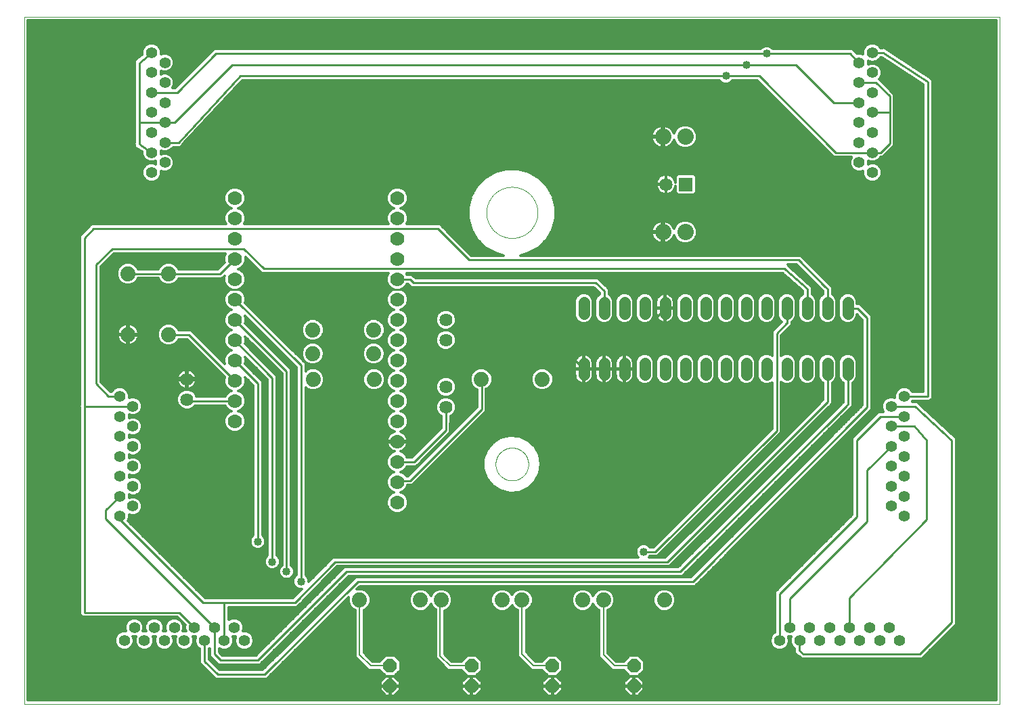
<source format=gtl>
G75*
%MOIN*%
%OFA0B0*%
%FSLAX25Y25*%
%IPPOS*%
%LPD*%
%AMOC8*
5,1,8,0,0,1.08239X$1,22.5*
%
%ADD10C,0.00000*%
%ADD11C,0.07000*%
%ADD12C,0.05550*%
%ADD13C,0.07400*%
%ADD14C,0.06400*%
%ADD15C,0.08000*%
%ADD16R,0.06500X0.06500*%
%ADD17C,0.06500*%
%ADD18OC8,0.06600*%
%ADD19C,0.05600*%
%ADD20C,0.01000*%
%ADD21C,0.01200*%
%ADD22C,0.04000*%
%ADD23C,0.00800*%
D10*
X0001600Y0014309D02*
X0001600Y0352892D01*
X0481915Y0352892D01*
X0481915Y0014309D01*
X0001600Y0014309D01*
X0233686Y0132419D02*
X0233688Y0132617D01*
X0233696Y0132815D01*
X0233708Y0133013D01*
X0233725Y0133210D01*
X0233747Y0133407D01*
X0233773Y0133603D01*
X0233805Y0133799D01*
X0233841Y0133994D01*
X0233882Y0134187D01*
X0233928Y0134380D01*
X0233978Y0134572D01*
X0234034Y0134762D01*
X0234093Y0134951D01*
X0234158Y0135138D01*
X0234227Y0135324D01*
X0234300Y0135508D01*
X0234378Y0135690D01*
X0234461Y0135870D01*
X0234548Y0136048D01*
X0234639Y0136224D01*
X0234735Y0136397D01*
X0234834Y0136568D01*
X0234938Y0136737D01*
X0235046Y0136903D01*
X0235158Y0137066D01*
X0235274Y0137227D01*
X0235394Y0137385D01*
X0235518Y0137539D01*
X0235646Y0137691D01*
X0235777Y0137839D01*
X0235912Y0137984D01*
X0236050Y0138126D01*
X0236192Y0138264D01*
X0236337Y0138399D01*
X0236485Y0138530D01*
X0236637Y0138658D01*
X0236791Y0138782D01*
X0236949Y0138902D01*
X0237110Y0139018D01*
X0237273Y0139130D01*
X0237439Y0139238D01*
X0237608Y0139342D01*
X0237779Y0139441D01*
X0237952Y0139537D01*
X0238128Y0139628D01*
X0238306Y0139715D01*
X0238486Y0139798D01*
X0238668Y0139876D01*
X0238852Y0139949D01*
X0239038Y0140018D01*
X0239225Y0140083D01*
X0239414Y0140142D01*
X0239604Y0140198D01*
X0239796Y0140248D01*
X0239989Y0140294D01*
X0240182Y0140335D01*
X0240377Y0140371D01*
X0240573Y0140403D01*
X0240769Y0140429D01*
X0240966Y0140451D01*
X0241163Y0140468D01*
X0241361Y0140480D01*
X0241559Y0140488D01*
X0241757Y0140490D01*
X0241955Y0140488D01*
X0242153Y0140480D01*
X0242351Y0140468D01*
X0242548Y0140451D01*
X0242745Y0140429D01*
X0242941Y0140403D01*
X0243137Y0140371D01*
X0243332Y0140335D01*
X0243525Y0140294D01*
X0243718Y0140248D01*
X0243910Y0140198D01*
X0244100Y0140142D01*
X0244289Y0140083D01*
X0244476Y0140018D01*
X0244662Y0139949D01*
X0244846Y0139876D01*
X0245028Y0139798D01*
X0245208Y0139715D01*
X0245386Y0139628D01*
X0245562Y0139537D01*
X0245735Y0139441D01*
X0245906Y0139342D01*
X0246075Y0139238D01*
X0246241Y0139130D01*
X0246404Y0139018D01*
X0246565Y0138902D01*
X0246723Y0138782D01*
X0246877Y0138658D01*
X0247029Y0138530D01*
X0247177Y0138399D01*
X0247322Y0138264D01*
X0247464Y0138126D01*
X0247602Y0137984D01*
X0247737Y0137839D01*
X0247868Y0137691D01*
X0247996Y0137539D01*
X0248120Y0137385D01*
X0248240Y0137227D01*
X0248356Y0137066D01*
X0248468Y0136903D01*
X0248576Y0136737D01*
X0248680Y0136568D01*
X0248779Y0136397D01*
X0248875Y0136224D01*
X0248966Y0136048D01*
X0249053Y0135870D01*
X0249136Y0135690D01*
X0249214Y0135508D01*
X0249287Y0135324D01*
X0249356Y0135138D01*
X0249421Y0134951D01*
X0249480Y0134762D01*
X0249536Y0134572D01*
X0249586Y0134380D01*
X0249632Y0134187D01*
X0249673Y0133994D01*
X0249709Y0133799D01*
X0249741Y0133603D01*
X0249767Y0133407D01*
X0249789Y0133210D01*
X0249806Y0133013D01*
X0249818Y0132815D01*
X0249826Y0132617D01*
X0249828Y0132419D01*
X0249826Y0132221D01*
X0249818Y0132023D01*
X0249806Y0131825D01*
X0249789Y0131628D01*
X0249767Y0131431D01*
X0249741Y0131235D01*
X0249709Y0131039D01*
X0249673Y0130844D01*
X0249632Y0130651D01*
X0249586Y0130458D01*
X0249536Y0130266D01*
X0249480Y0130076D01*
X0249421Y0129887D01*
X0249356Y0129700D01*
X0249287Y0129514D01*
X0249214Y0129330D01*
X0249136Y0129148D01*
X0249053Y0128968D01*
X0248966Y0128790D01*
X0248875Y0128614D01*
X0248779Y0128441D01*
X0248680Y0128270D01*
X0248576Y0128101D01*
X0248468Y0127935D01*
X0248356Y0127772D01*
X0248240Y0127611D01*
X0248120Y0127453D01*
X0247996Y0127299D01*
X0247868Y0127147D01*
X0247737Y0126999D01*
X0247602Y0126854D01*
X0247464Y0126712D01*
X0247322Y0126574D01*
X0247177Y0126439D01*
X0247029Y0126308D01*
X0246877Y0126180D01*
X0246723Y0126056D01*
X0246565Y0125936D01*
X0246404Y0125820D01*
X0246241Y0125708D01*
X0246075Y0125600D01*
X0245906Y0125496D01*
X0245735Y0125397D01*
X0245562Y0125301D01*
X0245386Y0125210D01*
X0245208Y0125123D01*
X0245028Y0125040D01*
X0244846Y0124962D01*
X0244662Y0124889D01*
X0244476Y0124820D01*
X0244289Y0124755D01*
X0244100Y0124696D01*
X0243910Y0124640D01*
X0243718Y0124590D01*
X0243525Y0124544D01*
X0243332Y0124503D01*
X0243137Y0124467D01*
X0242941Y0124435D01*
X0242745Y0124409D01*
X0242548Y0124387D01*
X0242351Y0124370D01*
X0242153Y0124358D01*
X0241955Y0124350D01*
X0241757Y0124348D01*
X0241559Y0124350D01*
X0241361Y0124358D01*
X0241163Y0124370D01*
X0240966Y0124387D01*
X0240769Y0124409D01*
X0240573Y0124435D01*
X0240377Y0124467D01*
X0240182Y0124503D01*
X0239989Y0124544D01*
X0239796Y0124590D01*
X0239604Y0124640D01*
X0239414Y0124696D01*
X0239225Y0124755D01*
X0239038Y0124820D01*
X0238852Y0124889D01*
X0238668Y0124962D01*
X0238486Y0125040D01*
X0238306Y0125123D01*
X0238128Y0125210D01*
X0237952Y0125301D01*
X0237779Y0125397D01*
X0237608Y0125496D01*
X0237439Y0125600D01*
X0237273Y0125708D01*
X0237110Y0125820D01*
X0236949Y0125936D01*
X0236791Y0126056D01*
X0236637Y0126180D01*
X0236485Y0126308D01*
X0236337Y0126439D01*
X0236192Y0126574D01*
X0236050Y0126712D01*
X0235912Y0126854D01*
X0235777Y0126999D01*
X0235646Y0127147D01*
X0235518Y0127299D01*
X0235394Y0127453D01*
X0235274Y0127611D01*
X0235158Y0127772D01*
X0235046Y0127935D01*
X0234938Y0128101D01*
X0234834Y0128270D01*
X0234735Y0128441D01*
X0234639Y0128614D01*
X0234548Y0128790D01*
X0234461Y0128968D01*
X0234378Y0129148D01*
X0234300Y0129330D01*
X0234227Y0129514D01*
X0234158Y0129700D01*
X0234093Y0129887D01*
X0234034Y0130076D01*
X0233978Y0130266D01*
X0233928Y0130458D01*
X0233882Y0130651D01*
X0233841Y0130844D01*
X0233805Y0131039D01*
X0233773Y0131235D01*
X0233747Y0131431D01*
X0233725Y0131628D01*
X0233708Y0131825D01*
X0233696Y0132023D01*
X0233688Y0132221D01*
X0233686Y0132419D01*
X0229159Y0256435D02*
X0229163Y0256744D01*
X0229174Y0257053D01*
X0229193Y0257362D01*
X0229220Y0257670D01*
X0229254Y0257977D01*
X0229295Y0258284D01*
X0229344Y0258589D01*
X0229401Y0258893D01*
X0229465Y0259195D01*
X0229537Y0259496D01*
X0229615Y0259795D01*
X0229701Y0260092D01*
X0229795Y0260387D01*
X0229895Y0260679D01*
X0230003Y0260969D01*
X0230118Y0261256D01*
X0230240Y0261540D01*
X0230369Y0261821D01*
X0230504Y0262099D01*
X0230647Y0262374D01*
X0230796Y0262645D01*
X0230951Y0262912D01*
X0231114Y0263175D01*
X0231282Y0263434D01*
X0231457Y0263689D01*
X0231638Y0263940D01*
X0231825Y0264186D01*
X0232019Y0264427D01*
X0232218Y0264664D01*
X0232422Y0264895D01*
X0232633Y0265122D01*
X0232849Y0265343D01*
X0233070Y0265559D01*
X0233297Y0265770D01*
X0233528Y0265974D01*
X0233765Y0266173D01*
X0234006Y0266367D01*
X0234252Y0266554D01*
X0234503Y0266735D01*
X0234758Y0266910D01*
X0235017Y0267078D01*
X0235280Y0267241D01*
X0235547Y0267396D01*
X0235818Y0267545D01*
X0236093Y0267688D01*
X0236371Y0267823D01*
X0236652Y0267952D01*
X0236936Y0268074D01*
X0237223Y0268189D01*
X0237513Y0268297D01*
X0237805Y0268397D01*
X0238100Y0268491D01*
X0238397Y0268577D01*
X0238696Y0268655D01*
X0238997Y0268727D01*
X0239299Y0268791D01*
X0239603Y0268848D01*
X0239908Y0268897D01*
X0240215Y0268938D01*
X0240522Y0268972D01*
X0240830Y0268999D01*
X0241139Y0269018D01*
X0241448Y0269029D01*
X0241757Y0269033D01*
X0242066Y0269029D01*
X0242375Y0269018D01*
X0242684Y0268999D01*
X0242992Y0268972D01*
X0243299Y0268938D01*
X0243606Y0268897D01*
X0243911Y0268848D01*
X0244215Y0268791D01*
X0244517Y0268727D01*
X0244818Y0268655D01*
X0245117Y0268577D01*
X0245414Y0268491D01*
X0245709Y0268397D01*
X0246001Y0268297D01*
X0246291Y0268189D01*
X0246578Y0268074D01*
X0246862Y0267952D01*
X0247143Y0267823D01*
X0247421Y0267688D01*
X0247696Y0267545D01*
X0247967Y0267396D01*
X0248234Y0267241D01*
X0248497Y0267078D01*
X0248756Y0266910D01*
X0249011Y0266735D01*
X0249262Y0266554D01*
X0249508Y0266367D01*
X0249749Y0266173D01*
X0249986Y0265974D01*
X0250217Y0265770D01*
X0250444Y0265559D01*
X0250665Y0265343D01*
X0250881Y0265122D01*
X0251092Y0264895D01*
X0251296Y0264664D01*
X0251495Y0264427D01*
X0251689Y0264186D01*
X0251876Y0263940D01*
X0252057Y0263689D01*
X0252232Y0263434D01*
X0252400Y0263175D01*
X0252563Y0262912D01*
X0252718Y0262645D01*
X0252867Y0262374D01*
X0253010Y0262099D01*
X0253145Y0261821D01*
X0253274Y0261540D01*
X0253396Y0261256D01*
X0253511Y0260969D01*
X0253619Y0260679D01*
X0253719Y0260387D01*
X0253813Y0260092D01*
X0253899Y0259795D01*
X0253977Y0259496D01*
X0254049Y0259195D01*
X0254113Y0258893D01*
X0254170Y0258589D01*
X0254219Y0258284D01*
X0254260Y0257977D01*
X0254294Y0257670D01*
X0254321Y0257362D01*
X0254340Y0257053D01*
X0254351Y0256744D01*
X0254355Y0256435D01*
X0254351Y0256126D01*
X0254340Y0255817D01*
X0254321Y0255508D01*
X0254294Y0255200D01*
X0254260Y0254893D01*
X0254219Y0254586D01*
X0254170Y0254281D01*
X0254113Y0253977D01*
X0254049Y0253675D01*
X0253977Y0253374D01*
X0253899Y0253075D01*
X0253813Y0252778D01*
X0253719Y0252483D01*
X0253619Y0252191D01*
X0253511Y0251901D01*
X0253396Y0251614D01*
X0253274Y0251330D01*
X0253145Y0251049D01*
X0253010Y0250771D01*
X0252867Y0250496D01*
X0252718Y0250225D01*
X0252563Y0249958D01*
X0252400Y0249695D01*
X0252232Y0249436D01*
X0252057Y0249181D01*
X0251876Y0248930D01*
X0251689Y0248684D01*
X0251495Y0248443D01*
X0251296Y0248206D01*
X0251092Y0247975D01*
X0250881Y0247748D01*
X0250665Y0247527D01*
X0250444Y0247311D01*
X0250217Y0247100D01*
X0249986Y0246896D01*
X0249749Y0246697D01*
X0249508Y0246503D01*
X0249262Y0246316D01*
X0249011Y0246135D01*
X0248756Y0245960D01*
X0248497Y0245792D01*
X0248234Y0245629D01*
X0247967Y0245474D01*
X0247696Y0245325D01*
X0247421Y0245182D01*
X0247143Y0245047D01*
X0246862Y0244918D01*
X0246578Y0244796D01*
X0246291Y0244681D01*
X0246001Y0244573D01*
X0245709Y0244473D01*
X0245414Y0244379D01*
X0245117Y0244293D01*
X0244818Y0244215D01*
X0244517Y0244143D01*
X0244215Y0244079D01*
X0243911Y0244022D01*
X0243606Y0243973D01*
X0243299Y0243932D01*
X0242992Y0243898D01*
X0242684Y0243871D01*
X0242375Y0243852D01*
X0242066Y0243841D01*
X0241757Y0243837D01*
X0241448Y0243841D01*
X0241139Y0243852D01*
X0240830Y0243871D01*
X0240522Y0243898D01*
X0240215Y0243932D01*
X0239908Y0243973D01*
X0239603Y0244022D01*
X0239299Y0244079D01*
X0238997Y0244143D01*
X0238696Y0244215D01*
X0238397Y0244293D01*
X0238100Y0244379D01*
X0237805Y0244473D01*
X0237513Y0244573D01*
X0237223Y0244681D01*
X0236936Y0244796D01*
X0236652Y0244918D01*
X0236371Y0245047D01*
X0236093Y0245182D01*
X0235818Y0245325D01*
X0235547Y0245474D01*
X0235280Y0245629D01*
X0235017Y0245792D01*
X0234758Y0245960D01*
X0234503Y0246135D01*
X0234252Y0246316D01*
X0234006Y0246503D01*
X0233765Y0246697D01*
X0233528Y0246896D01*
X0233297Y0247100D01*
X0233070Y0247311D01*
X0232849Y0247527D01*
X0232633Y0247748D01*
X0232422Y0247975D01*
X0232218Y0248206D01*
X0232019Y0248443D01*
X0231825Y0248684D01*
X0231638Y0248930D01*
X0231457Y0249181D01*
X0231282Y0249436D01*
X0231114Y0249695D01*
X0230951Y0249958D01*
X0230796Y0250225D01*
X0230647Y0250496D01*
X0230504Y0250771D01*
X0230369Y0251049D01*
X0230240Y0251330D01*
X0230118Y0251614D01*
X0230003Y0251901D01*
X0229895Y0252191D01*
X0229795Y0252483D01*
X0229701Y0252778D01*
X0229615Y0253075D01*
X0229537Y0253374D01*
X0229465Y0253675D01*
X0229401Y0253977D01*
X0229344Y0254281D01*
X0229295Y0254586D01*
X0229254Y0254893D01*
X0229220Y0255200D01*
X0229193Y0255508D01*
X0229174Y0255817D01*
X0229163Y0256126D01*
X0229159Y0256435D01*
D11*
X0185301Y0253600D03*
X0185301Y0243600D03*
X0185301Y0233600D03*
X0185301Y0223600D03*
X0185301Y0213600D03*
X0185301Y0203600D03*
X0185301Y0193600D03*
X0185301Y0183600D03*
X0185301Y0173600D03*
X0185301Y0163600D03*
X0185301Y0153600D03*
X0185301Y0143600D03*
X0185301Y0133600D03*
X0185301Y0123600D03*
X0185301Y0113600D03*
X0105301Y0153600D03*
X0105301Y0163600D03*
X0105301Y0173600D03*
X0105301Y0183600D03*
X0105301Y0193600D03*
X0105301Y0203600D03*
X0105301Y0213600D03*
X0105301Y0223600D03*
X0105301Y0233600D03*
X0105301Y0243600D03*
X0105301Y0253600D03*
X0105301Y0263600D03*
X0185301Y0263600D03*
D12*
X0070773Y0281081D03*
X0064277Y0286002D03*
X0070773Y0290923D03*
X0064277Y0295845D03*
X0070773Y0300766D03*
X0064277Y0305687D03*
X0070773Y0310608D03*
X0064277Y0315530D03*
X0070773Y0320451D03*
X0064277Y0325372D03*
X0070773Y0330293D03*
X0064277Y0335215D03*
X0064277Y0276160D03*
X0048529Y0165845D03*
X0055025Y0160923D03*
X0048529Y0156002D03*
X0055025Y0151081D03*
X0048529Y0146160D03*
X0055025Y0141238D03*
X0048529Y0136317D03*
X0055025Y0131396D03*
X0048529Y0126475D03*
X0055025Y0121553D03*
X0048529Y0116632D03*
X0055025Y0111711D03*
X0048529Y0106789D03*
X0055773Y0051986D03*
X0050852Y0045490D03*
X0060694Y0045490D03*
X0065616Y0051986D03*
X0070537Y0045490D03*
X0075458Y0051986D03*
X0080380Y0045490D03*
X0085301Y0051986D03*
X0090222Y0045490D03*
X0095143Y0051986D03*
X0100065Y0045490D03*
X0104986Y0051986D03*
X0109907Y0045490D03*
X0373608Y0045490D03*
X0378529Y0051986D03*
X0383450Y0045490D03*
X0388372Y0051986D03*
X0393293Y0045490D03*
X0398214Y0051986D03*
X0403135Y0045490D03*
X0408057Y0051986D03*
X0412978Y0045490D03*
X0417899Y0051986D03*
X0422820Y0045490D03*
X0427742Y0051986D03*
X0432663Y0045490D03*
X0434986Y0106789D03*
X0428490Y0111711D03*
X0434986Y0116632D03*
X0428490Y0121553D03*
X0434986Y0126475D03*
X0428490Y0131396D03*
X0434986Y0136317D03*
X0428490Y0141238D03*
X0434986Y0146160D03*
X0428490Y0151081D03*
X0434986Y0156002D03*
X0428490Y0160923D03*
X0434986Y0165845D03*
X0419238Y0276160D03*
X0412742Y0281081D03*
X0419238Y0286002D03*
X0412742Y0290923D03*
X0419238Y0295845D03*
X0412742Y0300766D03*
X0419238Y0305687D03*
X0412742Y0310608D03*
X0419238Y0315530D03*
X0412742Y0320451D03*
X0419238Y0325372D03*
X0412742Y0330293D03*
X0419238Y0335215D03*
D13*
X0256600Y0174309D03*
X0226600Y0174309D03*
X0173800Y0174209D03*
X0173600Y0186909D03*
X0173600Y0198609D03*
X0143600Y0198609D03*
X0143600Y0186909D03*
X0143800Y0174209D03*
X0072600Y0196309D03*
X0052600Y0196309D03*
X0052600Y0226309D03*
X0072600Y0226309D03*
X0166718Y0065490D03*
X0196718Y0065490D03*
X0206876Y0065490D03*
X0236876Y0065490D03*
X0246639Y0065490D03*
X0276639Y0065490D03*
X0286797Y0065490D03*
X0316797Y0065490D03*
D14*
X0209200Y0160509D03*
X0209200Y0170509D03*
X0209200Y0193609D03*
X0209200Y0203609D03*
X0081600Y0174309D03*
X0081600Y0164309D03*
D15*
X0316100Y0246809D03*
X0327100Y0246809D03*
X0327100Y0293809D03*
X0316100Y0293809D03*
D16*
X0327421Y0270309D03*
D17*
X0317579Y0270309D03*
D18*
X0301797Y0033089D03*
X0301797Y0023089D03*
X0261639Y0023089D03*
X0261639Y0033089D03*
X0221876Y0033089D03*
X0221876Y0023089D03*
X0181718Y0023089D03*
X0181718Y0033089D03*
D19*
X0277151Y0176509D02*
X0277151Y0182109D01*
X0287151Y0182109D02*
X0287151Y0176509D01*
X0297151Y0176509D02*
X0297151Y0182109D01*
X0307151Y0182109D02*
X0307151Y0176509D01*
X0317151Y0176509D02*
X0317151Y0182109D01*
X0327151Y0182109D02*
X0327151Y0176509D01*
X0337151Y0176509D02*
X0337151Y0182109D01*
X0347151Y0182109D02*
X0347151Y0176509D01*
X0357151Y0176509D02*
X0357151Y0182109D01*
X0367151Y0182109D02*
X0367151Y0176509D01*
X0377151Y0176509D02*
X0377151Y0182109D01*
X0387151Y0182109D02*
X0387151Y0176509D01*
X0397151Y0176509D02*
X0397151Y0182109D01*
X0407151Y0182109D02*
X0407151Y0176509D01*
X0407151Y0206509D02*
X0407151Y0212109D01*
X0397151Y0212109D02*
X0397151Y0206509D01*
X0387151Y0206509D02*
X0387151Y0212109D01*
X0377151Y0212109D02*
X0377151Y0206509D01*
X0367151Y0206509D02*
X0367151Y0212109D01*
X0357151Y0212109D02*
X0357151Y0206509D01*
X0347151Y0206509D02*
X0347151Y0212109D01*
X0337151Y0212109D02*
X0337151Y0206509D01*
X0327151Y0206509D02*
X0327151Y0212109D01*
X0317151Y0212109D02*
X0317151Y0206509D01*
X0307151Y0206509D02*
X0307151Y0212109D01*
X0297151Y0212109D02*
X0297151Y0206509D01*
X0287151Y0206509D02*
X0287151Y0212109D01*
X0277151Y0212109D02*
X0277151Y0206509D01*
D20*
X0287151Y0209309D02*
X0287151Y0217792D01*
X0283029Y0221915D01*
X0193149Y0221915D01*
X0191463Y0223600D01*
X0185301Y0223600D01*
X0196609Y0218600D02*
X0084119Y0218600D01*
X0061478Y0195960D01*
X0061478Y0174431D01*
X0061600Y0174309D01*
X0081600Y0174309D01*
X0081600Y0164309D02*
X0082309Y0163600D01*
X0105301Y0163600D01*
X0105301Y0173600D02*
X0082742Y0196160D01*
X0072600Y0196309D01*
X0061478Y0195960D02*
X0052981Y0195960D01*
X0052600Y0196309D01*
X0036915Y0172009D02*
X0043065Y0165845D01*
X0048529Y0165845D01*
X0055025Y0160923D02*
X0031214Y0160923D01*
X0031206Y0160909D01*
X0031214Y0160923D01*
X0031206Y0160909D02*
X0031206Y0059309D01*
X0077978Y0059309D01*
X0085301Y0051986D01*
X0090222Y0045490D02*
X0090274Y0045438D01*
X0090274Y0035309D01*
X0096774Y0028797D01*
X0119922Y0028797D01*
X0165811Y0074585D01*
X0330951Y0074585D01*
X0416677Y0160423D01*
X0416677Y0204532D01*
X0411900Y0209309D01*
X0407151Y0209309D01*
X0397151Y0209309D02*
X0397151Y0218758D01*
X0396088Y0219821D01*
X0396088Y0219821D01*
X0382900Y0233010D01*
X0220700Y0233009D01*
X0205300Y0248409D01*
X0035700Y0248409D01*
X0031200Y0243909D01*
X0031206Y0160909D01*
X0036915Y0172009D02*
X0036915Y0230709D01*
X0044800Y0238609D01*
X0109754Y0238609D01*
X0119563Y0228800D01*
X0376083Y0228800D01*
X0376284Y0228600D01*
X0387151Y0218758D01*
X0387151Y0209309D01*
X0377151Y0209309D02*
X0377151Y0201960D01*
X0377046Y0201855D01*
X0377151Y0201960D01*
X0377046Y0201855D02*
X0372100Y0196909D01*
X0372100Y0148993D01*
X0312417Y0089309D01*
X0306600Y0089309D01*
X0318200Y0084309D02*
X0154700Y0084309D01*
X0134900Y0064309D01*
X0134800Y0064209D02*
X0100074Y0064209D01*
X0100074Y0045500D01*
X0095143Y0051986D02*
X0095143Y0038876D01*
X0098110Y0035909D01*
X0116676Y0035909D01*
X0160324Y0079545D01*
X0324649Y0079545D01*
X0406091Y0161000D01*
X0407151Y0162060D01*
X0407151Y0179309D01*
X0397151Y0179309D02*
X0397151Y0163082D01*
X0388767Y0154698D01*
X0318200Y0084309D01*
X0373608Y0068517D02*
X0373608Y0045490D01*
X0378529Y0051986D02*
X0378529Y0066238D01*
X0416600Y0104309D01*
X0416600Y0129349D01*
X0428490Y0141238D01*
X0428490Y0151081D02*
X0439828Y0151081D01*
X0446088Y0144309D01*
X0446088Y0105117D01*
X0408057Y0066440D01*
X0408057Y0051986D01*
X0383450Y0045490D02*
X0383259Y0045299D01*
X0383259Y0040601D01*
X0385347Y0038719D01*
X0442545Y0038719D01*
X0458293Y0054467D01*
X0458293Y0057616D01*
X0458293Y0054467D01*
X0458293Y0057616D02*
X0458293Y0144285D01*
X0440208Y0160977D01*
X0428543Y0160977D01*
X0428490Y0160923D01*
X0423293Y0156002D02*
X0411600Y0144309D01*
X0411600Y0106509D01*
X0373608Y0068517D01*
X0423293Y0156002D02*
X0434986Y0156002D01*
X0434986Y0165845D02*
X0446482Y0165845D01*
X0446482Y0320772D01*
X0424552Y0335291D01*
X0419314Y0335291D01*
X0419238Y0335215D01*
X0412742Y0330293D02*
X0408260Y0334782D01*
X0379398Y0334782D01*
X0367200Y0334782D01*
X0096088Y0334782D01*
X0076836Y0315530D01*
X0076403Y0315530D01*
X0076836Y0315530D01*
X0076403Y0315530D02*
X0064277Y0315530D01*
X0058096Y0330057D02*
X0058096Y0300757D01*
X0070773Y0300766D01*
X0075458Y0300766D01*
X0103962Y0329270D01*
X0355931Y0329270D01*
X0381600Y0329270D01*
X0400261Y0310608D01*
X0412742Y0310608D01*
X0419238Y0305687D02*
X0427634Y0305687D01*
X0427767Y0305820D01*
X0427767Y0290594D01*
X0423175Y0286002D01*
X0419238Y0286002D01*
X0401285Y0286002D01*
X0363529Y0323758D01*
X0347100Y0323758D01*
X0344120Y0323758D01*
X0347100Y0323758D01*
X0344120Y0323758D02*
X0107899Y0323758D01*
X0077427Y0290923D01*
X0070773Y0290923D01*
X0064277Y0286002D02*
X0058096Y0290057D01*
X0058096Y0300757D01*
X0058096Y0330057D02*
X0064277Y0335215D01*
X0105301Y0233600D02*
X0097870Y0226170D01*
X0096084Y0226170D01*
X0072600Y0226309D01*
X0052600Y0226309D01*
X0105301Y0213600D02*
X0137820Y0181201D01*
X0137820Y0074609D01*
X0130734Y0079616D02*
X0130734Y0178101D01*
X0105301Y0203600D01*
X0105301Y0193600D02*
X0123647Y0175001D01*
X0123647Y0084309D01*
X0116561Y0094309D02*
X0116561Y0172201D01*
X0105301Y0183600D01*
X0185301Y0143600D02*
X0185322Y0143579D01*
X0196580Y0143579D01*
X0200800Y0147800D01*
X0200800Y0148167D01*
X0200800Y0183600D01*
X0272860Y0183600D01*
X0277151Y0179309D01*
X0297151Y0179309D02*
X0297151Y0189309D01*
X0317151Y0209309D01*
X0226757Y0174309D02*
X0226757Y0159467D01*
X0191600Y0124309D01*
X0186009Y0124309D01*
X0185301Y0123600D01*
X0185301Y0133600D02*
X0193491Y0133600D01*
X0209100Y0149209D01*
X0209200Y0160509D01*
X0226600Y0174309D02*
X0226757Y0174309D01*
X0200800Y0183600D02*
X0200800Y0214409D01*
X0196609Y0218600D01*
X0048529Y0116632D02*
X0041600Y0109703D01*
X0041600Y0105530D01*
X0095143Y0051986D01*
X0100074Y0064209D02*
X0089574Y0064209D01*
X0088254Y0065530D01*
X0048529Y0105254D01*
X0048529Y0106789D01*
X0355931Y0329270D02*
X0357200Y0329270D01*
X0412742Y0320451D02*
X0421036Y0320451D01*
X0427767Y0313720D01*
X0427767Y0305820D01*
D21*
X0430067Y0305547D02*
X0444182Y0305547D01*
X0444182Y0304349D02*
X0430067Y0304349D01*
X0430067Y0303150D02*
X0444182Y0303150D01*
X0444182Y0301952D02*
X0430067Y0301952D01*
X0430067Y0300753D02*
X0444182Y0300753D01*
X0444182Y0299555D02*
X0430067Y0299555D01*
X0430067Y0298356D02*
X0444182Y0298356D01*
X0444182Y0297158D02*
X0430067Y0297158D01*
X0430067Y0295959D02*
X0444182Y0295959D01*
X0444182Y0294761D02*
X0430067Y0294761D01*
X0430067Y0293562D02*
X0444182Y0293562D01*
X0444182Y0292364D02*
X0430067Y0292364D01*
X0430067Y0291165D02*
X0444182Y0291165D01*
X0444182Y0289967D02*
X0430067Y0289967D01*
X0430067Y0289641D02*
X0430067Y0314673D01*
X0428720Y0316020D01*
X0428720Y0316020D01*
X0423336Y0321404D01*
X0422538Y0322202D01*
X0423116Y0322781D01*
X0423813Y0324462D01*
X0423813Y0326282D01*
X0423116Y0327964D01*
X0421829Y0329250D01*
X0420148Y0329947D01*
X0418328Y0329947D01*
X0417317Y0329528D01*
X0417317Y0331059D01*
X0418328Y0330640D01*
X0420148Y0330640D01*
X0421829Y0331336D01*
X0423116Y0332623D01*
X0423268Y0332991D01*
X0423860Y0332991D01*
X0444182Y0319537D01*
X0444182Y0168145D01*
X0438985Y0168145D01*
X0438864Y0168436D01*
X0437577Y0169723D01*
X0435896Y0170419D01*
X0434076Y0170419D01*
X0432394Y0169723D01*
X0431107Y0168436D01*
X0430411Y0166755D01*
X0430411Y0165079D01*
X0429400Y0165498D01*
X0427580Y0165498D01*
X0425898Y0164802D01*
X0424611Y0163515D01*
X0423915Y0161833D01*
X0423915Y0160013D01*
X0424611Y0158332D01*
X0424641Y0158302D01*
X0422340Y0158302D01*
X0410647Y0146609D01*
X0409300Y0145262D01*
X0409300Y0107462D01*
X0371308Y0069470D01*
X0371308Y0049489D01*
X0371016Y0049369D01*
X0369730Y0048082D01*
X0369033Y0046400D01*
X0369033Y0044580D01*
X0369730Y0042899D01*
X0371016Y0041612D01*
X0372698Y0040915D01*
X0374518Y0040915D01*
X0376199Y0041612D01*
X0377486Y0042899D01*
X0378183Y0044580D01*
X0378183Y0046400D01*
X0377764Y0047412D01*
X0379294Y0047412D01*
X0378876Y0046400D01*
X0378876Y0044580D01*
X0379572Y0042899D01*
X0380859Y0041612D01*
X0380959Y0041570D01*
X0380959Y0041485D01*
X0380913Y0041434D01*
X0380959Y0040542D01*
X0380959Y0039649D01*
X0381008Y0039600D01*
X0381011Y0039531D01*
X0381675Y0038933D01*
X0382306Y0038301D01*
X0382375Y0038301D01*
X0383763Y0037050D01*
X0384395Y0036419D01*
X0384463Y0036419D01*
X0384515Y0036372D01*
X0385407Y0036419D01*
X0443498Y0036419D01*
X0459246Y0052167D01*
X0460593Y0053514D01*
X0460593Y0143386D01*
X0460629Y0143425D01*
X0460593Y0144331D01*
X0460593Y0145238D01*
X0460555Y0145275D01*
X0460553Y0145329D01*
X0459887Y0145944D01*
X0459246Y0146585D01*
X0459192Y0146585D01*
X0441802Y0162636D01*
X0441161Y0163277D01*
X0441107Y0163277D01*
X0441068Y0163313D01*
X0440162Y0163277D01*
X0438874Y0163277D01*
X0438985Y0163545D01*
X0447435Y0163545D01*
X0448782Y0164892D01*
X0448782Y0320080D01*
X0448926Y0320297D01*
X0448782Y0321004D01*
X0448782Y0321725D01*
X0448598Y0321909D01*
X0448546Y0322164D01*
X0447945Y0322562D01*
X0447435Y0323072D01*
X0447174Y0323072D01*
X0426015Y0337081D01*
X0425505Y0337591D01*
X0425245Y0337591D01*
X0425028Y0337735D01*
X0424321Y0337591D01*
X0423205Y0337591D01*
X0423116Y0337806D01*
X0421829Y0339093D01*
X0420148Y0339789D01*
X0418328Y0339789D01*
X0416646Y0339093D01*
X0415359Y0337806D01*
X0414663Y0336125D01*
X0414663Y0334449D01*
X0413652Y0334868D01*
X0411832Y0334868D01*
X0411543Y0334749D01*
X0410560Y0335733D01*
X0410560Y0335734D01*
X0409892Y0336402D01*
X0409214Y0337081D01*
X0409213Y0337081D01*
X0409213Y0337082D01*
X0408262Y0337082D01*
X0407309Y0337082D01*
X0407308Y0337082D01*
X0370274Y0337082D01*
X0369353Y0338003D01*
X0367956Y0338582D01*
X0366444Y0338582D01*
X0365047Y0338003D01*
X0364126Y0337082D01*
X0095135Y0337082D01*
X0075884Y0317830D01*
X0074622Y0317830D01*
X0074652Y0317859D01*
X0075348Y0319541D01*
X0075348Y0321361D01*
X0074652Y0323042D01*
X0073365Y0324329D01*
X0071683Y0325026D01*
X0069863Y0325026D01*
X0068852Y0324607D01*
X0068852Y0326137D01*
X0069863Y0325719D01*
X0071683Y0325719D01*
X0073365Y0326415D01*
X0074652Y0327702D01*
X0075348Y0329383D01*
X0075348Y0331203D01*
X0074652Y0332885D01*
X0073365Y0334172D01*
X0071683Y0334868D01*
X0069863Y0334868D01*
X0068852Y0334449D01*
X0068852Y0336125D01*
X0068155Y0337806D01*
X0066869Y0339093D01*
X0065187Y0339789D01*
X0063367Y0339789D01*
X0061686Y0339093D01*
X0060399Y0337806D01*
X0059702Y0336125D01*
X0059702Y0334393D01*
X0057263Y0332357D01*
X0057143Y0332357D01*
X0056543Y0331757D01*
X0055891Y0331213D01*
X0055880Y0331094D01*
X0055796Y0331010D01*
X0055796Y0330161D01*
X0055720Y0329315D01*
X0055796Y0329224D01*
X0055796Y0301709D01*
X0055795Y0301708D01*
X0055796Y0300755D01*
X0055796Y0290744D01*
X0055650Y0290522D01*
X0055796Y0289821D01*
X0055796Y0289104D01*
X0055984Y0288917D01*
X0056038Y0288657D01*
X0056637Y0288264D01*
X0057143Y0287757D01*
X0057409Y0287757D01*
X0059702Y0286253D01*
X0059702Y0285092D01*
X0060399Y0283411D01*
X0061686Y0282124D01*
X0063367Y0281427D01*
X0065187Y0281427D01*
X0066198Y0281846D01*
X0066198Y0280315D01*
X0065187Y0280734D01*
X0063367Y0280734D01*
X0061686Y0280038D01*
X0060399Y0278751D01*
X0059702Y0277070D01*
X0059702Y0275250D01*
X0060399Y0273568D01*
X0061686Y0272281D01*
X0063367Y0271585D01*
X0065187Y0271585D01*
X0066869Y0272281D01*
X0068155Y0273568D01*
X0068852Y0275250D01*
X0068852Y0276925D01*
X0069863Y0276506D01*
X0071683Y0276506D01*
X0073365Y0277202D01*
X0074652Y0278489D01*
X0075348Y0280171D01*
X0075348Y0281991D01*
X0074652Y0283672D01*
X0073365Y0284959D01*
X0071683Y0285656D01*
X0069863Y0285656D01*
X0068852Y0285237D01*
X0068852Y0286767D01*
X0069863Y0286349D01*
X0071683Y0286349D01*
X0073365Y0287045D01*
X0074652Y0288332D01*
X0074772Y0288623D01*
X0076524Y0288623D01*
X0076560Y0288589D01*
X0077470Y0288623D01*
X0078379Y0288623D01*
X0078415Y0288659D01*
X0078465Y0288660D01*
X0079084Y0289327D01*
X0079727Y0289971D01*
X0079727Y0290020D01*
X0108903Y0321458D01*
X0344026Y0321458D01*
X0344947Y0320536D01*
X0346344Y0319958D01*
X0347856Y0319958D01*
X0349253Y0320536D01*
X0350174Y0321458D01*
X0362576Y0321458D01*
X0400332Y0283702D01*
X0408893Y0283702D01*
X0408863Y0283672D01*
X0408167Y0281991D01*
X0408167Y0280171D01*
X0408863Y0278489D01*
X0410150Y0277202D01*
X0411832Y0276506D01*
X0413652Y0276506D01*
X0414663Y0276925D01*
X0414663Y0275250D01*
X0415359Y0273568D01*
X0416646Y0272281D01*
X0418328Y0271585D01*
X0420148Y0271585D01*
X0421829Y0272281D01*
X0423116Y0273568D01*
X0423813Y0275250D01*
X0423813Y0277070D01*
X0423116Y0278751D01*
X0421829Y0280038D01*
X0420148Y0280734D01*
X0418328Y0280734D01*
X0417317Y0280315D01*
X0417317Y0281846D01*
X0418328Y0281427D01*
X0420148Y0281427D01*
X0421829Y0282124D01*
X0423116Y0283411D01*
X0423237Y0283702D01*
X0424127Y0283702D01*
X0430067Y0289641D01*
X0429194Y0288768D02*
X0444182Y0288768D01*
X0444182Y0287570D02*
X0427995Y0287570D01*
X0426797Y0286371D02*
X0444182Y0286371D01*
X0444182Y0285173D02*
X0425598Y0285173D01*
X0424400Y0283974D02*
X0444182Y0283974D01*
X0444182Y0282776D02*
X0422481Y0282776D01*
X0420510Y0281577D02*
X0444182Y0281577D01*
X0444182Y0280379D02*
X0421006Y0280379D01*
X0422687Y0279180D02*
X0444182Y0279180D01*
X0444182Y0277982D02*
X0423435Y0277982D01*
X0423813Y0276783D02*
X0444182Y0276783D01*
X0444182Y0275585D02*
X0423813Y0275585D01*
X0423455Y0274386D02*
X0444182Y0274386D01*
X0444182Y0273188D02*
X0422736Y0273188D01*
X0421124Y0271989D02*
X0444182Y0271989D01*
X0444182Y0270791D02*
X0332471Y0270791D01*
X0332471Y0271989D02*
X0417352Y0271989D01*
X0415740Y0273188D02*
X0332471Y0273188D01*
X0332471Y0274305D02*
X0331417Y0275359D01*
X0323426Y0275359D01*
X0322371Y0274305D01*
X0322371Y0271054D01*
X0322309Y0271445D01*
X0322073Y0272171D01*
X0321727Y0272851D01*
X0321278Y0273469D01*
X0320738Y0274009D01*
X0320121Y0274457D01*
X0319440Y0274804D01*
X0318714Y0275040D01*
X0317960Y0275159D01*
X0317668Y0275159D01*
X0317668Y0270398D01*
X0317490Y0270398D01*
X0317490Y0275159D01*
X0317197Y0275159D01*
X0316443Y0275040D01*
X0315717Y0274804D01*
X0315037Y0274457D01*
X0314419Y0274009D01*
X0313879Y0273469D01*
X0313431Y0272851D01*
X0313084Y0272171D01*
X0312848Y0271445D01*
X0312729Y0270691D01*
X0312729Y0270398D01*
X0317490Y0270398D01*
X0317490Y0270220D01*
X0317668Y0270220D01*
X0317668Y0265459D01*
X0317960Y0265459D01*
X0318714Y0265579D01*
X0319440Y0265814D01*
X0320121Y0266161D01*
X0320738Y0266610D01*
X0321278Y0267150D01*
X0321727Y0267767D01*
X0322073Y0268447D01*
X0322309Y0269173D01*
X0322371Y0269565D01*
X0322371Y0266314D01*
X0323426Y0265259D01*
X0331417Y0265259D01*
X0332471Y0266314D01*
X0332471Y0274305D01*
X0332390Y0274386D02*
X0415021Y0274386D01*
X0414663Y0275585D02*
X0251560Y0275585D01*
X0250050Y0276456D02*
X0254950Y0273627D01*
X0258950Y0269627D01*
X0261778Y0264728D01*
X0263243Y0259264D01*
X0263243Y0253607D01*
X0261778Y0248142D01*
X0258950Y0243243D01*
X0254950Y0239243D01*
X0250050Y0236414D01*
X0245926Y0235309D01*
X0381947Y0235310D01*
X0381947Y0235310D01*
X0383070Y0235310D01*
X0383853Y0235310D01*
X0383853Y0235310D01*
X0384536Y0234626D01*
X0385200Y0233963D01*
X0385200Y0233963D01*
X0397041Y0222121D01*
X0397041Y0222121D01*
X0397824Y0221338D01*
X0398388Y0220774D01*
X0398388Y0220774D01*
X0398825Y0220337D01*
X0399451Y0219711D01*
X0399451Y0219711D01*
X0399451Y0219711D01*
X0399451Y0218797D01*
X0399451Y0216135D01*
X0399757Y0216009D01*
X0401051Y0214715D01*
X0401751Y0213024D01*
X0401751Y0205594D01*
X0401051Y0203903D01*
X0399757Y0202609D01*
X0398066Y0201909D01*
X0396236Y0201909D01*
X0394545Y0202609D01*
X0393251Y0203903D01*
X0392551Y0205594D01*
X0392551Y0213024D01*
X0393251Y0214715D01*
X0394545Y0216009D01*
X0394851Y0216135D01*
X0394851Y0217805D01*
X0394411Y0218245D01*
X0393788Y0218868D01*
X0393788Y0218868D01*
X0393788Y0218868D01*
X0381947Y0230710D01*
X0377426Y0230710D01*
X0377870Y0230266D01*
X0388038Y0221058D01*
X0388104Y0221058D01*
X0388737Y0220425D01*
X0389401Y0219823D01*
X0389404Y0219757D01*
X0389451Y0219711D01*
X0389451Y0218815D01*
X0389495Y0217920D01*
X0389451Y0217871D01*
X0389451Y0216135D01*
X0389757Y0216009D01*
X0391051Y0214715D01*
X0391751Y0213024D01*
X0391751Y0205594D01*
X0391051Y0203903D01*
X0389757Y0202609D01*
X0388066Y0201909D01*
X0386236Y0201909D01*
X0384545Y0202609D01*
X0383251Y0203903D01*
X0382551Y0205594D01*
X0382551Y0213024D01*
X0383251Y0214715D01*
X0384545Y0216009D01*
X0384851Y0216135D01*
X0384851Y0217738D01*
X0375397Y0226300D01*
X0375331Y0226300D01*
X0375130Y0226500D01*
X0189836Y0226500D01*
X0190085Y0225900D01*
X0192416Y0225900D01*
X0193763Y0224553D01*
X0193763Y0224553D01*
X0194101Y0224215D01*
X0283982Y0224215D01*
X0288104Y0220092D01*
X0289451Y0218745D01*
X0289451Y0216135D01*
X0289757Y0216009D01*
X0291051Y0214715D01*
X0291751Y0213024D01*
X0291751Y0205594D01*
X0291051Y0203903D01*
X0289757Y0202609D01*
X0288066Y0201909D01*
X0286236Y0201909D01*
X0284545Y0202609D01*
X0283251Y0203903D01*
X0282551Y0205594D01*
X0282551Y0213024D01*
X0283251Y0214715D01*
X0284545Y0216009D01*
X0284851Y0216135D01*
X0284851Y0216840D01*
X0282076Y0219615D01*
X0192196Y0219615D01*
X0190849Y0220962D01*
X0190849Y0220962D01*
X0190510Y0221300D01*
X0190085Y0221300D01*
X0189794Y0220598D01*
X0188303Y0219107D01*
X0187079Y0218600D01*
X0188303Y0218094D01*
X0189794Y0216603D01*
X0190601Y0214655D01*
X0190601Y0212546D01*
X0189794Y0210598D01*
X0188303Y0209107D01*
X0187079Y0208600D01*
X0188303Y0208094D01*
X0189794Y0206603D01*
X0190601Y0204655D01*
X0190601Y0202546D01*
X0189794Y0200598D01*
X0188303Y0199107D01*
X0187079Y0198600D01*
X0188303Y0198094D01*
X0189794Y0196603D01*
X0190601Y0194655D01*
X0190601Y0192546D01*
X0189794Y0190598D01*
X0188303Y0189107D01*
X0187079Y0188600D01*
X0188303Y0188094D01*
X0189794Y0186603D01*
X0190601Y0184655D01*
X0190601Y0182546D01*
X0189794Y0180598D01*
X0188303Y0179107D01*
X0187079Y0178600D01*
X0188303Y0178094D01*
X0189794Y0176603D01*
X0190601Y0174655D01*
X0190601Y0172546D01*
X0189794Y0170598D01*
X0188303Y0169107D01*
X0187079Y0168600D01*
X0188303Y0168094D01*
X0189794Y0166603D01*
X0190601Y0164655D01*
X0190601Y0162546D01*
X0189794Y0160598D01*
X0188303Y0159107D01*
X0187079Y0158600D01*
X0188303Y0158094D01*
X0189794Y0156603D01*
X0190601Y0154655D01*
X0190601Y0152546D01*
X0189794Y0150598D01*
X0188303Y0149107D01*
X0186788Y0148480D01*
X0187259Y0148327D01*
X0187974Y0147962D01*
X0188623Y0147491D01*
X0189191Y0146923D01*
X0189663Y0146273D01*
X0190027Y0145558D01*
X0190275Y0144795D01*
X0190401Y0144002D01*
X0190401Y0143985D01*
X0185685Y0143985D01*
X0185685Y0143216D01*
X0190401Y0143216D01*
X0190401Y0143199D01*
X0190275Y0142406D01*
X0190027Y0141643D01*
X0189663Y0140927D01*
X0189191Y0140278D01*
X0188623Y0139710D01*
X0187974Y0139239D01*
X0187259Y0138874D01*
X0186788Y0138721D01*
X0188303Y0138094D01*
X0189794Y0136603D01*
X0190085Y0135900D01*
X0192539Y0135900D01*
X0206808Y0150170D01*
X0206861Y0156066D01*
X0206368Y0156270D01*
X0204961Y0157677D01*
X0204200Y0159515D01*
X0204200Y0161504D01*
X0204961Y0163341D01*
X0206368Y0164748D01*
X0208205Y0165509D01*
X0210195Y0165509D01*
X0212032Y0166270D01*
X0213439Y0167677D01*
X0214200Y0169515D01*
X0214200Y0171504D01*
X0213439Y0173341D01*
X0212032Y0174748D01*
X0210195Y0175509D01*
X0208205Y0175509D01*
X0206368Y0174748D01*
X0204961Y0173341D01*
X0204200Y0171504D01*
X0204200Y0169515D01*
X0204961Y0167677D01*
X0206368Y0166270D01*
X0208205Y0165509D01*
X0210195Y0165509D01*
X0212032Y0164748D01*
X0213439Y0163341D01*
X0214200Y0161504D01*
X0214200Y0159515D01*
X0213439Y0157677D01*
X0212032Y0156270D01*
X0211460Y0156034D01*
X0211400Y0149200D01*
X0211400Y0148256D01*
X0211392Y0148248D01*
X0211391Y0148236D01*
X0210719Y0147575D01*
X0194444Y0131300D01*
X0190085Y0131300D01*
X0189794Y0130598D01*
X0188303Y0129107D01*
X0187079Y0128600D01*
X0188303Y0128094D01*
X0189787Y0126609D01*
X0190647Y0126609D01*
X0224457Y0160419D01*
X0224457Y0169243D01*
X0223484Y0169646D01*
X0221937Y0171194D01*
X0221100Y0173215D01*
X0221100Y0175403D01*
X0221937Y0177425D01*
X0223484Y0178972D01*
X0225506Y0179809D01*
X0227694Y0179809D01*
X0229715Y0178972D01*
X0231263Y0177425D01*
X0232100Y0175403D01*
X0232100Y0173215D01*
X0231263Y0171194D01*
X0229715Y0169646D01*
X0229057Y0169374D01*
X0229057Y0158514D01*
X0227710Y0157167D01*
X0192553Y0122009D01*
X0190378Y0122009D01*
X0189794Y0120598D01*
X0188303Y0119107D01*
X0187079Y0118600D01*
X0188303Y0118094D01*
X0189794Y0116603D01*
X0190601Y0114655D01*
X0190601Y0112546D01*
X0189794Y0110598D01*
X0188303Y0109107D01*
X0186355Y0108300D01*
X0184247Y0108300D01*
X0182299Y0109107D01*
X0180808Y0110598D01*
X0180001Y0112546D01*
X0180001Y0114655D01*
X0180808Y0116603D01*
X0182299Y0118094D01*
X0183522Y0118600D01*
X0182299Y0119107D01*
X0180808Y0120598D01*
X0180001Y0122546D01*
X0180001Y0124655D01*
X0180808Y0126603D01*
X0182299Y0128094D01*
X0183522Y0128600D01*
X0182299Y0129107D01*
X0180808Y0130598D01*
X0180001Y0132546D01*
X0180001Y0134655D01*
X0180808Y0136603D01*
X0182299Y0138094D01*
X0183814Y0138721D01*
X0183343Y0138874D01*
X0182628Y0139239D01*
X0181978Y0139710D01*
X0181411Y0140278D01*
X0180939Y0140927D01*
X0180574Y0141643D01*
X0180326Y0142406D01*
X0180201Y0143199D01*
X0180201Y0143216D01*
X0184916Y0143216D01*
X0184916Y0143985D01*
X0180201Y0143985D01*
X0180201Y0144002D01*
X0180326Y0144795D01*
X0180574Y0145558D01*
X0180939Y0146273D01*
X0181411Y0146923D01*
X0181978Y0147491D01*
X0182628Y0147962D01*
X0183343Y0148327D01*
X0183814Y0148480D01*
X0182299Y0149107D01*
X0180808Y0150598D01*
X0180001Y0152546D01*
X0180001Y0154655D01*
X0180808Y0156603D01*
X0182299Y0158094D01*
X0183522Y0158600D01*
X0182299Y0159107D01*
X0180808Y0160598D01*
X0180001Y0162546D01*
X0180001Y0164655D01*
X0180808Y0166603D01*
X0182299Y0168094D01*
X0183522Y0168600D01*
X0182299Y0169107D01*
X0180808Y0170598D01*
X0180001Y0172546D01*
X0180001Y0174655D01*
X0180808Y0176603D01*
X0182299Y0178094D01*
X0183522Y0178600D01*
X0182299Y0179107D01*
X0180808Y0180598D01*
X0180001Y0182546D01*
X0180001Y0184655D01*
X0180808Y0186603D01*
X0182299Y0188094D01*
X0183522Y0188600D01*
X0182299Y0189107D01*
X0180808Y0190598D01*
X0180001Y0192546D01*
X0180001Y0194655D01*
X0180808Y0196603D01*
X0182299Y0198094D01*
X0183522Y0198600D01*
X0182299Y0199107D01*
X0180808Y0200598D01*
X0180001Y0202546D01*
X0180001Y0204655D01*
X0180808Y0206603D01*
X0182299Y0208094D01*
X0183522Y0208600D01*
X0182299Y0209107D01*
X0180808Y0210598D01*
X0180001Y0212546D01*
X0180001Y0214655D01*
X0180808Y0216603D01*
X0182299Y0218094D01*
X0183522Y0218600D01*
X0182299Y0219107D01*
X0180808Y0220598D01*
X0180001Y0222546D01*
X0180001Y0224655D01*
X0180765Y0226500D01*
X0118610Y0226500D01*
X0117263Y0227848D01*
X0117263Y0227848D01*
X0110601Y0234510D01*
X0110601Y0232546D01*
X0109794Y0230598D01*
X0108303Y0229107D01*
X0107079Y0228600D01*
X0108303Y0228094D01*
X0109794Y0226603D01*
X0110601Y0224655D01*
X0110601Y0222546D01*
X0109794Y0220598D01*
X0108303Y0219107D01*
X0107079Y0218600D01*
X0108303Y0218094D01*
X0109794Y0216603D01*
X0110601Y0214655D01*
X0110601Y0212546D01*
X0110314Y0211853D01*
X0138771Y0183501D01*
X0138773Y0183501D01*
X0139445Y0182830D01*
X0140119Y0182158D01*
X0140119Y0182156D01*
X0140120Y0182154D01*
X0140120Y0181202D01*
X0140122Y0180253D01*
X0140120Y0180251D01*
X0140120Y0178308D01*
X0140684Y0178872D01*
X0142706Y0179709D01*
X0144894Y0179709D01*
X0146915Y0178872D01*
X0148463Y0177325D01*
X0149300Y0175303D01*
X0149300Y0173115D01*
X0148463Y0171094D01*
X0146915Y0169546D01*
X0144894Y0168709D01*
X0142706Y0168709D01*
X0140684Y0169546D01*
X0140120Y0170111D01*
X0140120Y0077683D01*
X0141042Y0076762D01*
X0141620Y0075365D01*
X0141620Y0074367D01*
X0152400Y0085255D01*
X0152400Y0085262D01*
X0153068Y0085930D01*
X0153736Y0086604D01*
X0153743Y0086604D01*
X0153747Y0086609D01*
X0154693Y0086609D01*
X0155641Y0086614D01*
X0155646Y0086609D01*
X0303926Y0086609D01*
X0303379Y0087157D01*
X0302800Y0088553D01*
X0302800Y0090065D01*
X0303379Y0091462D01*
X0304447Y0092531D01*
X0305844Y0093109D01*
X0307356Y0093109D01*
X0308753Y0092531D01*
X0309674Y0091609D01*
X0311464Y0091609D01*
X0369800Y0149945D01*
X0369800Y0172653D01*
X0369757Y0172609D01*
X0368066Y0171909D01*
X0366236Y0171909D01*
X0364545Y0172609D01*
X0363251Y0173903D01*
X0362551Y0175594D01*
X0362551Y0183024D01*
X0363251Y0184715D01*
X0364545Y0186009D01*
X0366236Y0186709D01*
X0368066Y0186709D01*
X0369757Y0186009D01*
X0369800Y0185966D01*
X0369800Y0197862D01*
X0374547Y0202609D01*
X0374545Y0202609D01*
X0373251Y0203903D01*
X0372551Y0205594D01*
X0372551Y0213024D01*
X0373251Y0214715D01*
X0374545Y0216009D01*
X0376236Y0216709D01*
X0378066Y0216709D01*
X0379757Y0216009D01*
X0381051Y0214715D01*
X0381751Y0213024D01*
X0381751Y0205594D01*
X0381051Y0203903D01*
X0379757Y0202609D01*
X0379451Y0202483D01*
X0379451Y0201008D01*
X0377999Y0199555D01*
X0377999Y0199555D01*
X0374400Y0195956D01*
X0374400Y0185863D01*
X0374545Y0186009D01*
X0376236Y0186709D01*
X0378066Y0186709D01*
X0379757Y0186009D01*
X0381051Y0184715D01*
X0381751Y0183024D01*
X0381751Y0175594D01*
X0381051Y0173903D01*
X0379757Y0172609D01*
X0378066Y0171909D01*
X0376236Y0171909D01*
X0374545Y0172609D01*
X0374400Y0172755D01*
X0374400Y0148040D01*
X0373053Y0146693D01*
X0314717Y0088356D01*
X0314717Y0088356D01*
X0313369Y0087009D01*
X0309674Y0087009D01*
X0309274Y0086609D01*
X0317249Y0086609D01*
X0387142Y0156325D01*
X0394851Y0164034D01*
X0394851Y0172483D01*
X0394545Y0172609D01*
X0393251Y0173903D01*
X0392551Y0175594D01*
X0392551Y0183024D01*
X0393251Y0184715D01*
X0394545Y0186009D01*
X0396236Y0186709D01*
X0398066Y0186709D01*
X0399757Y0186009D01*
X0401051Y0184715D01*
X0401751Y0183024D01*
X0401751Y0175594D01*
X0401051Y0173903D01*
X0399757Y0172609D01*
X0399451Y0172483D01*
X0399451Y0162129D01*
X0391066Y0153744D01*
X0391066Y0153742D01*
X0390392Y0153069D01*
X0389720Y0152398D01*
X0389718Y0152398D01*
X0319825Y0082681D01*
X0319153Y0082009D01*
X0319151Y0082009D01*
X0319150Y0082008D01*
X0318197Y0082009D01*
X0155659Y0082009D01*
X0137100Y0063262D01*
X0137100Y0063256D01*
X0136532Y0062688D01*
X0135864Y0062014D01*
X0135857Y0062014D01*
X0135753Y0061909D01*
X0102374Y0061909D01*
X0102374Y0055844D01*
X0102394Y0055865D01*
X0104076Y0056561D01*
X0105896Y0056561D01*
X0107577Y0055865D01*
X0108864Y0054578D01*
X0109561Y0052896D01*
X0109561Y0051076D01*
X0109142Y0050065D01*
X0110817Y0050065D01*
X0112498Y0049369D01*
X0113785Y0048082D01*
X0114482Y0046400D01*
X0114482Y0044580D01*
X0113785Y0042899D01*
X0112498Y0041612D01*
X0110817Y0040915D01*
X0108997Y0040915D01*
X0107316Y0041612D01*
X0106029Y0042899D01*
X0105332Y0044580D01*
X0105332Y0046400D01*
X0105751Y0047412D01*
X0104220Y0047412D01*
X0104639Y0046400D01*
X0104639Y0044580D01*
X0103943Y0042899D01*
X0102656Y0041612D01*
X0100975Y0040915D01*
X0099155Y0040915D01*
X0097473Y0041612D01*
X0097443Y0041642D01*
X0097443Y0039829D01*
X0099063Y0038209D01*
X0115723Y0038209D01*
X0158691Y0081165D01*
X0159372Y0081845D01*
X0159372Y0081845D01*
X0159372Y0081845D01*
X0160326Y0081845D01*
X0323696Y0081845D01*
X0403791Y0161952D01*
X0403791Y0161952D01*
X0404375Y0162537D01*
X0404851Y0163013D01*
X0404851Y0172483D01*
X0404545Y0172609D01*
X0403251Y0173903D01*
X0402551Y0175594D01*
X0402551Y0183024D01*
X0403251Y0184715D01*
X0404545Y0186009D01*
X0406236Y0186709D01*
X0408066Y0186709D01*
X0409757Y0186009D01*
X0411051Y0184715D01*
X0411751Y0183024D01*
X0411751Y0175594D01*
X0411051Y0173903D01*
X0409757Y0172609D01*
X0409451Y0172483D01*
X0409451Y0161107D01*
X0407784Y0159440D01*
X0326949Y0078593D01*
X0326949Y0078593D01*
X0326331Y0077975D01*
X0325602Y0077245D01*
X0325602Y0077245D01*
X0325602Y0077245D01*
X0324656Y0077245D01*
X0323696Y0077245D01*
X0323696Y0077245D01*
X0161277Y0077245D01*
X0118310Y0034291D01*
X0117628Y0033609D01*
X0117628Y0033609D01*
X0116676Y0033609D01*
X0097158Y0033609D01*
X0092843Y0037923D01*
X0092843Y0041642D01*
X0092813Y0041612D01*
X0092574Y0041513D01*
X0092574Y0036261D01*
X0097728Y0031097D01*
X0118971Y0031097D01*
X0164188Y0076214D01*
X0164859Y0076885D01*
X0164860Y0076885D01*
X0164861Y0076886D01*
X0165813Y0076885D01*
X0329998Y0076885D01*
X0414377Y0161374D01*
X0414377Y0203579D01*
X0411751Y0206205D01*
X0411751Y0205594D01*
X0411051Y0203903D01*
X0409757Y0202609D01*
X0408066Y0201909D01*
X0406236Y0201909D01*
X0404545Y0202609D01*
X0403251Y0203903D01*
X0402551Y0205594D01*
X0402551Y0213024D01*
X0403251Y0214715D01*
X0404545Y0216009D01*
X0406236Y0216709D01*
X0408066Y0216709D01*
X0409757Y0216009D01*
X0411051Y0214715D01*
X0411751Y0213024D01*
X0411751Y0211609D01*
X0412853Y0211609D01*
X0414200Y0210262D01*
X0414200Y0210262D01*
X0417630Y0206832D01*
X0418977Y0205485D01*
X0418977Y0160415D01*
X0418978Y0159471D01*
X0418977Y0159471D01*
X0418977Y0159470D01*
X0418299Y0158792D01*
X0333251Y0073633D01*
X0333251Y0073632D01*
X0332575Y0072956D01*
X0331905Y0072285D01*
X0331905Y0072285D01*
X0331904Y0072285D01*
X0330943Y0072285D01*
X0330000Y0072284D01*
X0329999Y0072285D01*
X0166763Y0072285D01*
X0165352Y0070878D01*
X0165624Y0070990D01*
X0167812Y0070990D01*
X0169834Y0070153D01*
X0171381Y0068606D01*
X0172218Y0066584D01*
X0172218Y0064396D01*
X0171381Y0062375D01*
X0169834Y0060828D01*
X0168918Y0060448D01*
X0168918Y0039402D01*
X0173032Y0035289D01*
X0176706Y0035289D01*
X0179606Y0038189D01*
X0183831Y0038189D01*
X0186818Y0035201D01*
X0186818Y0030976D01*
X0183831Y0027989D01*
X0179606Y0027989D01*
X0176706Y0030889D01*
X0171209Y0030889D01*
X0169920Y0032177D01*
X0169920Y0032177D01*
X0165807Y0036291D01*
X0165807Y0036291D01*
X0164518Y0037580D01*
X0164518Y0060448D01*
X0163603Y0060828D01*
X0162055Y0062375D01*
X0161218Y0064396D01*
X0161218Y0066584D01*
X0161337Y0066871D01*
X0121546Y0027168D01*
X0120875Y0026497D01*
X0120874Y0026497D01*
X0120873Y0026496D01*
X0119920Y0026497D01*
X0097725Y0026497D01*
X0097725Y0026496D01*
X0096772Y0026497D01*
X0095821Y0026497D01*
X0095820Y0026498D01*
X0095819Y0026498D01*
X0095142Y0027177D01*
X0094474Y0027845D01*
X0094474Y0027846D01*
X0088643Y0033687D01*
X0087974Y0034356D01*
X0087974Y0034358D01*
X0087973Y0034359D01*
X0087974Y0035311D01*
X0087974Y0041470D01*
X0087631Y0041612D01*
X0086344Y0042899D01*
X0085647Y0044580D01*
X0085647Y0046400D01*
X0086066Y0047412D01*
X0084535Y0047412D01*
X0084954Y0046400D01*
X0084954Y0044580D01*
X0084258Y0042899D01*
X0082971Y0041612D01*
X0081290Y0040915D01*
X0079470Y0040915D01*
X0077788Y0041612D01*
X0076501Y0042899D01*
X0075805Y0044580D01*
X0075805Y0046400D01*
X0076224Y0047412D01*
X0074693Y0047412D01*
X0075112Y0046400D01*
X0075112Y0044580D01*
X0074415Y0042899D01*
X0073128Y0041612D01*
X0071447Y0040915D01*
X0069627Y0040915D01*
X0067946Y0041612D01*
X0066659Y0042899D01*
X0065962Y0044580D01*
X0065962Y0046400D01*
X0066381Y0047412D01*
X0064850Y0047412D01*
X0065269Y0046400D01*
X0065269Y0044580D01*
X0064573Y0042899D01*
X0063286Y0041612D01*
X0061604Y0040915D01*
X0059784Y0040915D01*
X0058103Y0041612D01*
X0056816Y0042899D01*
X0056120Y0044580D01*
X0056120Y0046400D01*
X0056539Y0047412D01*
X0055008Y0047412D01*
X0055427Y0046400D01*
X0055427Y0044580D01*
X0054730Y0042899D01*
X0053443Y0041612D01*
X0051762Y0040915D01*
X0049942Y0040915D01*
X0048261Y0041612D01*
X0046974Y0042899D01*
X0046277Y0044580D01*
X0046277Y0046400D01*
X0046974Y0048082D01*
X0048261Y0049369D01*
X0049942Y0050065D01*
X0051617Y0050065D01*
X0051198Y0051076D01*
X0051198Y0052896D01*
X0051895Y0054578D01*
X0053182Y0055865D01*
X0054863Y0056561D01*
X0056683Y0056561D01*
X0058365Y0055865D01*
X0059652Y0054578D01*
X0060348Y0052896D01*
X0060348Y0051076D01*
X0059929Y0050065D01*
X0061460Y0050065D01*
X0061041Y0051076D01*
X0061041Y0052896D01*
X0061737Y0054578D01*
X0063024Y0055865D01*
X0064706Y0056561D01*
X0066526Y0056561D01*
X0068207Y0055865D01*
X0069494Y0054578D01*
X0070191Y0052896D01*
X0070191Y0051076D01*
X0069772Y0050065D01*
X0071302Y0050065D01*
X0070883Y0051076D01*
X0070883Y0052896D01*
X0071580Y0054578D01*
X0072867Y0055865D01*
X0074548Y0056561D01*
X0076368Y0056561D01*
X0078050Y0055865D01*
X0079337Y0054578D01*
X0080033Y0052896D01*
X0080033Y0051076D01*
X0079614Y0050065D01*
X0081145Y0050065D01*
X0080726Y0051076D01*
X0080726Y0052896D01*
X0080847Y0053188D01*
X0077025Y0057009D01*
X0030254Y0057009D01*
X0028906Y0058356D01*
X0028906Y0160587D01*
X0028733Y0161193D01*
X0028906Y0161505D01*
X0028900Y0242956D01*
X0028900Y0242956D01*
X0028900Y0243884D01*
X0028900Y0244862D01*
X0028900Y0244862D01*
X0029530Y0245492D01*
X0030247Y0246209D01*
X0030247Y0246209D01*
X0034747Y0250709D01*
X0100762Y0250709D01*
X0100001Y0252546D01*
X0100001Y0254655D01*
X0100808Y0256603D01*
X0102299Y0258094D01*
X0103522Y0258600D01*
X0102299Y0259107D01*
X0100808Y0260598D01*
X0100001Y0262546D01*
X0100001Y0264655D01*
X0100808Y0266603D01*
X0102299Y0268094D01*
X0104247Y0268900D01*
X0106355Y0268900D01*
X0108303Y0268094D01*
X0109794Y0266603D01*
X0110601Y0264655D01*
X0110601Y0262546D01*
X0109794Y0260598D01*
X0108303Y0259107D01*
X0107079Y0258600D01*
X0108303Y0258094D01*
X0109794Y0256603D01*
X0110601Y0254655D01*
X0110601Y0252546D01*
X0109840Y0250709D01*
X0180762Y0250709D01*
X0180001Y0252546D01*
X0180001Y0254655D01*
X0180808Y0256603D01*
X0182299Y0258094D01*
X0183522Y0258600D01*
X0182299Y0259107D01*
X0180808Y0260598D01*
X0180001Y0262546D01*
X0180001Y0264655D01*
X0180808Y0266603D01*
X0182299Y0268094D01*
X0184247Y0268900D01*
X0186355Y0268900D01*
X0188303Y0268094D01*
X0189794Y0266603D01*
X0190601Y0264655D01*
X0190601Y0262546D01*
X0189794Y0260598D01*
X0188303Y0259107D01*
X0187079Y0258600D01*
X0188303Y0258094D01*
X0189794Y0256603D01*
X0190601Y0254655D01*
X0190601Y0252546D01*
X0189840Y0250709D01*
X0206253Y0250709D01*
X0207600Y0249362D01*
X0221653Y0235309D01*
X0237589Y0235309D01*
X0233465Y0236414D01*
X0228565Y0239243D01*
X0224565Y0243243D01*
X0221737Y0248142D01*
X0220272Y0253607D01*
X0220272Y0259264D01*
X0221737Y0264728D01*
X0224565Y0269627D01*
X0228565Y0273627D01*
X0233465Y0276456D01*
X0238929Y0277920D01*
X0244586Y0277920D01*
X0250050Y0276456D01*
X0248829Y0276783D02*
X0411163Y0276783D01*
X0409371Y0277982D02*
X0074144Y0277982D01*
X0074938Y0279180D02*
X0408577Y0279180D01*
X0408167Y0280379D02*
X0075348Y0280379D01*
X0075348Y0281577D02*
X0408167Y0281577D01*
X0408492Y0282776D02*
X0075023Y0282776D01*
X0074350Y0283974D02*
X0400060Y0283974D01*
X0398862Y0285173D02*
X0072849Y0285173D01*
X0071738Y0286371D02*
X0397663Y0286371D01*
X0396465Y0287570D02*
X0073889Y0287570D01*
X0069808Y0286371D02*
X0068852Y0286371D01*
X0066198Y0281577D02*
X0065549Y0281577D01*
X0066046Y0280379D02*
X0066198Y0280379D01*
X0063005Y0281577D02*
X0003400Y0281577D01*
X0003400Y0280379D02*
X0062509Y0280379D01*
X0060828Y0279180D02*
X0003400Y0279180D01*
X0003400Y0277982D02*
X0060080Y0277982D01*
X0059702Y0276783D02*
X0003400Y0276783D01*
X0003400Y0275585D02*
X0059702Y0275585D01*
X0060060Y0274386D02*
X0003400Y0274386D01*
X0003400Y0273188D02*
X0060779Y0273188D01*
X0062391Y0271989D02*
X0003400Y0271989D01*
X0003400Y0270791D02*
X0225728Y0270791D01*
X0224545Y0269592D02*
X0003400Y0269592D01*
X0003400Y0268394D02*
X0103023Y0268394D01*
X0101400Y0267195D02*
X0003400Y0267195D01*
X0003400Y0265997D02*
X0100557Y0265997D01*
X0100060Y0264798D02*
X0003400Y0264798D01*
X0003400Y0263600D02*
X0100001Y0263600D01*
X0100061Y0262401D02*
X0003400Y0262401D01*
X0003400Y0261202D02*
X0100557Y0261202D01*
X0101402Y0260004D02*
X0003400Y0260004D01*
X0003400Y0258805D02*
X0103027Y0258805D01*
X0101812Y0257607D02*
X0003400Y0257607D01*
X0003400Y0256408D02*
X0100727Y0256408D01*
X0100231Y0255210D02*
X0003400Y0255210D01*
X0003400Y0254011D02*
X0100001Y0254011D01*
X0100001Y0252813D02*
X0003400Y0252813D01*
X0003400Y0251614D02*
X0100387Y0251614D01*
X0110215Y0251614D02*
X0180387Y0251614D01*
X0180001Y0252813D02*
X0110601Y0252813D01*
X0110601Y0254011D02*
X0180001Y0254011D01*
X0180231Y0255210D02*
X0110371Y0255210D01*
X0109874Y0256408D02*
X0180727Y0256408D01*
X0181812Y0257607D02*
X0108790Y0257607D01*
X0107574Y0258805D02*
X0183027Y0258805D01*
X0181402Y0260004D02*
X0109200Y0260004D01*
X0110044Y0261202D02*
X0180557Y0261202D01*
X0180061Y0262401D02*
X0110541Y0262401D01*
X0110601Y0263600D02*
X0180001Y0263600D01*
X0180060Y0264798D02*
X0110541Y0264798D01*
X0110045Y0265997D02*
X0180557Y0265997D01*
X0181400Y0267195D02*
X0109202Y0267195D01*
X0107579Y0268394D02*
X0183023Y0268394D01*
X0187579Y0268394D02*
X0223853Y0268394D01*
X0223161Y0267195D02*
X0189202Y0267195D01*
X0190045Y0265997D02*
X0222469Y0265997D01*
X0221777Y0264798D02*
X0190541Y0264798D01*
X0190601Y0263600D02*
X0221434Y0263600D01*
X0221113Y0262401D02*
X0190541Y0262401D01*
X0190044Y0261202D02*
X0220792Y0261202D01*
X0220471Y0260004D02*
X0189200Y0260004D01*
X0187574Y0258805D02*
X0220272Y0258805D01*
X0220272Y0257607D02*
X0188790Y0257607D01*
X0189874Y0256408D02*
X0220272Y0256408D01*
X0220272Y0255210D02*
X0190371Y0255210D01*
X0190601Y0254011D02*
X0220272Y0254011D01*
X0220485Y0252813D02*
X0190601Y0252813D01*
X0190215Y0251614D02*
X0220806Y0251614D01*
X0221127Y0250416D02*
X0206546Y0250416D01*
X0207744Y0249217D02*
X0221449Y0249217D01*
X0221808Y0248019D02*
X0208943Y0248019D01*
X0210141Y0246820D02*
X0222500Y0246820D01*
X0223192Y0245622D02*
X0211340Y0245622D01*
X0212538Y0244423D02*
X0223884Y0244423D01*
X0224583Y0243225D02*
X0213737Y0243225D01*
X0214936Y0242026D02*
X0225782Y0242026D01*
X0226980Y0240828D02*
X0216134Y0240828D01*
X0217333Y0239629D02*
X0228179Y0239629D01*
X0229972Y0238431D02*
X0218531Y0238431D01*
X0219730Y0237232D02*
X0232048Y0237232D01*
X0234885Y0236034D02*
X0220928Y0236034D01*
X0248630Y0236034D02*
X0444182Y0236034D01*
X0444182Y0237232D02*
X0251467Y0237232D01*
X0253543Y0238431D02*
X0444182Y0238431D01*
X0444182Y0239629D02*
X0255336Y0239629D01*
X0256535Y0240828D02*
X0444182Y0240828D01*
X0444182Y0242026D02*
X0330520Y0242026D01*
X0330385Y0241892D02*
X0332017Y0243524D01*
X0332900Y0245655D01*
X0332900Y0247963D01*
X0332017Y0250095D01*
X0330385Y0251726D01*
X0328254Y0252609D01*
X0325946Y0252609D01*
X0323815Y0251726D01*
X0322183Y0250095D01*
X0321476Y0248387D01*
X0321290Y0248959D01*
X0320890Y0249744D01*
X0320371Y0250457D01*
X0319748Y0251081D01*
X0319035Y0251599D01*
X0318250Y0251999D01*
X0317411Y0252271D01*
X0316541Y0252409D01*
X0316500Y0252409D01*
X0316500Y0247209D01*
X0315700Y0247209D01*
X0315700Y0246409D01*
X0316500Y0246409D01*
X0316500Y0241209D01*
X0316541Y0241209D01*
X0317411Y0241347D01*
X0318250Y0241619D01*
X0319035Y0242020D01*
X0319748Y0242538D01*
X0320371Y0243161D01*
X0320890Y0243874D01*
X0321290Y0244659D01*
X0321476Y0245232D01*
X0322183Y0243524D01*
X0323815Y0241892D01*
X0325946Y0241009D01*
X0328254Y0241009D01*
X0330385Y0241892D01*
X0331718Y0243225D02*
X0444182Y0243225D01*
X0444182Y0244423D02*
X0332390Y0244423D01*
X0332886Y0245622D02*
X0444182Y0245622D01*
X0444182Y0246820D02*
X0332900Y0246820D01*
X0332877Y0248019D02*
X0444182Y0248019D01*
X0444182Y0249217D02*
X0332380Y0249217D01*
X0331696Y0250416D02*
X0444182Y0250416D01*
X0444182Y0251614D02*
X0330497Y0251614D01*
X0323703Y0251614D02*
X0319004Y0251614D01*
X0320402Y0250416D02*
X0322504Y0250416D01*
X0321820Y0249217D02*
X0321158Y0249217D01*
X0316500Y0249217D02*
X0315700Y0249217D01*
X0315700Y0248019D02*
X0316500Y0248019D01*
X0315700Y0247209D02*
X0315700Y0252409D01*
X0315659Y0252409D01*
X0314789Y0252271D01*
X0313950Y0251999D01*
X0313165Y0251599D01*
X0312452Y0251081D01*
X0311829Y0250457D01*
X0311310Y0249744D01*
X0310910Y0248959D01*
X0310638Y0248120D01*
X0310500Y0247250D01*
X0310500Y0247209D01*
X0315700Y0247209D01*
X0315700Y0246820D02*
X0261015Y0246820D01*
X0260323Y0245622D02*
X0310618Y0245622D01*
X0310638Y0245498D02*
X0310910Y0244659D01*
X0311310Y0243874D01*
X0311829Y0243161D01*
X0312452Y0242538D01*
X0313165Y0242020D01*
X0313950Y0241619D01*
X0314789Y0241347D01*
X0315659Y0241209D01*
X0315700Y0241209D01*
X0315700Y0246409D01*
X0310500Y0246409D01*
X0310500Y0246368D01*
X0310638Y0245498D01*
X0311031Y0244423D02*
X0259631Y0244423D01*
X0258932Y0243225D02*
X0311782Y0243225D01*
X0313156Y0242026D02*
X0257733Y0242026D01*
X0261707Y0248019D02*
X0310622Y0248019D01*
X0311042Y0249217D02*
X0262066Y0249217D01*
X0262388Y0250416D02*
X0311798Y0250416D01*
X0313196Y0251614D02*
X0262709Y0251614D01*
X0263030Y0252813D02*
X0444182Y0252813D01*
X0444182Y0254011D02*
X0263243Y0254011D01*
X0263243Y0255210D02*
X0444182Y0255210D01*
X0444182Y0256408D02*
X0263243Y0256408D01*
X0263243Y0257607D02*
X0444182Y0257607D01*
X0444182Y0258805D02*
X0263243Y0258805D01*
X0263044Y0260004D02*
X0444182Y0260004D01*
X0444182Y0261202D02*
X0262723Y0261202D01*
X0262402Y0262401D02*
X0444182Y0262401D01*
X0444182Y0263600D02*
X0262081Y0263600D01*
X0261738Y0264798D02*
X0444182Y0264798D01*
X0444182Y0265997D02*
X0332154Y0265997D01*
X0332471Y0267195D02*
X0444182Y0267195D01*
X0444182Y0268394D02*
X0332471Y0268394D01*
X0332471Y0269592D02*
X0444182Y0269592D01*
X0448782Y0269592D02*
X0480115Y0269592D01*
X0480115Y0268394D02*
X0448782Y0268394D01*
X0448782Y0267195D02*
X0480115Y0267195D01*
X0480115Y0265997D02*
X0448782Y0265997D01*
X0448782Y0264798D02*
X0480115Y0264798D01*
X0480115Y0263600D02*
X0448782Y0263600D01*
X0448782Y0262401D02*
X0480115Y0262401D01*
X0480115Y0261202D02*
X0448782Y0261202D01*
X0448782Y0260004D02*
X0480115Y0260004D01*
X0480115Y0258805D02*
X0448782Y0258805D01*
X0448782Y0257607D02*
X0480115Y0257607D01*
X0480115Y0256408D02*
X0448782Y0256408D01*
X0448782Y0255210D02*
X0480115Y0255210D01*
X0480115Y0254011D02*
X0448782Y0254011D01*
X0448782Y0252813D02*
X0480115Y0252813D01*
X0480115Y0251614D02*
X0448782Y0251614D01*
X0448782Y0250416D02*
X0480115Y0250416D01*
X0480115Y0249217D02*
X0448782Y0249217D01*
X0448782Y0248019D02*
X0480115Y0248019D01*
X0480115Y0246820D02*
X0448782Y0246820D01*
X0448782Y0245622D02*
X0480115Y0245622D01*
X0480115Y0244423D02*
X0448782Y0244423D01*
X0448782Y0243225D02*
X0480115Y0243225D01*
X0480115Y0242026D02*
X0448782Y0242026D01*
X0448782Y0240828D02*
X0480115Y0240828D01*
X0480115Y0239629D02*
X0448782Y0239629D01*
X0448782Y0238431D02*
X0480115Y0238431D01*
X0480115Y0237232D02*
X0448782Y0237232D01*
X0448782Y0236034D02*
X0480115Y0236034D01*
X0480115Y0234835D02*
X0448782Y0234835D01*
X0448782Y0233637D02*
X0480115Y0233637D01*
X0480115Y0232438D02*
X0448782Y0232438D01*
X0448782Y0231240D02*
X0480115Y0231240D01*
X0480115Y0230041D02*
X0448782Y0230041D01*
X0448782Y0228843D02*
X0480115Y0228843D01*
X0480115Y0227644D02*
X0448782Y0227644D01*
X0448782Y0226446D02*
X0480115Y0226446D01*
X0480115Y0225247D02*
X0448782Y0225247D01*
X0448782Y0224049D02*
X0480115Y0224049D01*
X0480115Y0222850D02*
X0448782Y0222850D01*
X0448782Y0221652D02*
X0480115Y0221652D01*
X0480115Y0220453D02*
X0448782Y0220453D01*
X0448782Y0219255D02*
X0480115Y0219255D01*
X0480115Y0218056D02*
X0448782Y0218056D01*
X0448782Y0216858D02*
X0480115Y0216858D01*
X0480115Y0215659D02*
X0448782Y0215659D01*
X0448782Y0214461D02*
X0480115Y0214461D01*
X0480115Y0213262D02*
X0448782Y0213262D01*
X0448782Y0212064D02*
X0480115Y0212064D01*
X0480115Y0210865D02*
X0448782Y0210865D01*
X0448782Y0209666D02*
X0480115Y0209666D01*
X0480115Y0208468D02*
X0448782Y0208468D01*
X0448782Y0207269D02*
X0480115Y0207269D01*
X0480115Y0206071D02*
X0448782Y0206071D01*
X0448782Y0204872D02*
X0480115Y0204872D01*
X0480115Y0203674D02*
X0448782Y0203674D01*
X0448782Y0202475D02*
X0480115Y0202475D01*
X0480115Y0201277D02*
X0448782Y0201277D01*
X0448782Y0200078D02*
X0480115Y0200078D01*
X0480115Y0198880D02*
X0448782Y0198880D01*
X0448782Y0197681D02*
X0480115Y0197681D01*
X0480115Y0196483D02*
X0448782Y0196483D01*
X0448782Y0195284D02*
X0480115Y0195284D01*
X0480115Y0194086D02*
X0448782Y0194086D01*
X0448782Y0192887D02*
X0480115Y0192887D01*
X0480115Y0191689D02*
X0448782Y0191689D01*
X0448782Y0190490D02*
X0480115Y0190490D01*
X0480115Y0189292D02*
X0448782Y0189292D01*
X0448782Y0188093D02*
X0480115Y0188093D01*
X0480115Y0186895D02*
X0448782Y0186895D01*
X0448782Y0185696D02*
X0480115Y0185696D01*
X0480115Y0184498D02*
X0448782Y0184498D01*
X0448782Y0183299D02*
X0480115Y0183299D01*
X0480115Y0182101D02*
X0448782Y0182101D01*
X0448782Y0180902D02*
X0480115Y0180902D01*
X0480115Y0179704D02*
X0448782Y0179704D01*
X0448782Y0178505D02*
X0480115Y0178505D01*
X0480115Y0177307D02*
X0448782Y0177307D01*
X0448782Y0176108D02*
X0480115Y0176108D01*
X0480115Y0174910D02*
X0448782Y0174910D01*
X0448782Y0173711D02*
X0480115Y0173711D01*
X0480115Y0172513D02*
X0448782Y0172513D01*
X0448782Y0171314D02*
X0480115Y0171314D01*
X0480115Y0170116D02*
X0448782Y0170116D01*
X0448782Y0168917D02*
X0480115Y0168917D01*
X0480115Y0167719D02*
X0448782Y0167719D01*
X0448782Y0166520D02*
X0480115Y0166520D01*
X0480115Y0165322D02*
X0448782Y0165322D01*
X0448013Y0164123D02*
X0480115Y0164123D01*
X0480115Y0162925D02*
X0441513Y0162925D01*
X0442787Y0161726D02*
X0480115Y0161726D01*
X0480115Y0160528D02*
X0444086Y0160528D01*
X0445384Y0159329D02*
X0480115Y0159329D01*
X0480115Y0158131D02*
X0446683Y0158131D01*
X0447981Y0156932D02*
X0480115Y0156932D01*
X0480115Y0155733D02*
X0449280Y0155733D01*
X0450579Y0154535D02*
X0480115Y0154535D01*
X0480115Y0153336D02*
X0451877Y0153336D01*
X0453176Y0152138D02*
X0480115Y0152138D01*
X0480115Y0150939D02*
X0454474Y0150939D01*
X0455773Y0149741D02*
X0480115Y0149741D01*
X0480115Y0148542D02*
X0457071Y0148542D01*
X0458370Y0147344D02*
X0480115Y0147344D01*
X0480115Y0146145D02*
X0459685Y0146145D01*
X0460593Y0144947D02*
X0480115Y0144947D01*
X0480115Y0143748D02*
X0460616Y0143748D01*
X0460593Y0142550D02*
X0480115Y0142550D01*
X0480115Y0141351D02*
X0460593Y0141351D01*
X0460593Y0140153D02*
X0480115Y0140153D01*
X0480115Y0138954D02*
X0460593Y0138954D01*
X0460593Y0137756D02*
X0480115Y0137756D01*
X0480115Y0136557D02*
X0460593Y0136557D01*
X0460593Y0135359D02*
X0480115Y0135359D01*
X0480115Y0134160D02*
X0460593Y0134160D01*
X0460593Y0132962D02*
X0480115Y0132962D01*
X0480115Y0131763D02*
X0460593Y0131763D01*
X0460593Y0130565D02*
X0480115Y0130565D01*
X0480115Y0129366D02*
X0460593Y0129366D01*
X0460593Y0128168D02*
X0480115Y0128168D01*
X0480115Y0126969D02*
X0460593Y0126969D01*
X0460593Y0125771D02*
X0480115Y0125771D01*
X0480115Y0124572D02*
X0460593Y0124572D01*
X0460593Y0123374D02*
X0480115Y0123374D01*
X0480115Y0122175D02*
X0460593Y0122175D01*
X0460593Y0120977D02*
X0480115Y0120977D01*
X0480115Y0119778D02*
X0460593Y0119778D01*
X0460593Y0118580D02*
X0480115Y0118580D01*
X0480115Y0117381D02*
X0460593Y0117381D01*
X0460593Y0116183D02*
X0480115Y0116183D01*
X0480115Y0114984D02*
X0460593Y0114984D01*
X0460593Y0113786D02*
X0480115Y0113786D01*
X0480115Y0112587D02*
X0460593Y0112587D01*
X0460593Y0111389D02*
X0480115Y0111389D01*
X0480115Y0110190D02*
X0460593Y0110190D01*
X0460593Y0108992D02*
X0480115Y0108992D01*
X0480115Y0107793D02*
X0460593Y0107793D01*
X0460593Y0106595D02*
X0480115Y0106595D01*
X0480115Y0105396D02*
X0460593Y0105396D01*
X0460593Y0104198D02*
X0480115Y0104198D01*
X0480115Y0102999D02*
X0460593Y0102999D01*
X0460593Y0101800D02*
X0480115Y0101800D01*
X0480115Y0100602D02*
X0460593Y0100602D01*
X0460593Y0099403D02*
X0480115Y0099403D01*
X0480115Y0098205D02*
X0460593Y0098205D01*
X0460593Y0097006D02*
X0480115Y0097006D01*
X0480115Y0095808D02*
X0460593Y0095808D01*
X0460593Y0094609D02*
X0480115Y0094609D01*
X0480115Y0093411D02*
X0460593Y0093411D01*
X0460593Y0092212D02*
X0480115Y0092212D01*
X0480115Y0091014D02*
X0460593Y0091014D01*
X0460593Y0089815D02*
X0480115Y0089815D01*
X0480115Y0088617D02*
X0460593Y0088617D01*
X0460593Y0087418D02*
X0480115Y0087418D01*
X0480115Y0086220D02*
X0460593Y0086220D01*
X0460593Y0085021D02*
X0480115Y0085021D01*
X0480115Y0083823D02*
X0460593Y0083823D01*
X0460593Y0082624D02*
X0480115Y0082624D01*
X0480115Y0081426D02*
X0460593Y0081426D01*
X0460593Y0080227D02*
X0480115Y0080227D01*
X0480115Y0079029D02*
X0460593Y0079029D01*
X0460593Y0077830D02*
X0480115Y0077830D01*
X0480115Y0076632D02*
X0460593Y0076632D01*
X0460593Y0075433D02*
X0480115Y0075433D01*
X0480115Y0074235D02*
X0460593Y0074235D01*
X0460593Y0073036D02*
X0480115Y0073036D01*
X0480115Y0071838D02*
X0460593Y0071838D01*
X0460593Y0070639D02*
X0480115Y0070639D01*
X0480115Y0069441D02*
X0460593Y0069441D01*
X0460593Y0068242D02*
X0480115Y0068242D01*
X0480115Y0067044D02*
X0460593Y0067044D01*
X0460593Y0065845D02*
X0480115Y0065845D01*
X0480115Y0064647D02*
X0460593Y0064647D01*
X0460593Y0063448D02*
X0480115Y0063448D01*
X0480115Y0062250D02*
X0460593Y0062250D01*
X0460593Y0061051D02*
X0480115Y0061051D01*
X0480115Y0059853D02*
X0460593Y0059853D01*
X0460593Y0058654D02*
X0480115Y0058654D01*
X0480115Y0057456D02*
X0460593Y0057456D01*
X0460593Y0056257D02*
X0480115Y0056257D01*
X0480115Y0055059D02*
X0460593Y0055059D01*
X0460593Y0053860D02*
X0480115Y0053860D01*
X0480115Y0052662D02*
X0459740Y0052662D01*
X0458542Y0051463D02*
X0480115Y0051463D01*
X0480115Y0050264D02*
X0457343Y0050264D01*
X0456145Y0049066D02*
X0480115Y0049066D01*
X0480115Y0047867D02*
X0454946Y0047867D01*
X0453748Y0046669D02*
X0480115Y0046669D01*
X0480115Y0045470D02*
X0452549Y0045470D01*
X0451351Y0044272D02*
X0480115Y0044272D01*
X0480115Y0043073D02*
X0450152Y0043073D01*
X0448954Y0041875D02*
X0480115Y0041875D01*
X0480115Y0040676D02*
X0447755Y0040676D01*
X0446557Y0039478D02*
X0480115Y0039478D01*
X0480115Y0038279D02*
X0445358Y0038279D01*
X0444160Y0037081D02*
X0480115Y0037081D01*
X0480115Y0035882D02*
X0306216Y0035882D01*
X0306897Y0035201D02*
X0303909Y0038189D01*
X0299684Y0038189D01*
X0296784Y0035289D01*
X0293032Y0035289D01*
X0288997Y0039324D01*
X0288997Y0060448D01*
X0289912Y0060828D01*
X0291460Y0062375D01*
X0292297Y0064396D01*
X0292297Y0066584D01*
X0291460Y0068606D01*
X0289912Y0070153D01*
X0287891Y0070990D01*
X0285703Y0070990D01*
X0283681Y0070153D01*
X0282134Y0068606D01*
X0281718Y0067601D01*
X0281302Y0068606D01*
X0279755Y0070153D01*
X0277733Y0070990D01*
X0275545Y0070990D01*
X0273524Y0070153D01*
X0271977Y0068606D01*
X0271139Y0066584D01*
X0271139Y0064396D01*
X0271977Y0062375D01*
X0273524Y0060828D01*
X0275545Y0059990D01*
X0277733Y0059990D01*
X0279755Y0060828D01*
X0281302Y0062375D01*
X0281718Y0063379D01*
X0282134Y0062375D01*
X0283681Y0060828D01*
X0284597Y0060448D01*
X0284597Y0037501D01*
X0291209Y0030889D01*
X0296784Y0030889D01*
X0299684Y0027989D01*
X0303909Y0027989D01*
X0306897Y0030976D01*
X0306897Y0035201D01*
X0306897Y0034684D02*
X0480115Y0034684D01*
X0480115Y0033485D02*
X0306897Y0033485D01*
X0306897Y0032287D02*
X0480115Y0032287D01*
X0480115Y0031088D02*
X0306897Y0031088D01*
X0305810Y0029890D02*
X0480115Y0029890D01*
X0480115Y0028691D02*
X0304612Y0028691D01*
X0303826Y0027989D02*
X0301997Y0027989D01*
X0301997Y0023289D01*
X0301597Y0023289D01*
X0301597Y0027989D01*
X0299767Y0027989D01*
X0296897Y0025118D01*
X0296897Y0023289D01*
X0301597Y0023289D01*
X0301597Y0022889D01*
X0296897Y0022889D01*
X0296897Y0021059D01*
X0299767Y0018189D01*
X0301597Y0018189D01*
X0301597Y0022889D01*
X0301997Y0022889D01*
X0301997Y0023289D01*
X0306697Y0023289D01*
X0306697Y0025118D01*
X0303826Y0027989D01*
X0304322Y0027493D02*
X0480115Y0027493D01*
X0480115Y0026294D02*
X0305521Y0026294D01*
X0306697Y0025096D02*
X0480115Y0025096D01*
X0480115Y0023897D02*
X0306697Y0023897D01*
X0306697Y0022889D02*
X0301997Y0022889D01*
X0301997Y0018189D01*
X0303826Y0018189D01*
X0306697Y0021059D01*
X0306697Y0022889D01*
X0306697Y0022699D02*
X0480115Y0022699D01*
X0480115Y0021500D02*
X0306697Y0021500D01*
X0305940Y0020302D02*
X0480115Y0020302D01*
X0480115Y0019103D02*
X0304741Y0019103D01*
X0301997Y0019103D02*
X0301597Y0019103D01*
X0301597Y0020302D02*
X0301997Y0020302D01*
X0301997Y0021500D02*
X0301597Y0021500D01*
X0301597Y0022699D02*
X0301997Y0022699D01*
X0301997Y0023897D02*
X0301597Y0023897D01*
X0301597Y0025096D02*
X0301997Y0025096D01*
X0301997Y0026294D02*
X0301597Y0026294D01*
X0301597Y0027493D02*
X0301997Y0027493D01*
X0299271Y0027493D02*
X0264165Y0027493D01*
X0263752Y0027989D02*
X0266739Y0030976D01*
X0266739Y0035201D01*
X0263752Y0038189D01*
X0259527Y0038189D01*
X0256627Y0035289D01*
X0253332Y0035289D01*
X0248839Y0039781D01*
X0248839Y0060448D01*
X0249755Y0060828D01*
X0251302Y0062375D01*
X0252139Y0064396D01*
X0252139Y0066584D01*
X0251302Y0068606D01*
X0249755Y0070153D01*
X0247733Y0070990D01*
X0245545Y0070990D01*
X0243524Y0070153D01*
X0241977Y0068606D01*
X0241757Y0068076D01*
X0241538Y0068606D01*
X0239991Y0070153D01*
X0237970Y0070990D01*
X0235782Y0070990D01*
X0233760Y0070153D01*
X0232213Y0068606D01*
X0231376Y0066584D01*
X0231376Y0064396D01*
X0232213Y0062375D01*
X0233760Y0060828D01*
X0235782Y0059990D01*
X0237970Y0059990D01*
X0239991Y0060828D01*
X0241538Y0062375D01*
X0241757Y0062904D01*
X0241977Y0062375D01*
X0243524Y0060828D01*
X0244439Y0060448D01*
X0244439Y0037959D01*
X0251509Y0030889D01*
X0256627Y0030889D01*
X0259527Y0027989D01*
X0263752Y0027989D01*
X0263669Y0027989D02*
X0261839Y0027989D01*
X0261839Y0023289D01*
X0261439Y0023289D01*
X0261439Y0022889D01*
X0256739Y0022889D01*
X0256739Y0021059D01*
X0259610Y0018189D01*
X0261439Y0018189D01*
X0261439Y0022889D01*
X0261839Y0022889D01*
X0261839Y0018189D01*
X0263669Y0018189D01*
X0266539Y0021059D01*
X0266539Y0022889D01*
X0261839Y0022889D01*
X0261839Y0023289D01*
X0266539Y0023289D01*
X0266539Y0025118D01*
X0263669Y0027989D01*
X0264454Y0028691D02*
X0298982Y0028691D01*
X0297783Y0029890D02*
X0265653Y0029890D01*
X0266739Y0031088D02*
X0291010Y0031088D01*
X0289811Y0032287D02*
X0266739Y0032287D01*
X0266739Y0033485D02*
X0288613Y0033485D01*
X0287414Y0034684D02*
X0266739Y0034684D01*
X0266058Y0035882D02*
X0286216Y0035882D01*
X0285017Y0037081D02*
X0264860Y0037081D01*
X0258419Y0037081D02*
X0251540Y0037081D01*
X0252738Y0035882D02*
X0257221Y0035882D01*
X0257626Y0029890D02*
X0225889Y0029890D01*
X0226976Y0030976D02*
X0226976Y0035201D01*
X0223988Y0038189D01*
X0219763Y0038189D01*
X0216863Y0035289D01*
X0212078Y0035289D01*
X0208524Y0038842D01*
X0208524Y0060220D01*
X0209991Y0060828D01*
X0211538Y0062375D01*
X0212376Y0064396D01*
X0212376Y0066584D01*
X0211538Y0068606D01*
X0209991Y0070153D01*
X0207970Y0070990D01*
X0205782Y0070990D01*
X0203760Y0070153D01*
X0202213Y0068606D01*
X0201797Y0067601D01*
X0201381Y0068606D01*
X0199834Y0070153D01*
X0197812Y0070990D01*
X0195624Y0070990D01*
X0193603Y0070153D01*
X0192055Y0068606D01*
X0191218Y0066584D01*
X0191218Y0064396D01*
X0192055Y0062375D01*
X0193603Y0060828D01*
X0195624Y0059990D01*
X0197812Y0059990D01*
X0199834Y0060828D01*
X0201381Y0062375D01*
X0201797Y0063379D01*
X0202213Y0062375D01*
X0203760Y0060828D01*
X0204124Y0060677D01*
X0204124Y0037020D01*
X0208967Y0032177D01*
X0210256Y0030889D01*
X0216863Y0030889D01*
X0219763Y0027989D01*
X0223988Y0027989D01*
X0226976Y0030976D01*
X0226976Y0031088D02*
X0251310Y0031088D01*
X0250111Y0032287D02*
X0226976Y0032287D01*
X0226976Y0033485D02*
X0248913Y0033485D01*
X0247714Y0034684D02*
X0226976Y0034684D01*
X0226294Y0035882D02*
X0246516Y0035882D01*
X0245317Y0037081D02*
X0225096Y0037081D01*
X0218655Y0037081D02*
X0210286Y0037081D01*
X0209087Y0038279D02*
X0244439Y0038279D01*
X0244439Y0039478D02*
X0208524Y0039478D01*
X0208524Y0040676D02*
X0244439Y0040676D01*
X0244439Y0041875D02*
X0208524Y0041875D01*
X0208524Y0043073D02*
X0244439Y0043073D01*
X0244439Y0044272D02*
X0208524Y0044272D01*
X0208524Y0045470D02*
X0244439Y0045470D01*
X0244439Y0046669D02*
X0208524Y0046669D01*
X0208524Y0047867D02*
X0244439Y0047867D01*
X0244439Y0049066D02*
X0208524Y0049066D01*
X0208524Y0050264D02*
X0244439Y0050264D01*
X0244439Y0051463D02*
X0208524Y0051463D01*
X0208524Y0052662D02*
X0244439Y0052662D01*
X0244439Y0053860D02*
X0208524Y0053860D01*
X0208524Y0055059D02*
X0244439Y0055059D01*
X0244439Y0056257D02*
X0208524Y0056257D01*
X0208524Y0057456D02*
X0244439Y0057456D01*
X0244439Y0058654D02*
X0208524Y0058654D01*
X0208524Y0059853D02*
X0244439Y0059853D01*
X0243300Y0061051D02*
X0240215Y0061051D01*
X0241413Y0062250D02*
X0242102Y0062250D01*
X0248839Y0059853D02*
X0284597Y0059853D01*
X0284597Y0058654D02*
X0248839Y0058654D01*
X0248839Y0057456D02*
X0284597Y0057456D01*
X0284597Y0056257D02*
X0248839Y0056257D01*
X0248839Y0055059D02*
X0284597Y0055059D01*
X0284597Y0053860D02*
X0248839Y0053860D01*
X0248839Y0052662D02*
X0284597Y0052662D01*
X0284597Y0051463D02*
X0248839Y0051463D01*
X0248839Y0050264D02*
X0284597Y0050264D01*
X0284597Y0049066D02*
X0248839Y0049066D01*
X0248839Y0047867D02*
X0284597Y0047867D01*
X0284597Y0046669D02*
X0248839Y0046669D01*
X0248839Y0045470D02*
X0284597Y0045470D01*
X0284597Y0044272D02*
X0248839Y0044272D01*
X0248839Y0043073D02*
X0284597Y0043073D01*
X0284597Y0041875D02*
X0248839Y0041875D01*
X0248839Y0040676D02*
X0284597Y0040676D01*
X0284597Y0039478D02*
X0249143Y0039478D01*
X0250341Y0038279D02*
X0284597Y0038279D01*
X0288997Y0039478D02*
X0381070Y0039478D01*
X0380952Y0040676D02*
X0288997Y0040676D01*
X0288997Y0041875D02*
X0370753Y0041875D01*
X0369657Y0043073D02*
X0288997Y0043073D01*
X0288997Y0044272D02*
X0369161Y0044272D01*
X0369033Y0045470D02*
X0288997Y0045470D01*
X0288997Y0046669D02*
X0369144Y0046669D01*
X0369641Y0047867D02*
X0288997Y0047867D01*
X0288997Y0049066D02*
X0370714Y0049066D01*
X0371308Y0050264D02*
X0288997Y0050264D01*
X0288997Y0051463D02*
X0371308Y0051463D01*
X0371308Y0052662D02*
X0288997Y0052662D01*
X0288997Y0053860D02*
X0371308Y0053860D01*
X0371308Y0055059D02*
X0288997Y0055059D01*
X0288997Y0056257D02*
X0371308Y0056257D01*
X0371308Y0057456D02*
X0288997Y0057456D01*
X0288997Y0058654D02*
X0371308Y0058654D01*
X0371308Y0059853D02*
X0288997Y0059853D01*
X0290136Y0061051D02*
X0313458Y0061051D01*
X0313681Y0060828D02*
X0315703Y0059990D01*
X0317891Y0059990D01*
X0319912Y0060828D01*
X0321460Y0062375D01*
X0322297Y0064396D01*
X0322297Y0066584D01*
X0321460Y0068606D01*
X0319912Y0070153D01*
X0317891Y0070990D01*
X0315703Y0070990D01*
X0313681Y0070153D01*
X0312134Y0068606D01*
X0311297Y0066584D01*
X0311297Y0064396D01*
X0312134Y0062375D01*
X0313681Y0060828D01*
X0312259Y0062250D02*
X0291334Y0062250D01*
X0291904Y0063448D02*
X0311690Y0063448D01*
X0311297Y0064647D02*
X0292297Y0064647D01*
X0292297Y0065845D02*
X0311297Y0065845D01*
X0311487Y0067044D02*
X0292107Y0067044D01*
X0291610Y0068242D02*
X0311984Y0068242D01*
X0312969Y0069441D02*
X0290625Y0069441D01*
X0288738Y0070639D02*
X0314855Y0070639D01*
X0318738Y0070639D02*
X0372477Y0070639D01*
X0371308Y0069441D02*
X0320625Y0069441D01*
X0321610Y0068242D02*
X0371308Y0068242D01*
X0371308Y0067044D02*
X0322107Y0067044D01*
X0322297Y0065845D02*
X0371308Y0065845D01*
X0371308Y0064647D02*
X0322297Y0064647D01*
X0321904Y0063448D02*
X0371308Y0063448D01*
X0371308Y0062250D02*
X0321334Y0062250D01*
X0320136Y0061051D02*
X0371308Y0061051D01*
X0373676Y0071838D02*
X0166315Y0071838D01*
X0168660Y0070639D02*
X0194777Y0070639D01*
X0192890Y0069441D02*
X0170546Y0069441D01*
X0171531Y0068242D02*
X0191905Y0068242D01*
X0191408Y0067044D02*
X0172028Y0067044D01*
X0172218Y0065845D02*
X0191218Y0065845D01*
X0191218Y0064647D02*
X0172218Y0064647D01*
X0171825Y0063448D02*
X0191611Y0063448D01*
X0192181Y0062250D02*
X0171256Y0062250D01*
X0170057Y0061051D02*
X0193379Y0061051D01*
X0200057Y0061051D02*
X0203537Y0061051D01*
X0204124Y0059853D02*
X0168918Y0059853D01*
X0168918Y0058654D02*
X0204124Y0058654D01*
X0204124Y0057456D02*
X0168918Y0057456D01*
X0168918Y0056257D02*
X0204124Y0056257D01*
X0204124Y0055059D02*
X0168918Y0055059D01*
X0168918Y0053860D02*
X0204124Y0053860D01*
X0204124Y0052662D02*
X0168918Y0052662D01*
X0168918Y0051463D02*
X0204124Y0051463D01*
X0204124Y0050264D02*
X0168918Y0050264D01*
X0168918Y0049066D02*
X0204124Y0049066D01*
X0204124Y0047867D02*
X0168918Y0047867D01*
X0168918Y0046669D02*
X0204124Y0046669D01*
X0204124Y0045470D02*
X0168918Y0045470D01*
X0168918Y0044272D02*
X0204124Y0044272D01*
X0204124Y0043073D02*
X0168918Y0043073D01*
X0168918Y0041875D02*
X0204124Y0041875D01*
X0204124Y0040676D02*
X0168918Y0040676D01*
X0168918Y0039478D02*
X0204124Y0039478D01*
X0204124Y0038279D02*
X0170041Y0038279D01*
X0171240Y0037081D02*
X0178498Y0037081D01*
X0177299Y0035882D02*
X0172438Y0035882D01*
X0169811Y0032287D02*
X0126676Y0032287D01*
X0127877Y0033485D02*
X0168613Y0033485D01*
X0167414Y0034684D02*
X0129078Y0034684D01*
X0130279Y0035882D02*
X0166216Y0035882D01*
X0165017Y0037081D02*
X0131481Y0037081D01*
X0132682Y0038279D02*
X0164518Y0038279D01*
X0164518Y0039478D02*
X0133883Y0039478D01*
X0135084Y0040676D02*
X0164518Y0040676D01*
X0164518Y0041875D02*
X0136285Y0041875D01*
X0137486Y0043073D02*
X0164518Y0043073D01*
X0164518Y0044272D02*
X0138688Y0044272D01*
X0139889Y0045470D02*
X0164518Y0045470D01*
X0164518Y0046669D02*
X0141090Y0046669D01*
X0142291Y0047867D02*
X0164518Y0047867D01*
X0164518Y0049066D02*
X0143492Y0049066D01*
X0144694Y0050264D02*
X0164518Y0050264D01*
X0164518Y0051463D02*
X0145895Y0051463D01*
X0147096Y0052662D02*
X0164518Y0052662D01*
X0164518Y0053860D02*
X0148297Y0053860D01*
X0149498Y0055059D02*
X0164518Y0055059D01*
X0164518Y0056257D02*
X0150699Y0056257D01*
X0151901Y0057456D02*
X0164518Y0057456D01*
X0164518Y0058654D02*
X0153102Y0058654D01*
X0154303Y0059853D02*
X0164518Y0059853D01*
X0163379Y0061051D02*
X0155504Y0061051D01*
X0156705Y0062250D02*
X0162181Y0062250D01*
X0161611Y0063448D02*
X0157906Y0063448D01*
X0159108Y0064647D02*
X0161218Y0064647D01*
X0161218Y0065845D02*
X0160309Y0065845D01*
X0157400Y0069441D02*
X0153470Y0069441D01*
X0154669Y0070639D02*
X0158601Y0070639D01*
X0159802Y0071838D02*
X0155868Y0071838D01*
X0157067Y0073036D02*
X0161003Y0073036D01*
X0162204Y0074235D02*
X0158265Y0074235D01*
X0159464Y0075433D02*
X0163405Y0075433D01*
X0164606Y0076632D02*
X0160663Y0076632D01*
X0157753Y0080227D02*
X0153895Y0080227D01*
X0152709Y0079029D02*
X0156555Y0079029D01*
X0155356Y0077830D02*
X0151522Y0077830D01*
X0150336Y0076632D02*
X0154157Y0076632D01*
X0152958Y0075433D02*
X0149149Y0075433D01*
X0147963Y0074235D02*
X0151759Y0074235D01*
X0150560Y0073036D02*
X0146776Y0073036D01*
X0145590Y0071838D02*
X0149361Y0071838D01*
X0148163Y0070639D02*
X0144403Y0070639D01*
X0143217Y0069441D02*
X0146964Y0069441D01*
X0145765Y0068242D02*
X0142030Y0068242D01*
X0140844Y0067044D02*
X0144566Y0067044D01*
X0143367Y0065845D02*
X0139657Y0065845D01*
X0138471Y0064647D02*
X0142168Y0064647D01*
X0140969Y0063448D02*
X0137284Y0063448D01*
X0136098Y0062250D02*
X0139771Y0062250D01*
X0138572Y0061051D02*
X0102374Y0061051D01*
X0102374Y0059853D02*
X0137373Y0059853D01*
X0136174Y0058654D02*
X0102374Y0058654D01*
X0102374Y0057456D02*
X0134975Y0057456D01*
X0133776Y0056257D02*
X0106630Y0056257D01*
X0108383Y0055059D02*
X0132577Y0055059D01*
X0131379Y0053860D02*
X0109161Y0053860D01*
X0109561Y0052662D02*
X0130180Y0052662D01*
X0128981Y0051463D02*
X0109561Y0051463D01*
X0109224Y0050264D02*
X0127782Y0050264D01*
X0126583Y0049066D02*
X0112801Y0049066D01*
X0113874Y0047867D02*
X0125384Y0047867D01*
X0124185Y0046669D02*
X0114371Y0046669D01*
X0114482Y0045470D02*
X0122987Y0045470D01*
X0121788Y0044272D02*
X0114354Y0044272D01*
X0113858Y0043073D02*
X0120589Y0043073D01*
X0119390Y0041875D02*
X0112761Y0041875D01*
X0115793Y0038279D02*
X0098993Y0038279D01*
X0097794Y0039478D02*
X0116992Y0039478D01*
X0118191Y0040676D02*
X0097443Y0040676D01*
X0092843Y0040676D02*
X0092574Y0040676D01*
X0092574Y0039478D02*
X0092843Y0039478D01*
X0092843Y0038279D02*
X0092574Y0038279D01*
X0092574Y0037081D02*
X0093686Y0037081D01*
X0092952Y0035882D02*
X0094884Y0035882D01*
X0094148Y0034684D02*
X0096083Y0034684D01*
X0095344Y0033485D02*
X0121365Y0033485D01*
X0122566Y0034684D02*
X0118703Y0034684D01*
X0117628Y0033609D02*
X0117628Y0033609D01*
X0120163Y0032287D02*
X0096541Y0032287D01*
X0093630Y0028691D02*
X0003400Y0028691D01*
X0003400Y0027493D02*
X0094826Y0027493D01*
X0092434Y0029890D02*
X0003400Y0029890D01*
X0003400Y0031088D02*
X0091237Y0031088D01*
X0090041Y0032287D02*
X0003400Y0032287D01*
X0003400Y0033485D02*
X0088845Y0033485D01*
X0087973Y0034684D02*
X0003400Y0034684D01*
X0003400Y0035882D02*
X0087974Y0035882D01*
X0087974Y0037081D02*
X0003400Y0037081D01*
X0003400Y0038279D02*
X0087974Y0038279D01*
X0087974Y0039478D02*
X0003400Y0039478D01*
X0003400Y0040676D02*
X0087974Y0040676D01*
X0087368Y0041875D02*
X0083234Y0041875D01*
X0084330Y0043073D02*
X0086271Y0043073D01*
X0085775Y0044272D02*
X0084827Y0044272D01*
X0084954Y0045470D02*
X0085647Y0045470D01*
X0085759Y0046669D02*
X0084843Y0046669D01*
X0081062Y0050264D02*
X0079697Y0050264D01*
X0080033Y0051463D02*
X0080726Y0051463D01*
X0080726Y0052662D02*
X0080033Y0052662D01*
X0080174Y0053860D02*
X0079634Y0053860D01*
X0078976Y0055059D02*
X0078856Y0055059D01*
X0077777Y0056257D02*
X0077102Y0056257D01*
X0073814Y0056257D02*
X0067260Y0056257D01*
X0069013Y0055059D02*
X0072061Y0055059D01*
X0071283Y0053860D02*
X0069791Y0053860D01*
X0070191Y0052662D02*
X0070883Y0052662D01*
X0070883Y0051463D02*
X0070191Y0051463D01*
X0069854Y0050264D02*
X0071220Y0050264D01*
X0075000Y0046669D02*
X0075916Y0046669D01*
X0075805Y0045470D02*
X0075112Y0045470D01*
X0074984Y0044272D02*
X0075932Y0044272D01*
X0076429Y0043073D02*
X0074488Y0043073D01*
X0073391Y0041875D02*
X0077525Y0041875D01*
X0067683Y0041875D02*
X0063549Y0041875D01*
X0064645Y0043073D02*
X0066586Y0043073D01*
X0066090Y0044272D02*
X0065142Y0044272D01*
X0065269Y0045470D02*
X0065962Y0045470D01*
X0066074Y0046669D02*
X0065158Y0046669D01*
X0061377Y0050264D02*
X0060012Y0050264D01*
X0060348Y0051463D02*
X0061041Y0051463D01*
X0061041Y0052662D02*
X0060348Y0052662D01*
X0059949Y0053860D02*
X0061440Y0053860D01*
X0062218Y0055059D02*
X0059171Y0055059D01*
X0057417Y0056257D02*
X0063972Y0056257D01*
X0054129Y0056257D02*
X0003400Y0056257D01*
X0003400Y0055059D02*
X0052376Y0055059D01*
X0051598Y0053860D02*
X0003400Y0053860D01*
X0003400Y0052662D02*
X0051198Y0052662D01*
X0051198Y0051463D02*
X0003400Y0051463D01*
X0003400Y0050264D02*
X0051535Y0050264D01*
X0047958Y0049066D02*
X0003400Y0049066D01*
X0003400Y0047867D02*
X0046885Y0047867D01*
X0046388Y0046669D02*
X0003400Y0046669D01*
X0003400Y0045470D02*
X0046277Y0045470D01*
X0046405Y0044272D02*
X0003400Y0044272D01*
X0003400Y0043073D02*
X0046901Y0043073D01*
X0047998Y0041875D02*
X0003400Y0041875D01*
X0003400Y0026294D02*
X0177994Y0026294D01*
X0176818Y0025118D02*
X0176818Y0023289D01*
X0181518Y0023289D01*
X0181518Y0027989D01*
X0179688Y0027989D01*
X0176818Y0025118D01*
X0176818Y0025096D02*
X0003400Y0025096D01*
X0003400Y0023897D02*
X0176818Y0023897D01*
X0176818Y0022889D02*
X0176818Y0021059D01*
X0179688Y0018189D01*
X0181518Y0018189D01*
X0181518Y0022889D01*
X0176818Y0022889D01*
X0176818Y0022699D02*
X0003400Y0022699D01*
X0003400Y0021500D02*
X0176818Y0021500D01*
X0177575Y0020302D02*
X0003400Y0020302D01*
X0003400Y0019103D02*
X0178774Y0019103D01*
X0181518Y0019103D02*
X0181918Y0019103D01*
X0181918Y0018189D02*
X0183748Y0018189D01*
X0186618Y0021059D01*
X0186618Y0022889D01*
X0181918Y0022889D01*
X0181918Y0023289D01*
X0181518Y0023289D01*
X0181518Y0022889D01*
X0181918Y0022889D01*
X0181918Y0018189D01*
X0181918Y0020302D02*
X0181518Y0020302D01*
X0181518Y0021500D02*
X0181918Y0021500D01*
X0181918Y0022699D02*
X0181518Y0022699D01*
X0181918Y0023289D02*
X0186618Y0023289D01*
X0186618Y0025118D01*
X0183748Y0027989D01*
X0181918Y0027989D01*
X0181918Y0023289D01*
X0181918Y0023897D02*
X0181518Y0023897D01*
X0181518Y0025096D02*
X0181918Y0025096D01*
X0181918Y0026294D02*
X0181518Y0026294D01*
X0181518Y0027493D02*
X0181918Y0027493D01*
X0184244Y0027493D02*
X0219350Y0027493D01*
X0219846Y0027989D02*
X0216976Y0025118D01*
X0216976Y0023289D01*
X0221676Y0023289D01*
X0221676Y0027989D01*
X0219846Y0027989D01*
X0219060Y0028691D02*
X0184533Y0028691D01*
X0185732Y0029890D02*
X0217862Y0029890D01*
X0218152Y0026294D02*
X0185442Y0026294D01*
X0186618Y0025096D02*
X0216976Y0025096D01*
X0216976Y0023897D02*
X0186618Y0023897D01*
X0186618Y0022699D02*
X0216976Y0022699D01*
X0216976Y0022889D02*
X0216976Y0021059D01*
X0219846Y0018189D01*
X0221676Y0018189D01*
X0221676Y0022889D01*
X0216976Y0022889D01*
X0216976Y0021500D02*
X0186618Y0021500D01*
X0185861Y0020302D02*
X0217733Y0020302D01*
X0218931Y0019103D02*
X0184662Y0019103D01*
X0179193Y0027493D02*
X0121871Y0027493D01*
X0123072Y0028691D02*
X0178903Y0028691D01*
X0177705Y0029890D02*
X0124274Y0029890D01*
X0125475Y0031088D02*
X0171010Y0031088D01*
X0184938Y0037081D02*
X0204124Y0037081D01*
X0205262Y0035882D02*
X0186137Y0035882D01*
X0186818Y0034684D02*
X0206460Y0034684D01*
X0207659Y0033485D02*
X0186818Y0033485D01*
X0186818Y0032287D02*
X0208858Y0032287D01*
X0210056Y0031088D02*
X0186818Y0031088D01*
X0211485Y0035882D02*
X0217457Y0035882D01*
X0224691Y0028691D02*
X0258824Y0028691D01*
X0259610Y0027989D02*
X0256739Y0025118D01*
X0256739Y0023289D01*
X0261439Y0023289D01*
X0261439Y0027989D01*
X0259610Y0027989D01*
X0259114Y0027493D02*
X0224401Y0027493D01*
X0223905Y0027989D02*
X0222076Y0027989D01*
X0222076Y0023289D01*
X0226776Y0023289D01*
X0226776Y0025118D01*
X0223905Y0027989D01*
X0222076Y0027493D02*
X0221676Y0027493D01*
X0221676Y0026294D02*
X0222076Y0026294D01*
X0222076Y0025096D02*
X0221676Y0025096D01*
X0221676Y0023897D02*
X0222076Y0023897D01*
X0222076Y0023289D02*
X0221676Y0023289D01*
X0221676Y0022889D01*
X0222076Y0022889D01*
X0222076Y0023289D01*
X0222076Y0022889D02*
X0226776Y0022889D01*
X0226776Y0021059D01*
X0223905Y0018189D01*
X0222076Y0018189D01*
X0222076Y0022889D01*
X0222076Y0022699D02*
X0221676Y0022699D01*
X0221676Y0021500D02*
X0222076Y0021500D01*
X0222076Y0020302D02*
X0221676Y0020302D01*
X0221676Y0019103D02*
X0222076Y0019103D01*
X0224820Y0019103D02*
X0258695Y0019103D01*
X0257497Y0020302D02*
X0226018Y0020302D01*
X0226776Y0021500D02*
X0256739Y0021500D01*
X0256739Y0022699D02*
X0226776Y0022699D01*
X0226776Y0023897D02*
X0256739Y0023897D01*
X0256739Y0025096D02*
X0226776Y0025096D01*
X0225600Y0026294D02*
X0257915Y0026294D01*
X0261439Y0026294D02*
X0261839Y0026294D01*
X0261839Y0025096D02*
X0261439Y0025096D01*
X0261439Y0023897D02*
X0261839Y0023897D01*
X0261839Y0022699D02*
X0261439Y0022699D01*
X0261439Y0021500D02*
X0261839Y0021500D01*
X0261839Y0020302D02*
X0261439Y0020302D01*
X0261439Y0019103D02*
X0261839Y0019103D01*
X0264584Y0019103D02*
X0298853Y0019103D01*
X0297654Y0020302D02*
X0265782Y0020302D01*
X0266539Y0021500D02*
X0296897Y0021500D01*
X0296897Y0022699D02*
X0266539Y0022699D01*
X0266539Y0023897D02*
X0296897Y0023897D01*
X0296897Y0025096D02*
X0266539Y0025096D01*
X0265363Y0026294D02*
X0298073Y0026294D01*
X0297378Y0035882D02*
X0292438Y0035882D01*
X0291240Y0037081D02*
X0298577Y0037081D01*
X0305017Y0037081D02*
X0383729Y0037081D01*
X0382400Y0038279D02*
X0290041Y0038279D01*
X0261839Y0027493D02*
X0261439Y0027493D01*
X0249978Y0061051D02*
X0273300Y0061051D01*
X0272102Y0062250D02*
X0251177Y0062250D01*
X0251747Y0063448D02*
X0271532Y0063448D01*
X0271139Y0064647D02*
X0252139Y0064647D01*
X0252139Y0065845D02*
X0271139Y0065845D01*
X0271330Y0067044D02*
X0251949Y0067044D01*
X0251453Y0068242D02*
X0271826Y0068242D01*
X0272812Y0069441D02*
X0250467Y0069441D01*
X0248581Y0070639D02*
X0274698Y0070639D01*
X0278581Y0070639D02*
X0284855Y0070639D01*
X0282969Y0069441D02*
X0280467Y0069441D01*
X0281453Y0068242D02*
X0281984Y0068242D01*
X0282259Y0062250D02*
X0281177Y0062250D01*
X0279978Y0061051D02*
X0283458Y0061051D01*
X0303270Y0087418D02*
X0140120Y0087418D01*
X0140120Y0086220D02*
X0153355Y0086220D01*
X0152169Y0085021D02*
X0140120Y0085021D01*
X0140120Y0083823D02*
X0150982Y0083823D01*
X0149796Y0082624D02*
X0140120Y0082624D01*
X0140120Y0081426D02*
X0148609Y0081426D01*
X0147422Y0080227D02*
X0140120Y0080227D01*
X0140120Y0079029D02*
X0146236Y0079029D01*
X0145049Y0077830D02*
X0140120Y0077830D01*
X0141096Y0076632D02*
X0143863Y0076632D01*
X0142676Y0075433D02*
X0141592Y0075433D01*
X0137065Y0070809D02*
X0135668Y0071388D01*
X0134599Y0072457D01*
X0134020Y0073853D01*
X0134020Y0075365D01*
X0134599Y0076762D01*
X0135520Y0077683D01*
X0135520Y0180246D01*
X0110305Y0205368D01*
X0110601Y0204655D01*
X0110601Y0202546D01*
X0110307Y0201838D01*
X0132358Y0179729D01*
X0133034Y0179054D01*
X0133034Y0179052D01*
X0133035Y0179051D01*
X0133034Y0178103D01*
X0133034Y0082615D01*
X0133951Y0081698D01*
X0134529Y0080301D01*
X0134529Y0078789D01*
X0133951Y0077393D01*
X0132882Y0076324D01*
X0131485Y0075745D01*
X0129973Y0075745D01*
X0128577Y0076324D01*
X0127508Y0077393D01*
X0126929Y0078789D01*
X0126929Y0080301D01*
X0127508Y0081698D01*
X0128434Y0082624D01*
X0128434Y0177150D01*
X0110335Y0195296D01*
X0110601Y0194655D01*
X0110601Y0192546D01*
X0110296Y0191811D01*
X0125279Y0176622D01*
X0125947Y0175954D01*
X0125947Y0175945D01*
X0125954Y0175938D01*
X0125947Y0174994D01*
X0125947Y0087383D01*
X0126869Y0086462D01*
X0127447Y0085065D01*
X0127447Y0083553D01*
X0126869Y0082157D01*
X0125800Y0081088D01*
X0124403Y0080509D01*
X0122891Y0080509D01*
X0121495Y0081088D01*
X0120426Y0082157D01*
X0119847Y0083553D01*
X0119847Y0085065D01*
X0120426Y0086462D01*
X0121347Y0087383D01*
X0121347Y0174058D01*
X0110388Y0185168D01*
X0110601Y0184655D01*
X0110601Y0182546D01*
X0110298Y0181815D01*
X0118192Y0173822D01*
X0118861Y0173154D01*
X0118861Y0173146D01*
X0118866Y0173140D01*
X0118861Y0172194D01*
X0118861Y0097383D01*
X0119782Y0096462D01*
X0120361Y0095065D01*
X0120361Y0093553D01*
X0119782Y0092157D01*
X0118713Y0091088D01*
X0117316Y0090509D01*
X0115805Y0090509D01*
X0114408Y0091088D01*
X0113339Y0092157D01*
X0112761Y0093553D01*
X0112761Y0095065D01*
X0113339Y0096462D01*
X0114261Y0097383D01*
X0114261Y0171257D01*
X0110382Y0175184D01*
X0110601Y0174655D01*
X0110601Y0172546D01*
X0109794Y0170598D01*
X0108303Y0169107D01*
X0107079Y0168600D01*
X0108303Y0168094D01*
X0109794Y0166603D01*
X0110601Y0164655D01*
X0110601Y0162546D01*
X0109794Y0160598D01*
X0108303Y0159107D01*
X0107079Y0158600D01*
X0108303Y0158094D01*
X0109794Y0156603D01*
X0110601Y0154655D01*
X0110601Y0152546D01*
X0109794Y0150598D01*
X0108303Y0149107D01*
X0106355Y0148300D01*
X0104247Y0148300D01*
X0102299Y0149107D01*
X0100808Y0150598D01*
X0100001Y0152546D01*
X0100001Y0154655D01*
X0100808Y0156603D01*
X0102299Y0158094D01*
X0103522Y0158600D01*
X0102299Y0159107D01*
X0100808Y0160598D01*
X0100517Y0161300D01*
X0085662Y0161300D01*
X0084432Y0160070D01*
X0082595Y0159309D01*
X0080605Y0159309D01*
X0078768Y0160070D01*
X0077361Y0161477D01*
X0076600Y0163315D01*
X0076600Y0165304D01*
X0077361Y0167141D01*
X0078768Y0168548D01*
X0080605Y0169309D01*
X0082595Y0169309D01*
X0084432Y0168548D01*
X0085839Y0167141D01*
X0086353Y0165900D01*
X0100517Y0165900D01*
X0100808Y0166603D01*
X0102299Y0168094D01*
X0103522Y0168600D01*
X0102299Y0169107D01*
X0100808Y0170598D01*
X0100001Y0172546D01*
X0100001Y0174655D01*
X0100292Y0175357D01*
X0081775Y0193874D01*
X0077570Y0193936D01*
X0077263Y0193194D01*
X0075715Y0191646D01*
X0073694Y0190809D01*
X0071506Y0190809D01*
X0069484Y0191646D01*
X0067937Y0193194D01*
X0067100Y0195215D01*
X0067100Y0197403D01*
X0067937Y0199425D01*
X0069484Y0200972D01*
X0071506Y0201809D01*
X0073694Y0201809D01*
X0075715Y0200972D01*
X0077263Y0199425D01*
X0077631Y0198535D01*
X0082759Y0198460D01*
X0083694Y0198460D01*
X0083708Y0198446D01*
X0083728Y0198445D01*
X0084380Y0197774D01*
X0100279Y0181875D01*
X0100001Y0182546D01*
X0100001Y0184655D01*
X0100808Y0186603D01*
X0102299Y0188094D01*
X0103522Y0188600D01*
X0102299Y0189107D01*
X0100808Y0190598D01*
X0100001Y0192546D01*
X0100001Y0194655D01*
X0100808Y0196603D01*
X0102299Y0198094D01*
X0103522Y0198600D01*
X0102299Y0199107D01*
X0100808Y0200598D01*
X0100001Y0202546D01*
X0100001Y0204655D01*
X0100808Y0206603D01*
X0102299Y0208094D01*
X0103522Y0208600D01*
X0102299Y0209107D01*
X0100808Y0210598D01*
X0100001Y0212546D01*
X0100001Y0214655D01*
X0100808Y0216603D01*
X0102299Y0218094D01*
X0103522Y0218600D01*
X0102299Y0219107D01*
X0100808Y0220598D01*
X0100001Y0222546D01*
X0100001Y0224655D01*
X0100279Y0225326D01*
X0100170Y0225217D01*
X0098823Y0223870D01*
X0097029Y0223870D01*
X0097023Y0223864D01*
X0096078Y0223870D01*
X0095131Y0223870D01*
X0095125Y0223876D01*
X0077588Y0223980D01*
X0077263Y0223194D01*
X0075715Y0221646D01*
X0073694Y0220809D01*
X0071506Y0220809D01*
X0069484Y0221646D01*
X0067937Y0223194D01*
X0067600Y0224009D01*
X0057600Y0224009D01*
X0057263Y0223194D01*
X0055715Y0221646D01*
X0053694Y0220809D01*
X0051506Y0220809D01*
X0049484Y0221646D01*
X0047937Y0223194D01*
X0047100Y0225215D01*
X0047100Y0227403D01*
X0047937Y0229425D01*
X0049484Y0230972D01*
X0051506Y0231809D01*
X0053694Y0231809D01*
X0055715Y0230972D01*
X0057263Y0229425D01*
X0057600Y0228609D01*
X0067600Y0228609D01*
X0067937Y0229425D01*
X0069484Y0230972D01*
X0071506Y0231809D01*
X0073694Y0231809D01*
X0075715Y0230972D01*
X0077263Y0229425D01*
X0077613Y0228579D01*
X0096090Y0228470D01*
X0096918Y0228470D01*
X0100292Y0231844D01*
X0100001Y0232546D01*
X0100001Y0234655D01*
X0100686Y0236309D01*
X0045754Y0236309D01*
X0039215Y0229758D01*
X0039215Y0172960D01*
X0044019Y0168145D01*
X0044530Y0168145D01*
X0044651Y0168436D01*
X0045938Y0169723D01*
X0047619Y0170419D01*
X0049439Y0170419D01*
X0051121Y0169723D01*
X0052407Y0168436D01*
X0053104Y0166755D01*
X0053104Y0165079D01*
X0054115Y0165498D01*
X0055935Y0165498D01*
X0057617Y0164802D01*
X0058904Y0163515D01*
X0059600Y0161833D01*
X0059600Y0160013D01*
X0058904Y0158332D01*
X0057617Y0157045D01*
X0055935Y0156349D01*
X0054115Y0156349D01*
X0053104Y0156767D01*
X0053104Y0155237D01*
X0054115Y0155656D01*
X0055935Y0155656D01*
X0057617Y0154959D01*
X0058904Y0153672D01*
X0059600Y0151991D01*
X0059600Y0150171D01*
X0058904Y0148489D01*
X0057617Y0147202D01*
X0055935Y0146506D01*
X0054115Y0146506D01*
X0053104Y0146925D01*
X0053104Y0145394D01*
X0054115Y0145813D01*
X0055935Y0145813D01*
X0057617Y0145117D01*
X0058904Y0143830D01*
X0059600Y0142148D01*
X0059600Y0140328D01*
X0058904Y0138647D01*
X0057617Y0137360D01*
X0055935Y0136663D01*
X0054115Y0136663D01*
X0053104Y0137082D01*
X0053104Y0135552D01*
X0054115Y0135971D01*
X0055935Y0135971D01*
X0057617Y0135274D01*
X0058904Y0133987D01*
X0059600Y0132306D01*
X0059600Y0130486D01*
X0058904Y0128804D01*
X0057617Y0127517D01*
X0055935Y0126821D01*
X0054115Y0126821D01*
X0053104Y0127240D01*
X0053104Y0125709D01*
X0054115Y0126128D01*
X0055935Y0126128D01*
X0057617Y0125432D01*
X0058904Y0124145D01*
X0059600Y0122463D01*
X0059600Y0120643D01*
X0058904Y0118962D01*
X0057617Y0117675D01*
X0055935Y0116978D01*
X0054115Y0116978D01*
X0053104Y0117397D01*
X0053104Y0115867D01*
X0054115Y0116286D01*
X0055935Y0116286D01*
X0057617Y0115589D01*
X0058904Y0114302D01*
X0059600Y0112621D01*
X0059600Y0110801D01*
X0058904Y0109119D01*
X0057617Y0107832D01*
X0055935Y0107136D01*
X0054115Y0107136D01*
X0053104Y0107555D01*
X0053104Y0105879D01*
X0052533Y0104502D01*
X0089206Y0067830D01*
X0089206Y0067830D01*
X0090527Y0066509D01*
X0133842Y0066509D01*
X0138099Y0070809D01*
X0137065Y0070809D01*
X0137930Y0070639D02*
X0086397Y0070639D01*
X0087595Y0069441D02*
X0136744Y0069441D01*
X0135557Y0068242D02*
X0088794Y0068242D01*
X0089992Y0067044D02*
X0134371Y0067044D01*
X0135218Y0071838D02*
X0085198Y0071838D01*
X0084000Y0073036D02*
X0134359Y0073036D01*
X0134020Y0074235D02*
X0082801Y0074235D01*
X0081603Y0075433D02*
X0134049Y0075433D01*
X0134545Y0076632D02*
X0133190Y0076632D01*
X0134132Y0077830D02*
X0135520Y0077830D01*
X0135520Y0079029D02*
X0134529Y0079029D01*
X0134529Y0080227D02*
X0135520Y0080227D01*
X0135520Y0081426D02*
X0134063Y0081426D01*
X0133034Y0082624D02*
X0135520Y0082624D01*
X0135520Y0083823D02*
X0133034Y0083823D01*
X0133034Y0085021D02*
X0135520Y0085021D01*
X0135520Y0086220D02*
X0133034Y0086220D01*
X0133034Y0087418D02*
X0135520Y0087418D01*
X0135520Y0088617D02*
X0133034Y0088617D01*
X0133034Y0089815D02*
X0135520Y0089815D01*
X0135520Y0091014D02*
X0133034Y0091014D01*
X0133034Y0092212D02*
X0135520Y0092212D01*
X0135520Y0093411D02*
X0133034Y0093411D01*
X0133034Y0094609D02*
X0135520Y0094609D01*
X0135520Y0095808D02*
X0133034Y0095808D01*
X0133034Y0097006D02*
X0135520Y0097006D01*
X0135520Y0098205D02*
X0133034Y0098205D01*
X0133034Y0099403D02*
X0135520Y0099403D01*
X0135520Y0100602D02*
X0133034Y0100602D01*
X0133034Y0101800D02*
X0135520Y0101800D01*
X0135520Y0102999D02*
X0133034Y0102999D01*
X0133034Y0104198D02*
X0135520Y0104198D01*
X0135520Y0105396D02*
X0133034Y0105396D01*
X0133034Y0106595D02*
X0135520Y0106595D01*
X0135520Y0107793D02*
X0133034Y0107793D01*
X0133034Y0108992D02*
X0135520Y0108992D01*
X0135520Y0110190D02*
X0133034Y0110190D01*
X0133034Y0111389D02*
X0135520Y0111389D01*
X0135520Y0112587D02*
X0133034Y0112587D01*
X0133034Y0113786D02*
X0135520Y0113786D01*
X0135520Y0114984D02*
X0133034Y0114984D01*
X0133034Y0116183D02*
X0135520Y0116183D01*
X0135520Y0117381D02*
X0133034Y0117381D01*
X0133034Y0118580D02*
X0135520Y0118580D01*
X0135520Y0119778D02*
X0133034Y0119778D01*
X0133034Y0120977D02*
X0135520Y0120977D01*
X0135520Y0122175D02*
X0133034Y0122175D01*
X0133034Y0123374D02*
X0135520Y0123374D01*
X0135520Y0124572D02*
X0133034Y0124572D01*
X0133034Y0125771D02*
X0135520Y0125771D01*
X0135520Y0126969D02*
X0133034Y0126969D01*
X0133034Y0128168D02*
X0135520Y0128168D01*
X0135520Y0129366D02*
X0133034Y0129366D01*
X0133034Y0130565D02*
X0135520Y0130565D01*
X0135520Y0131763D02*
X0133034Y0131763D01*
X0133034Y0132962D02*
X0135520Y0132962D01*
X0135520Y0134160D02*
X0133034Y0134160D01*
X0133034Y0135359D02*
X0135520Y0135359D01*
X0135520Y0136557D02*
X0133034Y0136557D01*
X0133034Y0137756D02*
X0135520Y0137756D01*
X0135520Y0138954D02*
X0133034Y0138954D01*
X0133034Y0140153D02*
X0135520Y0140153D01*
X0135520Y0141351D02*
X0133034Y0141351D01*
X0133034Y0142550D02*
X0135520Y0142550D01*
X0135520Y0143748D02*
X0133034Y0143748D01*
X0133034Y0144947D02*
X0135520Y0144947D01*
X0135520Y0146145D02*
X0133034Y0146145D01*
X0133034Y0147344D02*
X0135520Y0147344D01*
X0135520Y0148542D02*
X0133034Y0148542D01*
X0133034Y0149741D02*
X0135520Y0149741D01*
X0135520Y0150939D02*
X0133034Y0150939D01*
X0133034Y0152138D02*
X0135520Y0152138D01*
X0135520Y0153336D02*
X0133034Y0153336D01*
X0133034Y0154535D02*
X0135520Y0154535D01*
X0135520Y0155733D02*
X0133034Y0155733D01*
X0133034Y0156932D02*
X0135520Y0156932D01*
X0135520Y0158131D02*
X0133034Y0158131D01*
X0133034Y0159329D02*
X0135520Y0159329D01*
X0135520Y0160528D02*
X0133034Y0160528D01*
X0133034Y0161726D02*
X0135520Y0161726D01*
X0135520Y0162925D02*
X0133034Y0162925D01*
X0133034Y0164123D02*
X0135520Y0164123D01*
X0135520Y0165322D02*
X0133034Y0165322D01*
X0133034Y0166520D02*
X0135520Y0166520D01*
X0135520Y0167719D02*
X0133034Y0167719D01*
X0133034Y0168917D02*
X0135520Y0168917D01*
X0135520Y0170116D02*
X0133034Y0170116D01*
X0133034Y0171314D02*
X0135520Y0171314D01*
X0135520Y0172513D02*
X0133034Y0172513D01*
X0133034Y0173711D02*
X0135520Y0173711D01*
X0135520Y0174910D02*
X0133034Y0174910D01*
X0133034Y0176108D02*
X0135520Y0176108D01*
X0135520Y0177307D02*
X0133034Y0177307D01*
X0133034Y0178505D02*
X0135520Y0178505D01*
X0135520Y0179704D02*
X0132384Y0179704D01*
X0131189Y0180902D02*
X0134862Y0180902D01*
X0133659Y0182101D02*
X0129993Y0182101D01*
X0128798Y0183299D02*
X0132456Y0183299D01*
X0131253Y0184498D02*
X0127602Y0184498D01*
X0126407Y0185696D02*
X0130050Y0185696D01*
X0128847Y0186895D02*
X0125212Y0186895D01*
X0124016Y0188093D02*
X0127644Y0188093D01*
X0126441Y0189292D02*
X0122821Y0189292D01*
X0121625Y0190490D02*
X0125238Y0190490D01*
X0124035Y0191689D02*
X0120430Y0191689D01*
X0119235Y0192887D02*
X0122832Y0192887D01*
X0121629Y0194086D02*
X0118039Y0194086D01*
X0116844Y0195284D02*
X0120426Y0195284D01*
X0119223Y0196483D02*
X0115648Y0196483D01*
X0114453Y0197681D02*
X0118020Y0197681D01*
X0116817Y0198880D02*
X0113258Y0198880D01*
X0112062Y0200078D02*
X0115614Y0200078D01*
X0114411Y0201277D02*
X0110867Y0201277D01*
X0110571Y0202475D02*
X0113208Y0202475D01*
X0112005Y0203674D02*
X0110601Y0203674D01*
X0110511Y0204872D02*
X0110803Y0204872D01*
X0113711Y0208468D02*
X0183202Y0208468D01*
X0181739Y0209666D02*
X0112508Y0209666D01*
X0111305Y0210865D02*
X0180697Y0210865D01*
X0180201Y0212064D02*
X0110401Y0212064D01*
X0110601Y0213262D02*
X0180001Y0213262D01*
X0180001Y0214461D02*
X0110601Y0214461D01*
X0110185Y0215659D02*
X0180417Y0215659D01*
X0181063Y0216858D02*
X0109539Y0216858D01*
X0108341Y0218056D02*
X0182261Y0218056D01*
X0182151Y0219255D02*
X0108450Y0219255D01*
X0109649Y0220453D02*
X0180953Y0220453D01*
X0180371Y0221652D02*
X0110230Y0221652D01*
X0110601Y0222850D02*
X0180001Y0222850D01*
X0180001Y0224049D02*
X0110601Y0224049D01*
X0110355Y0225247D02*
X0180246Y0225247D01*
X0180743Y0226446D02*
X0109859Y0226446D01*
X0108752Y0227644D02*
X0117467Y0227644D01*
X0116268Y0228843D02*
X0107664Y0228843D01*
X0109237Y0230041D02*
X0115070Y0230041D01*
X0113871Y0231240D02*
X0110060Y0231240D01*
X0110556Y0232438D02*
X0112673Y0232438D01*
X0111474Y0233637D02*
X0110601Y0233637D01*
X0100572Y0236034D02*
X0045479Y0236034D01*
X0044283Y0234835D02*
X0100076Y0234835D01*
X0100001Y0233637D02*
X0043087Y0233637D01*
X0041890Y0232438D02*
X0100046Y0232438D01*
X0099687Y0231240D02*
X0075069Y0231240D01*
X0076646Y0230041D02*
X0098489Y0230041D01*
X0097290Y0228843D02*
X0077504Y0228843D01*
X0076919Y0222850D02*
X0100001Y0222850D01*
X0100001Y0224049D02*
X0099002Y0224049D01*
X0100200Y0225247D02*
X0100246Y0225247D01*
X0100371Y0221652D02*
X0075721Y0221652D01*
X0069479Y0221652D02*
X0055721Y0221652D01*
X0056919Y0222850D02*
X0068281Y0222850D01*
X0067696Y0228843D02*
X0057504Y0228843D01*
X0056646Y0230041D02*
X0068554Y0230041D01*
X0070131Y0231240D02*
X0055069Y0231240D01*
X0050131Y0231240D02*
X0040694Y0231240D01*
X0039498Y0230041D02*
X0048554Y0230041D01*
X0047696Y0228843D02*
X0039215Y0228843D01*
X0039215Y0227644D02*
X0047200Y0227644D01*
X0047100Y0226446D02*
X0039215Y0226446D01*
X0039215Y0225247D02*
X0047100Y0225247D01*
X0047583Y0224049D02*
X0039215Y0224049D01*
X0039215Y0222850D02*
X0048281Y0222850D01*
X0049479Y0221652D02*
X0039215Y0221652D01*
X0039215Y0220453D02*
X0100953Y0220453D01*
X0102151Y0219255D02*
X0039215Y0219255D01*
X0039215Y0218056D02*
X0102261Y0218056D01*
X0101063Y0216858D02*
X0039215Y0216858D01*
X0039215Y0215659D02*
X0100417Y0215659D01*
X0100001Y0214461D02*
X0039215Y0214461D01*
X0039215Y0213262D02*
X0100001Y0213262D01*
X0100201Y0212064D02*
X0039215Y0212064D01*
X0039215Y0210865D02*
X0100697Y0210865D01*
X0101739Y0209666D02*
X0039215Y0209666D01*
X0039215Y0208468D02*
X0103202Y0208468D01*
X0101474Y0207269D02*
X0039215Y0207269D01*
X0039215Y0206071D02*
X0100587Y0206071D01*
X0100091Y0204872D02*
X0039215Y0204872D01*
X0039215Y0203674D02*
X0100001Y0203674D01*
X0100030Y0202475D02*
X0039215Y0202475D01*
X0039215Y0201277D02*
X0050738Y0201277D01*
X0050566Y0201221D02*
X0049822Y0200842D01*
X0049147Y0200352D01*
X0048557Y0199762D01*
X0048067Y0199087D01*
X0047688Y0198344D01*
X0047430Y0197550D01*
X0047300Y0196726D01*
X0047300Y0196595D01*
X0052314Y0196595D01*
X0052314Y0196023D01*
X0052886Y0196023D01*
X0052886Y0191009D01*
X0053017Y0191009D01*
X0053841Y0191140D01*
X0054634Y0191397D01*
X0055378Y0191776D01*
X0056053Y0192267D01*
X0056643Y0192856D01*
X0057133Y0193531D01*
X0057512Y0194275D01*
X0057769Y0195068D01*
X0057900Y0195892D01*
X0057900Y0196023D01*
X0052886Y0196023D01*
X0052886Y0196595D01*
X0057900Y0196595D01*
X0057900Y0196726D01*
X0057769Y0197550D01*
X0057512Y0198344D01*
X0057133Y0199087D01*
X0056643Y0199762D01*
X0056053Y0200352D01*
X0055378Y0200842D01*
X0054634Y0201221D01*
X0053841Y0201479D01*
X0053017Y0201609D01*
X0052886Y0201609D01*
X0052886Y0196595D01*
X0052314Y0196595D01*
X0052314Y0201609D01*
X0052183Y0201609D01*
X0051359Y0201479D01*
X0050566Y0201221D01*
X0052314Y0201277D02*
X0052886Y0201277D01*
X0052886Y0200078D02*
X0052314Y0200078D01*
X0052314Y0198880D02*
X0052886Y0198880D01*
X0052886Y0197681D02*
X0052314Y0197681D01*
X0052314Y0196483D02*
X0039215Y0196483D01*
X0039215Y0197681D02*
X0047473Y0197681D01*
X0047962Y0198880D02*
X0039215Y0198880D01*
X0039215Y0200078D02*
X0048874Y0200078D01*
X0047300Y0196023D02*
X0047300Y0195892D01*
X0047430Y0195068D01*
X0047688Y0194275D01*
X0048067Y0193531D01*
X0048557Y0192856D01*
X0049147Y0192267D01*
X0049822Y0191776D01*
X0050566Y0191397D01*
X0051359Y0191140D01*
X0052183Y0191009D01*
X0052314Y0191009D01*
X0052314Y0196023D01*
X0047300Y0196023D01*
X0047396Y0195284D02*
X0039215Y0195284D01*
X0039215Y0194086D02*
X0047784Y0194086D01*
X0048535Y0192887D02*
X0039215Y0192887D01*
X0039215Y0191689D02*
X0049994Y0191689D01*
X0052314Y0191689D02*
X0052886Y0191689D01*
X0052886Y0192887D02*
X0052314Y0192887D01*
X0052314Y0194086D02*
X0052886Y0194086D01*
X0052886Y0195284D02*
X0052314Y0195284D01*
X0052886Y0196483D02*
X0067100Y0196483D01*
X0067100Y0195284D02*
X0057804Y0195284D01*
X0057415Y0194086D02*
X0067568Y0194086D01*
X0068244Y0192887D02*
X0056665Y0192887D01*
X0055206Y0191689D02*
X0069442Y0191689D01*
X0075758Y0191689D02*
X0083960Y0191689D01*
X0085158Y0190490D02*
X0039215Y0190490D01*
X0039215Y0189292D02*
X0086357Y0189292D01*
X0087555Y0188093D02*
X0039215Y0188093D01*
X0039215Y0186895D02*
X0088754Y0186895D01*
X0089952Y0185696D02*
X0039215Y0185696D01*
X0039215Y0184498D02*
X0091151Y0184498D01*
X0092349Y0183299D02*
X0039215Y0183299D01*
X0039215Y0182101D02*
X0093548Y0182101D01*
X0094746Y0180902D02*
X0039215Y0180902D01*
X0039215Y0179704D02*
X0095945Y0179704D01*
X0097143Y0178505D02*
X0083938Y0178505D01*
X0084116Y0178414D02*
X0083443Y0178757D01*
X0082724Y0178991D01*
X0082000Y0179106D01*
X0082000Y0174709D01*
X0086396Y0174709D01*
X0086282Y0175433D01*
X0086048Y0176152D01*
X0085705Y0176825D01*
X0085261Y0177436D01*
X0084727Y0177970D01*
X0084116Y0178414D01*
X0085355Y0177307D02*
X0098342Y0177307D01*
X0099540Y0176108D02*
X0086062Y0176108D01*
X0086365Y0174910D02*
X0100106Y0174910D01*
X0100001Y0173711D02*
X0086365Y0173711D01*
X0086396Y0173909D02*
X0082000Y0173909D01*
X0082000Y0169513D01*
X0082724Y0169627D01*
X0083443Y0169861D01*
X0084116Y0170204D01*
X0084727Y0170648D01*
X0085261Y0171182D01*
X0085705Y0171793D01*
X0086048Y0172467D01*
X0086282Y0173185D01*
X0086396Y0173909D01*
X0086063Y0172513D02*
X0100015Y0172513D01*
X0100511Y0171314D02*
X0085357Y0171314D01*
X0083943Y0170116D02*
X0101290Y0170116D01*
X0102758Y0168917D02*
X0083541Y0168917D01*
X0082000Y0170116D02*
X0081200Y0170116D01*
X0081200Y0169513D02*
X0081200Y0173909D01*
X0082000Y0173909D01*
X0082000Y0174709D01*
X0081200Y0174709D01*
X0081200Y0173909D01*
X0076804Y0173909D01*
X0076918Y0173185D01*
X0077152Y0172467D01*
X0077495Y0171793D01*
X0077939Y0171182D01*
X0078473Y0170648D01*
X0079084Y0170204D01*
X0079757Y0169861D01*
X0080476Y0169627D01*
X0081200Y0169513D01*
X0079659Y0168917D02*
X0051926Y0168917D01*
X0052705Y0167719D02*
X0077938Y0167719D01*
X0077104Y0166520D02*
X0053104Y0166520D01*
X0053104Y0165322D02*
X0053689Y0165322D01*
X0056361Y0165322D02*
X0076607Y0165322D01*
X0076600Y0164123D02*
X0058295Y0164123D01*
X0059148Y0162925D02*
X0076762Y0162925D01*
X0077258Y0161726D02*
X0059600Y0161726D01*
X0059600Y0160528D02*
X0078311Y0160528D01*
X0080557Y0159329D02*
X0059317Y0159329D01*
X0058702Y0158131D02*
X0102388Y0158131D01*
X0102077Y0159329D02*
X0082643Y0159329D01*
X0084889Y0160528D02*
X0100878Y0160528D01*
X0101137Y0156932D02*
X0057344Y0156932D01*
X0058041Y0154535D02*
X0100001Y0154535D01*
X0100001Y0153336D02*
X0059043Y0153336D01*
X0059539Y0152138D02*
X0100170Y0152138D01*
X0100666Y0150939D02*
X0059600Y0150939D01*
X0059422Y0149741D02*
X0101665Y0149741D01*
X0103662Y0148542D02*
X0058925Y0148542D01*
X0057758Y0147344D02*
X0114261Y0147344D01*
X0114261Y0148542D02*
X0106939Y0148542D01*
X0108937Y0149741D02*
X0114261Y0149741D01*
X0114261Y0150939D02*
X0109935Y0150939D01*
X0110432Y0152138D02*
X0114261Y0152138D01*
X0114261Y0153336D02*
X0110601Y0153336D01*
X0110601Y0154535D02*
X0114261Y0154535D01*
X0114261Y0155733D02*
X0110154Y0155733D01*
X0109465Y0156932D02*
X0114261Y0156932D01*
X0114261Y0158131D02*
X0108214Y0158131D01*
X0108525Y0159329D02*
X0114261Y0159329D01*
X0114261Y0160528D02*
X0109723Y0160528D01*
X0110261Y0161726D02*
X0114261Y0161726D01*
X0114261Y0162925D02*
X0110601Y0162925D01*
X0110601Y0164123D02*
X0114261Y0164123D01*
X0114261Y0165322D02*
X0110325Y0165322D01*
X0109828Y0166520D02*
X0114261Y0166520D01*
X0114261Y0167719D02*
X0108678Y0167719D01*
X0107844Y0168917D02*
X0114261Y0168917D01*
X0114261Y0170116D02*
X0109311Y0170116D01*
X0110090Y0171314D02*
X0114204Y0171314D01*
X0113020Y0172513D02*
X0110587Y0172513D01*
X0110601Y0173711D02*
X0111836Y0173711D01*
X0110652Y0174910D02*
X0110495Y0174910D01*
X0113567Y0178505D02*
X0116960Y0178505D01*
X0115778Y0179704D02*
X0112383Y0179704D01*
X0111199Y0180902D02*
X0114596Y0180902D01*
X0113414Y0182101D02*
X0110416Y0182101D01*
X0110601Y0183299D02*
X0112231Y0183299D01*
X0111049Y0184498D02*
X0110601Y0184498D01*
X0113964Y0188093D02*
X0117519Y0188093D01*
X0118715Y0186895D02*
X0115146Y0186895D01*
X0116328Y0185696D02*
X0119910Y0185696D01*
X0121105Y0184498D02*
X0117510Y0184498D01*
X0118693Y0183299D02*
X0122301Y0183299D01*
X0123496Y0182101D02*
X0119875Y0182101D01*
X0121057Y0180902D02*
X0124692Y0180902D01*
X0125887Y0179704D02*
X0122239Y0179704D01*
X0123422Y0178505D02*
X0127083Y0178505D01*
X0128278Y0177307D02*
X0124604Y0177307D01*
X0125793Y0176108D02*
X0128434Y0176108D01*
X0128434Y0174910D02*
X0125947Y0174910D01*
X0125947Y0173711D02*
X0128434Y0173711D01*
X0128434Y0172513D02*
X0125947Y0172513D01*
X0125947Y0171314D02*
X0128434Y0171314D01*
X0128434Y0170116D02*
X0125947Y0170116D01*
X0125947Y0168917D02*
X0128434Y0168917D01*
X0128434Y0167719D02*
X0125947Y0167719D01*
X0125947Y0166520D02*
X0128434Y0166520D01*
X0128434Y0165322D02*
X0125947Y0165322D01*
X0125947Y0164123D02*
X0128434Y0164123D01*
X0128434Y0162925D02*
X0125947Y0162925D01*
X0125947Y0161726D02*
X0128434Y0161726D01*
X0128434Y0160528D02*
X0125947Y0160528D01*
X0125947Y0159329D02*
X0128434Y0159329D01*
X0128434Y0158131D02*
X0125947Y0158131D01*
X0125947Y0156932D02*
X0128434Y0156932D01*
X0128434Y0155733D02*
X0125947Y0155733D01*
X0125947Y0154535D02*
X0128434Y0154535D01*
X0128434Y0153336D02*
X0125947Y0153336D01*
X0125947Y0152138D02*
X0128434Y0152138D01*
X0128434Y0150939D02*
X0125947Y0150939D01*
X0125947Y0149741D02*
X0128434Y0149741D01*
X0128434Y0148542D02*
X0125947Y0148542D01*
X0125947Y0147344D02*
X0128434Y0147344D01*
X0128434Y0146145D02*
X0125947Y0146145D01*
X0125947Y0144947D02*
X0128434Y0144947D01*
X0128434Y0143748D02*
X0125947Y0143748D01*
X0125947Y0142550D02*
X0128434Y0142550D01*
X0128434Y0141351D02*
X0125947Y0141351D01*
X0125947Y0140153D02*
X0128434Y0140153D01*
X0128434Y0138954D02*
X0125947Y0138954D01*
X0125947Y0137756D02*
X0128434Y0137756D01*
X0128434Y0136557D02*
X0125947Y0136557D01*
X0125947Y0135359D02*
X0128434Y0135359D01*
X0128434Y0134160D02*
X0125947Y0134160D01*
X0125947Y0132962D02*
X0128434Y0132962D01*
X0128434Y0131763D02*
X0125947Y0131763D01*
X0125947Y0130565D02*
X0128434Y0130565D01*
X0128434Y0129366D02*
X0125947Y0129366D01*
X0125947Y0128168D02*
X0128434Y0128168D01*
X0128434Y0126969D02*
X0125947Y0126969D01*
X0125947Y0125771D02*
X0128434Y0125771D01*
X0128434Y0124572D02*
X0125947Y0124572D01*
X0125947Y0123374D02*
X0128434Y0123374D01*
X0128434Y0122175D02*
X0125947Y0122175D01*
X0125947Y0120977D02*
X0128434Y0120977D01*
X0128434Y0119778D02*
X0125947Y0119778D01*
X0125947Y0118580D02*
X0128434Y0118580D01*
X0128434Y0117381D02*
X0125947Y0117381D01*
X0125947Y0116183D02*
X0128434Y0116183D01*
X0128434Y0114984D02*
X0125947Y0114984D01*
X0125947Y0113786D02*
X0128434Y0113786D01*
X0128434Y0112587D02*
X0125947Y0112587D01*
X0125947Y0111389D02*
X0128434Y0111389D01*
X0128434Y0110190D02*
X0125947Y0110190D01*
X0125947Y0108992D02*
X0128434Y0108992D01*
X0128434Y0107793D02*
X0125947Y0107793D01*
X0125947Y0106595D02*
X0128434Y0106595D01*
X0128434Y0105396D02*
X0125947Y0105396D01*
X0125947Y0104198D02*
X0128434Y0104198D01*
X0128434Y0102999D02*
X0125947Y0102999D01*
X0125947Y0101800D02*
X0128434Y0101800D01*
X0128434Y0100602D02*
X0125947Y0100602D01*
X0125947Y0099403D02*
X0128434Y0099403D01*
X0128434Y0098205D02*
X0125947Y0098205D01*
X0125947Y0097006D02*
X0128434Y0097006D01*
X0128434Y0095808D02*
X0125947Y0095808D01*
X0125947Y0094609D02*
X0128434Y0094609D01*
X0128434Y0093411D02*
X0125947Y0093411D01*
X0125947Y0092212D02*
X0128434Y0092212D01*
X0128434Y0091014D02*
X0125947Y0091014D01*
X0125947Y0089815D02*
X0128434Y0089815D01*
X0128434Y0088617D02*
X0125947Y0088617D01*
X0125947Y0087418D02*
X0128434Y0087418D01*
X0128434Y0086220D02*
X0126969Y0086220D01*
X0127447Y0085021D02*
X0128434Y0085021D01*
X0128434Y0083823D02*
X0127447Y0083823D01*
X0127062Y0082624D02*
X0128434Y0082624D01*
X0127395Y0081426D02*
X0126138Y0081426D01*
X0126929Y0080227D02*
X0076809Y0080227D01*
X0078007Y0079029D02*
X0126929Y0079029D01*
X0127326Y0077830D02*
X0079206Y0077830D01*
X0080404Y0076632D02*
X0128269Y0076632D01*
X0121157Y0081426D02*
X0075610Y0081426D01*
X0074412Y0082624D02*
X0120232Y0082624D01*
X0119847Y0083823D02*
X0073213Y0083823D01*
X0072015Y0085021D02*
X0119847Y0085021D01*
X0120326Y0086220D02*
X0070816Y0086220D01*
X0069617Y0087418D02*
X0121347Y0087418D01*
X0121347Y0088617D02*
X0068419Y0088617D01*
X0067220Y0089815D02*
X0121347Y0089815D01*
X0121347Y0091014D02*
X0118535Y0091014D01*
X0119805Y0092212D02*
X0121347Y0092212D01*
X0121347Y0093411D02*
X0120302Y0093411D01*
X0120361Y0094609D02*
X0121347Y0094609D01*
X0121347Y0095808D02*
X0120053Y0095808D01*
X0119237Y0097006D02*
X0121347Y0097006D01*
X0121347Y0098205D02*
X0118861Y0098205D01*
X0118861Y0099403D02*
X0121347Y0099403D01*
X0121347Y0100602D02*
X0118861Y0100602D01*
X0118861Y0101800D02*
X0121347Y0101800D01*
X0121347Y0102999D02*
X0118861Y0102999D01*
X0118861Y0104198D02*
X0121347Y0104198D01*
X0121347Y0105396D02*
X0118861Y0105396D01*
X0118861Y0106595D02*
X0121347Y0106595D01*
X0121347Y0107793D02*
X0118861Y0107793D01*
X0118861Y0108992D02*
X0121347Y0108992D01*
X0121347Y0110190D02*
X0118861Y0110190D01*
X0118861Y0111389D02*
X0121347Y0111389D01*
X0121347Y0112587D02*
X0118861Y0112587D01*
X0118861Y0113786D02*
X0121347Y0113786D01*
X0121347Y0114984D02*
X0118861Y0114984D01*
X0118861Y0116183D02*
X0121347Y0116183D01*
X0121347Y0117381D02*
X0118861Y0117381D01*
X0118861Y0118580D02*
X0121347Y0118580D01*
X0121347Y0119778D02*
X0118861Y0119778D01*
X0118861Y0120977D02*
X0121347Y0120977D01*
X0121347Y0122175D02*
X0118861Y0122175D01*
X0118861Y0123374D02*
X0121347Y0123374D01*
X0121347Y0124572D02*
X0118861Y0124572D01*
X0118861Y0125771D02*
X0121347Y0125771D01*
X0121347Y0126969D02*
X0118861Y0126969D01*
X0118861Y0128168D02*
X0121347Y0128168D01*
X0121347Y0129366D02*
X0118861Y0129366D01*
X0118861Y0130565D02*
X0121347Y0130565D01*
X0121347Y0131763D02*
X0118861Y0131763D01*
X0118861Y0132962D02*
X0121347Y0132962D01*
X0121347Y0134160D02*
X0118861Y0134160D01*
X0118861Y0135359D02*
X0121347Y0135359D01*
X0121347Y0136557D02*
X0118861Y0136557D01*
X0118861Y0137756D02*
X0121347Y0137756D01*
X0121347Y0138954D02*
X0118861Y0138954D01*
X0118861Y0140153D02*
X0121347Y0140153D01*
X0121347Y0141351D02*
X0118861Y0141351D01*
X0118861Y0142550D02*
X0121347Y0142550D01*
X0121347Y0143748D02*
X0118861Y0143748D01*
X0118861Y0144947D02*
X0121347Y0144947D01*
X0121347Y0146145D02*
X0118861Y0146145D01*
X0118861Y0147344D02*
X0121347Y0147344D01*
X0121347Y0148542D02*
X0118861Y0148542D01*
X0118861Y0149741D02*
X0121347Y0149741D01*
X0121347Y0150939D02*
X0118861Y0150939D01*
X0118861Y0152138D02*
X0121347Y0152138D01*
X0121347Y0153336D02*
X0118861Y0153336D01*
X0118861Y0154535D02*
X0121347Y0154535D01*
X0121347Y0155733D02*
X0118861Y0155733D01*
X0118861Y0156932D02*
X0121347Y0156932D01*
X0121347Y0158131D02*
X0118861Y0158131D01*
X0118861Y0159329D02*
X0121347Y0159329D01*
X0121347Y0160528D02*
X0118861Y0160528D01*
X0118861Y0161726D02*
X0121347Y0161726D01*
X0121347Y0162925D02*
X0118861Y0162925D01*
X0118861Y0164123D02*
X0121347Y0164123D01*
X0121347Y0165322D02*
X0118861Y0165322D01*
X0118861Y0166520D02*
X0121347Y0166520D01*
X0121347Y0167719D02*
X0118861Y0167719D01*
X0118861Y0168917D02*
X0121347Y0168917D01*
X0121347Y0170116D02*
X0118861Y0170116D01*
X0118861Y0171314D02*
X0121347Y0171314D01*
X0121347Y0172513D02*
X0118863Y0172513D01*
X0118303Y0173711D02*
X0121347Y0173711D01*
X0120507Y0174910D02*
X0117118Y0174910D01*
X0115934Y0176108D02*
X0119325Y0176108D01*
X0118142Y0177307D02*
X0114750Y0177307D01*
X0116324Y0189292D02*
X0112782Y0189292D01*
X0111599Y0190490D02*
X0115128Y0190490D01*
X0113933Y0191689D02*
X0110417Y0191689D01*
X0110601Y0192887D02*
X0112738Y0192887D01*
X0111542Y0194086D02*
X0110601Y0194086D01*
X0110347Y0195284D02*
X0110340Y0195284D01*
X0102848Y0198880D02*
X0077488Y0198880D01*
X0076609Y0200078D02*
X0101328Y0200078D01*
X0100527Y0201277D02*
X0074979Y0201277D01*
X0070221Y0201277D02*
X0054462Y0201277D01*
X0056326Y0200078D02*
X0068591Y0200078D01*
X0067712Y0198880D02*
X0057238Y0198880D01*
X0057727Y0197681D02*
X0067215Y0197681D01*
X0076956Y0192887D02*
X0082761Y0192887D01*
X0085671Y0196483D02*
X0100758Y0196483D01*
X0100262Y0195284D02*
X0086870Y0195284D01*
X0088068Y0194086D02*
X0100001Y0194086D01*
X0100001Y0192887D02*
X0089267Y0192887D01*
X0090465Y0191689D02*
X0100356Y0191689D01*
X0100916Y0190490D02*
X0091664Y0190490D01*
X0092862Y0189292D02*
X0102114Y0189292D01*
X0102298Y0188093D02*
X0094061Y0188093D01*
X0095259Y0186895D02*
X0101100Y0186895D01*
X0100432Y0185696D02*
X0096458Y0185696D01*
X0097656Y0184498D02*
X0100001Y0184498D01*
X0100001Y0183299D02*
X0098855Y0183299D01*
X0100053Y0182101D02*
X0100185Y0182101D01*
X0101924Y0167719D02*
X0085262Y0167719D01*
X0086096Y0166520D02*
X0100773Y0166520D01*
X0100448Y0155733D02*
X0053104Y0155733D01*
X0053104Y0146145D02*
X0114261Y0146145D01*
X0114261Y0144947D02*
X0057786Y0144947D01*
X0058937Y0143748D02*
X0114261Y0143748D01*
X0114261Y0142550D02*
X0059434Y0142550D01*
X0059600Y0141351D02*
X0114261Y0141351D01*
X0114261Y0140153D02*
X0059527Y0140153D01*
X0059031Y0138954D02*
X0114261Y0138954D01*
X0114261Y0137756D02*
X0058012Y0137756D01*
X0057412Y0135359D02*
X0114261Y0135359D01*
X0114261Y0136557D02*
X0053104Y0136557D01*
X0058730Y0134160D02*
X0114261Y0134160D01*
X0114261Y0132962D02*
X0059328Y0132962D01*
X0059600Y0131763D02*
X0114261Y0131763D01*
X0114261Y0130565D02*
X0059600Y0130565D01*
X0059136Y0129366D02*
X0114261Y0129366D01*
X0114261Y0128168D02*
X0058267Y0128168D01*
X0056293Y0126969D02*
X0114261Y0126969D01*
X0114261Y0125771D02*
X0056798Y0125771D01*
X0058476Y0124572D02*
X0114261Y0124572D01*
X0114261Y0123374D02*
X0059223Y0123374D01*
X0059600Y0122175D02*
X0114261Y0122175D01*
X0114261Y0120977D02*
X0059600Y0120977D01*
X0059242Y0119778D02*
X0114261Y0119778D01*
X0114261Y0118580D02*
X0058521Y0118580D01*
X0056907Y0117381D02*
X0114261Y0117381D01*
X0114261Y0116183D02*
X0056184Y0116183D01*
X0053867Y0116183D02*
X0053104Y0116183D01*
X0053104Y0117381D02*
X0053143Y0117381D01*
X0058222Y0114984D02*
X0114261Y0114984D01*
X0114261Y0113786D02*
X0059117Y0113786D01*
X0059600Y0112587D02*
X0114261Y0112587D01*
X0114261Y0111389D02*
X0059600Y0111389D01*
X0059347Y0110190D02*
X0114261Y0110190D01*
X0114261Y0108992D02*
X0058776Y0108992D01*
X0057522Y0107793D02*
X0114261Y0107793D01*
X0114261Y0106595D02*
X0053104Y0106595D01*
X0052904Y0105396D02*
X0114261Y0105396D01*
X0114261Y0104198D02*
X0052838Y0104198D01*
X0054037Y0102999D02*
X0114261Y0102999D01*
X0114261Y0101800D02*
X0055235Y0101800D01*
X0056434Y0100602D02*
X0114261Y0100602D01*
X0114261Y0099403D02*
X0057632Y0099403D01*
X0058831Y0098205D02*
X0114261Y0098205D01*
X0113884Y0097006D02*
X0060029Y0097006D01*
X0061228Y0095808D02*
X0113068Y0095808D01*
X0112761Y0094609D02*
X0062426Y0094609D01*
X0063625Y0093411D02*
X0112820Y0093411D01*
X0113316Y0092212D02*
X0064823Y0092212D01*
X0066022Y0091014D02*
X0114586Y0091014D01*
X0140120Y0091014D02*
X0303193Y0091014D01*
X0302800Y0089815D02*
X0140120Y0089815D01*
X0140120Y0088617D02*
X0302800Y0088617D01*
X0304129Y0092212D02*
X0140120Y0092212D01*
X0140120Y0093411D02*
X0313266Y0093411D01*
X0314464Y0094609D02*
X0140120Y0094609D01*
X0140120Y0095808D02*
X0315663Y0095808D01*
X0316861Y0097006D02*
X0140120Y0097006D01*
X0140120Y0098205D02*
X0318060Y0098205D01*
X0319258Y0099403D02*
X0140120Y0099403D01*
X0140120Y0100602D02*
X0320457Y0100602D01*
X0321655Y0101800D02*
X0140120Y0101800D01*
X0140120Y0102999D02*
X0322854Y0102999D01*
X0324052Y0104198D02*
X0140120Y0104198D01*
X0140120Y0105396D02*
X0325251Y0105396D01*
X0326449Y0106595D02*
X0140120Y0106595D01*
X0140120Y0107793D02*
X0327648Y0107793D01*
X0328846Y0108992D02*
X0188023Y0108992D01*
X0189386Y0110190D02*
X0330045Y0110190D01*
X0331243Y0111389D02*
X0190121Y0111389D01*
X0190601Y0112587D02*
X0332442Y0112587D01*
X0333640Y0113786D02*
X0190601Y0113786D01*
X0190464Y0114984D02*
X0334839Y0114984D01*
X0336037Y0116183D02*
X0189968Y0116183D01*
X0189015Y0117381D02*
X0337236Y0117381D01*
X0338434Y0118580D02*
X0244366Y0118580D01*
X0245244Y0118652D02*
X0245244Y0118652D01*
X0249525Y0120530D01*
X0252965Y0123697D01*
X0255190Y0127808D01*
X0255190Y0127808D01*
X0255959Y0132419D01*
X0255190Y0137031D01*
X0252965Y0141142D01*
X0249525Y0144308D01*
X0245244Y0146186D01*
X0240585Y0146572D01*
X0240585Y0146572D01*
X0236053Y0145425D01*
X0232139Y0142868D01*
X0232139Y0142868D01*
X0232139Y0142868D01*
X0229268Y0139179D01*
X0227750Y0134757D01*
X0227750Y0130082D01*
X0229268Y0125660D01*
X0232139Y0121971D01*
X0236053Y0119414D01*
X0240585Y0118266D01*
X0245244Y0118652D01*
X0247810Y0119778D02*
X0339633Y0119778D01*
X0340831Y0120977D02*
X0250010Y0120977D01*
X0249525Y0120530D02*
X0249525Y0120530D01*
X0251312Y0122175D02*
X0342030Y0122175D01*
X0343228Y0123374D02*
X0252614Y0123374D01*
X0252965Y0123697D02*
X0252965Y0123697D01*
X0253438Y0124572D02*
X0344427Y0124572D01*
X0345625Y0125771D02*
X0254087Y0125771D01*
X0254736Y0126969D02*
X0346824Y0126969D01*
X0348022Y0128168D02*
X0255250Y0128168D01*
X0255450Y0129366D02*
X0349221Y0129366D01*
X0350419Y0130565D02*
X0255650Y0130565D01*
X0255850Y0131763D02*
X0351618Y0131763D01*
X0352816Y0132962D02*
X0255869Y0132962D01*
X0255669Y0134160D02*
X0354015Y0134160D01*
X0355214Y0135359D02*
X0255469Y0135359D01*
X0255269Y0136557D02*
X0356412Y0136557D01*
X0357611Y0137756D02*
X0254797Y0137756D01*
X0255190Y0137031D02*
X0255190Y0137031D01*
X0254149Y0138954D02*
X0358809Y0138954D01*
X0360008Y0140153D02*
X0253500Y0140153D01*
X0252965Y0141142D02*
X0252965Y0141142D01*
X0252737Y0141351D02*
X0361206Y0141351D01*
X0362405Y0142550D02*
X0251435Y0142550D01*
X0250133Y0143748D02*
X0363603Y0143748D01*
X0364802Y0144947D02*
X0248070Y0144947D01*
X0249525Y0144308D02*
X0249525Y0144308D01*
X0245337Y0146145D02*
X0366000Y0146145D01*
X0367199Y0147344D02*
X0217887Y0147344D01*
X0216689Y0146145D02*
X0238898Y0146145D01*
X0236053Y0145425D02*
X0236053Y0145425D01*
X0235321Y0144947D02*
X0215490Y0144947D01*
X0214292Y0143748D02*
X0233487Y0143748D01*
X0231892Y0142550D02*
X0213093Y0142550D01*
X0211895Y0141351D02*
X0230959Y0141351D01*
X0230026Y0140153D02*
X0210696Y0140153D01*
X0209498Y0138954D02*
X0229191Y0138954D01*
X0229268Y0139179D02*
X0229268Y0139179D01*
X0228779Y0137756D02*
X0208299Y0137756D01*
X0207101Y0136557D02*
X0228368Y0136557D01*
X0227956Y0135359D02*
X0205902Y0135359D01*
X0204704Y0134160D02*
X0227750Y0134160D01*
X0227750Y0132962D02*
X0203505Y0132962D01*
X0202307Y0131763D02*
X0227750Y0131763D01*
X0227750Y0130565D02*
X0201108Y0130565D01*
X0199910Y0129366D02*
X0227995Y0129366D01*
X0228407Y0128168D02*
X0198711Y0128168D01*
X0197513Y0126969D02*
X0228818Y0126969D01*
X0229230Y0125771D02*
X0196314Y0125771D01*
X0195116Y0124572D02*
X0230114Y0124572D01*
X0229268Y0125660D02*
X0229268Y0125660D01*
X0231047Y0123374D02*
X0193917Y0123374D01*
X0192719Y0122175D02*
X0231980Y0122175D01*
X0232139Y0121971D02*
X0232139Y0121971D01*
X0233661Y0120977D02*
X0189951Y0120977D01*
X0188974Y0119778D02*
X0235495Y0119778D01*
X0236053Y0119414D02*
X0236053Y0119414D01*
X0239347Y0118580D02*
X0187130Y0118580D01*
X0183472Y0118580D02*
X0140120Y0118580D01*
X0140120Y0119778D02*
X0181628Y0119778D01*
X0180651Y0120977D02*
X0140120Y0120977D01*
X0140120Y0122175D02*
X0180154Y0122175D01*
X0180001Y0123374D02*
X0140120Y0123374D01*
X0140120Y0124572D02*
X0180001Y0124572D01*
X0180463Y0125771D02*
X0140120Y0125771D01*
X0140120Y0126969D02*
X0181174Y0126969D01*
X0182478Y0128168D02*
X0140120Y0128168D01*
X0140120Y0129366D02*
X0182040Y0129366D01*
X0180841Y0130565D02*
X0140120Y0130565D01*
X0140120Y0131763D02*
X0180325Y0131763D01*
X0180001Y0132962D02*
X0140120Y0132962D01*
X0140120Y0134160D02*
X0180001Y0134160D01*
X0180292Y0135359D02*
X0140120Y0135359D01*
X0140120Y0136557D02*
X0180789Y0136557D01*
X0181961Y0137756D02*
X0140120Y0137756D01*
X0140120Y0138954D02*
X0183186Y0138954D01*
X0181536Y0140153D02*
X0140120Y0140153D01*
X0140120Y0141351D02*
X0180723Y0141351D01*
X0180304Y0142550D02*
X0140120Y0142550D01*
X0140120Y0143748D02*
X0184916Y0143748D01*
X0185685Y0143748D02*
X0200387Y0143748D01*
X0201585Y0144947D02*
X0190226Y0144947D01*
X0189728Y0146145D02*
X0202784Y0146145D01*
X0203982Y0147344D02*
X0188770Y0147344D01*
X0186939Y0148542D02*
X0205181Y0148542D01*
X0206379Y0149741D02*
X0188937Y0149741D01*
X0189935Y0150939D02*
X0206815Y0150939D01*
X0206826Y0152138D02*
X0190432Y0152138D01*
X0190601Y0153336D02*
X0206836Y0153336D01*
X0206847Y0154535D02*
X0190601Y0154535D01*
X0190154Y0155733D02*
X0206858Y0155733D01*
X0205706Y0156932D02*
X0189465Y0156932D01*
X0188214Y0158131D02*
X0204773Y0158131D01*
X0204277Y0159329D02*
X0188525Y0159329D01*
X0189723Y0160528D02*
X0204200Y0160528D01*
X0204292Y0161726D02*
X0190261Y0161726D01*
X0190601Y0162925D02*
X0204789Y0162925D01*
X0205743Y0164123D02*
X0190601Y0164123D01*
X0190325Y0165322D02*
X0207753Y0165322D01*
X0206118Y0166520D02*
X0189828Y0166520D01*
X0188678Y0167719D02*
X0204944Y0167719D01*
X0204447Y0168917D02*
X0187844Y0168917D01*
X0189311Y0170116D02*
X0204200Y0170116D01*
X0204200Y0171314D02*
X0190090Y0171314D01*
X0190587Y0172513D02*
X0204618Y0172513D01*
X0205331Y0173711D02*
X0190601Y0173711D01*
X0190495Y0174910D02*
X0206758Y0174910D01*
X0211642Y0174910D02*
X0221100Y0174910D01*
X0221100Y0173711D02*
X0213069Y0173711D01*
X0213782Y0172513D02*
X0221391Y0172513D01*
X0221887Y0171314D02*
X0214200Y0171314D01*
X0214200Y0170116D02*
X0223015Y0170116D01*
X0224457Y0168917D02*
X0213952Y0168917D01*
X0213456Y0167719D02*
X0224457Y0167719D01*
X0224457Y0166520D02*
X0212282Y0166520D01*
X0210647Y0165322D02*
X0224457Y0165322D01*
X0224457Y0164123D02*
X0212657Y0164123D01*
X0213611Y0162925D02*
X0224457Y0162925D01*
X0224457Y0161726D02*
X0214108Y0161726D01*
X0214200Y0160528D02*
X0224457Y0160528D01*
X0223367Y0159329D02*
X0214123Y0159329D01*
X0213627Y0158131D02*
X0222169Y0158131D01*
X0220970Y0156932D02*
X0212694Y0156932D01*
X0211458Y0155733D02*
X0219772Y0155733D01*
X0218573Y0154535D02*
X0211447Y0154535D01*
X0211437Y0153336D02*
X0217375Y0153336D01*
X0216176Y0152138D02*
X0211426Y0152138D01*
X0211415Y0150939D02*
X0214978Y0150939D01*
X0213779Y0149741D02*
X0211405Y0149741D01*
X0211400Y0148542D02*
X0212581Y0148542D01*
X0211382Y0147344D02*
X0210487Y0147344D01*
X0210184Y0146145D02*
X0209289Y0146145D01*
X0208985Y0144947D02*
X0208090Y0144947D01*
X0207787Y0143748D02*
X0206892Y0143748D01*
X0206588Y0142550D02*
X0205693Y0142550D01*
X0205390Y0141351D02*
X0204495Y0141351D01*
X0204191Y0140153D02*
X0203296Y0140153D01*
X0202992Y0138954D02*
X0202098Y0138954D01*
X0201794Y0137756D02*
X0200899Y0137756D01*
X0200595Y0136557D02*
X0199701Y0136557D01*
X0199397Y0135359D02*
X0198502Y0135359D01*
X0198198Y0134160D02*
X0197304Y0134160D01*
X0197000Y0132962D02*
X0196105Y0132962D01*
X0195801Y0131763D02*
X0194907Y0131763D01*
X0194603Y0130565D02*
X0189760Y0130565D01*
X0188562Y0129366D02*
X0193404Y0129366D01*
X0192206Y0128168D02*
X0188124Y0128168D01*
X0189427Y0126969D02*
X0191007Y0126969D01*
X0181586Y0117381D02*
X0140120Y0117381D01*
X0140120Y0116183D02*
X0180634Y0116183D01*
X0180137Y0114984D02*
X0140120Y0114984D01*
X0140120Y0113786D02*
X0180001Y0113786D01*
X0180001Y0112587D02*
X0140120Y0112587D01*
X0140120Y0111389D02*
X0180480Y0111389D01*
X0181216Y0110190D02*
X0140120Y0110190D01*
X0140120Y0108992D02*
X0182578Y0108992D01*
X0189813Y0136557D02*
X0193195Y0136557D01*
X0194394Y0137756D02*
X0188641Y0137756D01*
X0187416Y0138954D02*
X0195592Y0138954D01*
X0196791Y0140153D02*
X0189066Y0140153D01*
X0189879Y0141351D02*
X0197990Y0141351D01*
X0199188Y0142550D02*
X0190298Y0142550D01*
X0183662Y0148542D02*
X0140120Y0148542D01*
X0140120Y0147344D02*
X0181832Y0147344D01*
X0180874Y0146145D02*
X0140120Y0146145D01*
X0140120Y0144947D02*
X0180376Y0144947D01*
X0181665Y0149741D02*
X0140120Y0149741D01*
X0140120Y0150939D02*
X0180666Y0150939D01*
X0180170Y0152138D02*
X0140120Y0152138D01*
X0140120Y0153336D02*
X0180001Y0153336D01*
X0180001Y0154535D02*
X0140120Y0154535D01*
X0140120Y0155733D02*
X0180448Y0155733D01*
X0181137Y0156932D02*
X0140120Y0156932D01*
X0140120Y0158131D02*
X0182388Y0158131D01*
X0182077Y0159329D02*
X0140120Y0159329D01*
X0140120Y0160528D02*
X0180878Y0160528D01*
X0180341Y0161726D02*
X0140120Y0161726D01*
X0140120Y0162925D02*
X0180001Y0162925D01*
X0180001Y0164123D02*
X0140120Y0164123D01*
X0140120Y0165322D02*
X0180277Y0165322D01*
X0180773Y0166520D02*
X0140120Y0166520D01*
X0140120Y0167719D02*
X0181924Y0167719D01*
X0182758Y0168917D02*
X0175396Y0168917D01*
X0174894Y0168709D02*
X0176915Y0169546D01*
X0178463Y0171094D01*
X0179300Y0173115D01*
X0179300Y0175303D01*
X0178463Y0177325D01*
X0176915Y0178872D01*
X0174894Y0179709D01*
X0172706Y0179709D01*
X0170684Y0178872D01*
X0169137Y0177325D01*
X0168300Y0175303D01*
X0168300Y0173115D01*
X0169137Y0171094D01*
X0170684Y0169546D01*
X0172706Y0168709D01*
X0174894Y0168709D01*
X0172204Y0168917D02*
X0145396Y0168917D01*
X0147485Y0170116D02*
X0170115Y0170116D01*
X0169046Y0171314D02*
X0148554Y0171314D01*
X0149050Y0172513D02*
X0168550Y0172513D01*
X0168300Y0173711D02*
X0149300Y0173711D01*
X0149300Y0174910D02*
X0168300Y0174910D01*
X0168633Y0176108D02*
X0148967Y0176108D01*
X0148470Y0177307D02*
X0169130Y0177307D01*
X0170318Y0178505D02*
X0147282Y0178505D01*
X0144907Y0179704D02*
X0172693Y0179704D01*
X0172506Y0181409D02*
X0174694Y0181409D01*
X0176715Y0182246D01*
X0178263Y0183794D01*
X0179100Y0185815D01*
X0179100Y0188003D01*
X0178263Y0190025D01*
X0176715Y0191572D01*
X0174694Y0192409D01*
X0172506Y0192409D01*
X0170484Y0191572D01*
X0168937Y0190025D01*
X0168100Y0188003D01*
X0168100Y0185815D01*
X0168937Y0183794D01*
X0170484Y0182246D01*
X0172506Y0181409D01*
X0170836Y0182101D02*
X0146364Y0182101D01*
X0146715Y0182246D02*
X0148263Y0183794D01*
X0149100Y0185815D01*
X0149100Y0188003D01*
X0148263Y0190025D01*
X0146715Y0191572D01*
X0144694Y0192409D01*
X0142506Y0192409D01*
X0140484Y0191572D01*
X0138937Y0190025D01*
X0138100Y0188003D01*
X0138100Y0185815D01*
X0138937Y0183794D01*
X0140484Y0182246D01*
X0142506Y0181409D01*
X0144694Y0181409D01*
X0146715Y0182246D01*
X0147768Y0183299D02*
X0169432Y0183299D01*
X0168646Y0184498D02*
X0148554Y0184498D01*
X0149051Y0185696D02*
X0168149Y0185696D01*
X0168100Y0186895D02*
X0149100Y0186895D01*
X0149063Y0188093D02*
X0168137Y0188093D01*
X0168634Y0189292D02*
X0148566Y0189292D01*
X0147797Y0190490D02*
X0169403Y0190490D01*
X0170767Y0191689D02*
X0146433Y0191689D01*
X0144694Y0193109D02*
X0146715Y0193946D01*
X0148263Y0195494D01*
X0149100Y0197515D01*
X0149100Y0199703D01*
X0148263Y0201725D01*
X0146715Y0203272D01*
X0144694Y0204109D01*
X0142506Y0204109D01*
X0140484Y0203272D01*
X0138937Y0201725D01*
X0138100Y0199703D01*
X0138100Y0197515D01*
X0138937Y0195494D01*
X0140484Y0193946D01*
X0142506Y0193109D01*
X0144694Y0193109D01*
X0146855Y0194086D02*
X0170345Y0194086D01*
X0170484Y0193946D02*
X0172506Y0193109D01*
X0174694Y0193109D01*
X0176715Y0193946D01*
X0178263Y0195494D01*
X0179100Y0197515D01*
X0179100Y0199703D01*
X0178263Y0201725D01*
X0176715Y0203272D01*
X0174694Y0204109D01*
X0172506Y0204109D01*
X0170484Y0203272D01*
X0168937Y0201725D01*
X0168100Y0199703D01*
X0168100Y0197515D01*
X0168937Y0195494D01*
X0170484Y0193946D01*
X0169147Y0195284D02*
X0148053Y0195284D01*
X0148672Y0196483D02*
X0168528Y0196483D01*
X0168100Y0197681D02*
X0149100Y0197681D01*
X0149100Y0198880D02*
X0168100Y0198880D01*
X0168255Y0200078D02*
X0148945Y0200078D01*
X0148448Y0201277D02*
X0168752Y0201277D01*
X0169688Y0202475D02*
X0147512Y0202475D01*
X0145745Y0203674D02*
X0171455Y0203674D01*
X0175745Y0203674D02*
X0180001Y0203674D01*
X0180030Y0202475D02*
X0177512Y0202475D01*
X0178448Y0201277D02*
X0180527Y0201277D01*
X0181328Y0200078D02*
X0178945Y0200078D01*
X0179100Y0198880D02*
X0182848Y0198880D01*
X0181886Y0197681D02*
X0179100Y0197681D01*
X0178672Y0196483D02*
X0180758Y0196483D01*
X0180262Y0195284D02*
X0178053Y0195284D01*
X0176855Y0194086D02*
X0180001Y0194086D01*
X0180001Y0192887D02*
X0129350Y0192887D01*
X0130553Y0191689D02*
X0140767Y0191689D01*
X0139403Y0190490D02*
X0131756Y0190490D01*
X0132959Y0189292D02*
X0138634Y0189292D01*
X0138137Y0188093D02*
X0134162Y0188093D01*
X0135365Y0186895D02*
X0138100Y0186895D01*
X0138149Y0185696D02*
X0136567Y0185696D01*
X0137770Y0184498D02*
X0138646Y0184498D01*
X0138975Y0183299D02*
X0139432Y0183299D01*
X0140120Y0182101D02*
X0140836Y0182101D01*
X0140121Y0180902D02*
X0180682Y0180902D01*
X0180185Y0182101D02*
X0176364Y0182101D01*
X0177768Y0183299D02*
X0180001Y0183299D01*
X0180001Y0184498D02*
X0178554Y0184498D01*
X0179051Y0185696D02*
X0180432Y0185696D01*
X0181100Y0186895D02*
X0179100Y0186895D01*
X0179063Y0188093D02*
X0182298Y0188093D01*
X0182114Y0189292D02*
X0178566Y0189292D01*
X0177797Y0190490D02*
X0180916Y0190490D01*
X0180356Y0191689D02*
X0176433Y0191689D01*
X0188487Y0189292D02*
X0206557Y0189292D01*
X0206368Y0189370D02*
X0208205Y0188609D01*
X0210195Y0188609D01*
X0212032Y0189370D01*
X0213439Y0190777D01*
X0214200Y0192615D01*
X0214200Y0194604D01*
X0213439Y0196441D01*
X0212032Y0197848D01*
X0210195Y0198609D01*
X0212032Y0199370D01*
X0213439Y0200777D01*
X0214200Y0202615D01*
X0214200Y0204604D01*
X0213439Y0206441D01*
X0212032Y0207848D01*
X0210195Y0208609D01*
X0208205Y0208609D01*
X0206368Y0207848D01*
X0204961Y0206441D01*
X0204200Y0204604D01*
X0204200Y0202615D01*
X0204961Y0200777D01*
X0206368Y0199370D01*
X0208205Y0198609D01*
X0206368Y0197848D01*
X0204961Y0196441D01*
X0204200Y0194604D01*
X0204200Y0192615D01*
X0204961Y0190777D01*
X0206368Y0189370D01*
X0205248Y0190490D02*
X0189686Y0190490D01*
X0190246Y0191689D02*
X0204583Y0191689D01*
X0204200Y0192887D02*
X0190601Y0192887D01*
X0190601Y0194086D02*
X0204200Y0194086D01*
X0204482Y0195284D02*
X0190340Y0195284D01*
X0189844Y0196483D02*
X0205003Y0196483D01*
X0206201Y0197681D02*
X0188715Y0197681D01*
X0187754Y0198880D02*
X0207552Y0198880D01*
X0208205Y0198609D02*
X0210195Y0198609D01*
X0208205Y0198609D01*
X0210848Y0198880D02*
X0370818Y0198880D01*
X0369800Y0197681D02*
X0212199Y0197681D01*
X0213397Y0196483D02*
X0369800Y0196483D01*
X0369800Y0195284D02*
X0213918Y0195284D01*
X0214200Y0194086D02*
X0369800Y0194086D01*
X0369800Y0192887D02*
X0214200Y0192887D01*
X0213817Y0191689D02*
X0369800Y0191689D01*
X0369800Y0190490D02*
X0213152Y0190490D01*
X0211843Y0189292D02*
X0369800Y0189292D01*
X0369800Y0188093D02*
X0188303Y0188093D01*
X0189502Y0186895D02*
X0369800Y0186895D01*
X0374400Y0186895D02*
X0414377Y0186895D01*
X0414377Y0188093D02*
X0374400Y0188093D01*
X0374400Y0189292D02*
X0414377Y0189292D01*
X0414377Y0190490D02*
X0374400Y0190490D01*
X0374400Y0191689D02*
X0414377Y0191689D01*
X0414377Y0192887D02*
X0374400Y0192887D01*
X0374400Y0194086D02*
X0414377Y0194086D01*
X0414377Y0195284D02*
X0374400Y0195284D01*
X0374926Y0196483D02*
X0414377Y0196483D01*
X0414377Y0197681D02*
X0376125Y0197681D01*
X0377323Y0198880D02*
X0414377Y0198880D01*
X0414377Y0200078D02*
X0378522Y0200078D01*
X0379451Y0201277D02*
X0414377Y0201277D01*
X0414377Y0202475D02*
X0409433Y0202475D01*
X0410821Y0203674D02*
X0414283Y0203674D01*
X0413084Y0204872D02*
X0411452Y0204872D01*
X0411751Y0206071D02*
X0411885Y0206071D01*
X0414795Y0209666D02*
X0444182Y0209666D01*
X0444182Y0208468D02*
X0415994Y0208468D01*
X0417192Y0207269D02*
X0444182Y0207269D01*
X0444182Y0206071D02*
X0418391Y0206071D01*
X0418977Y0204872D02*
X0444182Y0204872D01*
X0444182Y0203674D02*
X0418977Y0203674D01*
X0418977Y0202475D02*
X0444182Y0202475D01*
X0444182Y0201277D02*
X0418977Y0201277D01*
X0418977Y0200078D02*
X0444182Y0200078D01*
X0444182Y0198880D02*
X0418977Y0198880D01*
X0418977Y0197681D02*
X0444182Y0197681D01*
X0444182Y0196483D02*
X0418977Y0196483D01*
X0418977Y0195284D02*
X0444182Y0195284D01*
X0444182Y0194086D02*
X0418977Y0194086D01*
X0418977Y0192887D02*
X0444182Y0192887D01*
X0444182Y0191689D02*
X0418977Y0191689D01*
X0418977Y0190490D02*
X0444182Y0190490D01*
X0444182Y0189292D02*
X0418977Y0189292D01*
X0418977Y0188093D02*
X0444182Y0188093D01*
X0444182Y0186895D02*
X0418977Y0186895D01*
X0418977Y0185696D02*
X0444182Y0185696D01*
X0444182Y0184498D02*
X0418977Y0184498D01*
X0418977Y0183299D02*
X0444182Y0183299D01*
X0444182Y0182101D02*
X0418977Y0182101D01*
X0418977Y0180902D02*
X0444182Y0180902D01*
X0444182Y0179704D02*
X0418977Y0179704D01*
X0418977Y0178505D02*
X0444182Y0178505D01*
X0444182Y0177307D02*
X0418977Y0177307D01*
X0418977Y0176108D02*
X0444182Y0176108D01*
X0444182Y0174910D02*
X0418977Y0174910D01*
X0418977Y0173711D02*
X0444182Y0173711D01*
X0444182Y0172513D02*
X0418977Y0172513D01*
X0418977Y0171314D02*
X0444182Y0171314D01*
X0444182Y0170116D02*
X0436629Y0170116D01*
X0438383Y0168917D02*
X0444182Y0168917D01*
X0433343Y0170116D02*
X0418977Y0170116D01*
X0418977Y0168917D02*
X0431589Y0168917D01*
X0430810Y0167719D02*
X0418977Y0167719D01*
X0418977Y0166520D02*
X0430411Y0166520D01*
X0430411Y0165322D02*
X0429826Y0165322D01*
X0427154Y0165322D02*
X0418977Y0165322D01*
X0418977Y0164123D02*
X0425220Y0164123D01*
X0424367Y0162925D02*
X0418977Y0162925D01*
X0418977Y0161726D02*
X0423915Y0161726D01*
X0423915Y0160528D02*
X0418977Y0160528D01*
X0418836Y0159329D02*
X0424198Y0159329D01*
X0422169Y0158131D02*
X0417639Y0158131D01*
X0416442Y0156932D02*
X0420970Y0156932D01*
X0419772Y0155733D02*
X0415245Y0155733D01*
X0414048Y0154535D02*
X0418573Y0154535D01*
X0417375Y0153336D02*
X0412851Y0153336D01*
X0411654Y0152138D02*
X0416176Y0152138D01*
X0414978Y0150939D02*
X0410457Y0150939D01*
X0409260Y0149741D02*
X0413779Y0149741D01*
X0412581Y0148542D02*
X0408063Y0148542D01*
X0406866Y0147344D02*
X0411382Y0147344D01*
X0410647Y0146609D02*
X0410647Y0146609D01*
X0410184Y0146145D02*
X0405669Y0146145D01*
X0404472Y0144947D02*
X0409300Y0144947D01*
X0409300Y0143748D02*
X0403275Y0143748D01*
X0402078Y0142550D02*
X0409300Y0142550D01*
X0409300Y0141351D02*
X0400881Y0141351D01*
X0399684Y0140153D02*
X0409300Y0140153D01*
X0409300Y0138954D02*
X0398488Y0138954D01*
X0397291Y0137756D02*
X0409300Y0137756D01*
X0409300Y0136557D02*
X0396094Y0136557D01*
X0394897Y0135359D02*
X0409300Y0135359D01*
X0409300Y0134160D02*
X0393700Y0134160D01*
X0392503Y0132962D02*
X0409300Y0132962D01*
X0409300Y0131763D02*
X0391306Y0131763D01*
X0390109Y0130565D02*
X0409300Y0130565D01*
X0409300Y0129366D02*
X0388912Y0129366D01*
X0387715Y0128168D02*
X0409300Y0128168D01*
X0409300Y0126969D02*
X0386518Y0126969D01*
X0385321Y0125771D02*
X0409300Y0125771D01*
X0409300Y0124572D02*
X0384124Y0124572D01*
X0382927Y0123374D02*
X0409300Y0123374D01*
X0409300Y0122175D02*
X0381730Y0122175D01*
X0380533Y0120977D02*
X0409300Y0120977D01*
X0409300Y0119778D02*
X0379336Y0119778D01*
X0378139Y0118580D02*
X0409300Y0118580D01*
X0409300Y0117381D02*
X0376942Y0117381D01*
X0375745Y0116183D02*
X0409300Y0116183D01*
X0409300Y0114984D02*
X0374549Y0114984D01*
X0373352Y0113786D02*
X0409300Y0113786D01*
X0409300Y0112587D02*
X0372155Y0112587D01*
X0370958Y0111389D02*
X0409300Y0111389D01*
X0409300Y0110190D02*
X0369761Y0110190D01*
X0368564Y0108992D02*
X0409300Y0108992D01*
X0409300Y0107793D02*
X0367367Y0107793D01*
X0366170Y0106595D02*
X0408433Y0106595D01*
X0407234Y0105396D02*
X0364973Y0105396D01*
X0363776Y0104198D02*
X0406036Y0104198D01*
X0404837Y0102999D02*
X0362579Y0102999D01*
X0361382Y0101800D02*
X0403639Y0101800D01*
X0402440Y0100602D02*
X0360185Y0100602D01*
X0358988Y0099403D02*
X0401242Y0099403D01*
X0400043Y0098205D02*
X0357791Y0098205D01*
X0356594Y0097006D02*
X0398845Y0097006D01*
X0397646Y0095808D02*
X0355397Y0095808D01*
X0354200Y0094609D02*
X0396448Y0094609D01*
X0395249Y0093411D02*
X0353003Y0093411D01*
X0351806Y0092212D02*
X0394051Y0092212D01*
X0392852Y0091014D02*
X0350610Y0091014D01*
X0349413Y0089815D02*
X0391654Y0089815D01*
X0390455Y0088617D02*
X0348216Y0088617D01*
X0347019Y0087418D02*
X0389257Y0087418D01*
X0388058Y0086220D02*
X0345822Y0086220D01*
X0344625Y0085021D02*
X0386859Y0085021D01*
X0385661Y0083823D02*
X0343428Y0083823D01*
X0342231Y0082624D02*
X0384462Y0082624D01*
X0383264Y0081426D02*
X0341034Y0081426D01*
X0339837Y0080227D02*
X0382065Y0080227D01*
X0380867Y0079029D02*
X0338640Y0079029D01*
X0337443Y0077830D02*
X0379668Y0077830D01*
X0378470Y0076632D02*
X0336246Y0076632D01*
X0335049Y0075433D02*
X0377271Y0075433D01*
X0376073Y0074235D02*
X0333852Y0074235D01*
X0332655Y0073036D02*
X0374874Y0073036D01*
X0347699Y0094609D02*
X0342963Y0094609D01*
X0341765Y0093411D02*
X0346502Y0093411D01*
X0345305Y0092212D02*
X0340566Y0092212D01*
X0339368Y0091014D02*
X0344108Y0091014D01*
X0342912Y0089815D02*
X0338170Y0089815D01*
X0336971Y0088617D02*
X0341715Y0088617D01*
X0340518Y0087418D02*
X0335773Y0087418D01*
X0334575Y0086220D02*
X0339321Y0086220D01*
X0338124Y0085021D02*
X0333376Y0085021D01*
X0332178Y0083823D02*
X0336927Y0083823D01*
X0335730Y0082624D02*
X0330980Y0082624D01*
X0329781Y0081426D02*
X0334533Y0081426D01*
X0333336Y0080227D02*
X0328583Y0080227D01*
X0327385Y0079029D02*
X0332139Y0079029D01*
X0330942Y0077830D02*
X0326186Y0077830D01*
X0324475Y0082624D02*
X0319768Y0082624D01*
X0320969Y0083823D02*
X0325673Y0083823D01*
X0326872Y0085021D02*
X0322171Y0085021D01*
X0323372Y0086220D02*
X0328070Y0086220D01*
X0329268Y0087418D02*
X0324574Y0087418D01*
X0325775Y0088617D02*
X0330466Y0088617D01*
X0331665Y0089815D02*
X0326977Y0089815D01*
X0328179Y0091014D02*
X0332863Y0091014D01*
X0334061Y0092212D02*
X0329380Y0092212D01*
X0330582Y0093411D02*
X0335260Y0093411D01*
X0336458Y0094609D02*
X0331783Y0094609D01*
X0332985Y0095808D02*
X0337656Y0095808D01*
X0338855Y0097006D02*
X0334186Y0097006D01*
X0335388Y0098205D02*
X0340053Y0098205D01*
X0341251Y0099403D02*
X0336589Y0099403D01*
X0337791Y0100602D02*
X0342450Y0100602D01*
X0343648Y0101800D02*
X0338993Y0101800D01*
X0340194Y0102999D02*
X0344846Y0102999D01*
X0346045Y0104198D02*
X0341396Y0104198D01*
X0342597Y0105396D02*
X0347243Y0105396D01*
X0348441Y0106595D02*
X0343799Y0106595D01*
X0345000Y0107793D02*
X0349640Y0107793D01*
X0350838Y0108992D02*
X0346202Y0108992D01*
X0347403Y0110190D02*
X0352036Y0110190D01*
X0353235Y0111389D02*
X0348605Y0111389D01*
X0349807Y0112587D02*
X0354433Y0112587D01*
X0355631Y0113786D02*
X0351008Y0113786D01*
X0352210Y0114984D02*
X0356830Y0114984D01*
X0358028Y0116183D02*
X0353411Y0116183D01*
X0354613Y0117381D02*
X0359226Y0117381D01*
X0360425Y0118580D02*
X0355814Y0118580D01*
X0357016Y0119778D02*
X0361623Y0119778D01*
X0362821Y0120977D02*
X0358217Y0120977D01*
X0359419Y0122175D02*
X0364020Y0122175D01*
X0365218Y0123374D02*
X0360621Y0123374D01*
X0361822Y0124572D02*
X0366416Y0124572D01*
X0367615Y0125771D02*
X0363024Y0125771D01*
X0364225Y0126969D02*
X0368813Y0126969D01*
X0370011Y0128168D02*
X0365427Y0128168D01*
X0366628Y0129366D02*
X0371210Y0129366D01*
X0372408Y0130565D02*
X0367830Y0130565D01*
X0369031Y0131763D02*
X0373606Y0131763D01*
X0374805Y0132962D02*
X0370233Y0132962D01*
X0371435Y0134160D02*
X0376003Y0134160D01*
X0377201Y0135359D02*
X0372636Y0135359D01*
X0373838Y0136557D02*
X0378400Y0136557D01*
X0379598Y0137756D02*
X0375039Y0137756D01*
X0376241Y0138954D02*
X0380796Y0138954D01*
X0381995Y0140153D02*
X0377442Y0140153D01*
X0378644Y0141351D02*
X0383193Y0141351D01*
X0384391Y0142550D02*
X0379845Y0142550D01*
X0381047Y0143748D02*
X0385590Y0143748D01*
X0386788Y0144947D02*
X0382249Y0144947D01*
X0383450Y0146145D02*
X0387986Y0146145D01*
X0389185Y0147344D02*
X0384652Y0147344D01*
X0385853Y0148542D02*
X0390383Y0148542D01*
X0391581Y0149741D02*
X0387055Y0149741D01*
X0388256Y0150939D02*
X0392780Y0150939D01*
X0393978Y0152138D02*
X0389458Y0152138D01*
X0390659Y0153336D02*
X0395176Y0153336D01*
X0396375Y0154535D02*
X0391857Y0154535D01*
X0393056Y0155733D02*
X0397573Y0155733D01*
X0398771Y0156932D02*
X0394254Y0156932D01*
X0395453Y0158131D02*
X0399970Y0158131D01*
X0401168Y0159329D02*
X0396651Y0159329D01*
X0397850Y0160528D02*
X0402366Y0160528D01*
X0403565Y0161726D02*
X0399048Y0161726D01*
X0399451Y0162925D02*
X0404763Y0162925D01*
X0404851Y0164123D02*
X0399451Y0164123D01*
X0399451Y0165322D02*
X0404851Y0165322D01*
X0404851Y0166520D02*
X0399451Y0166520D01*
X0399451Y0167719D02*
X0404851Y0167719D01*
X0404851Y0168917D02*
X0399451Y0168917D01*
X0399451Y0170116D02*
X0404851Y0170116D01*
X0404851Y0171314D02*
X0399451Y0171314D01*
X0399523Y0172513D02*
X0404779Y0172513D01*
X0403444Y0173711D02*
X0400859Y0173711D01*
X0401468Y0174910D02*
X0402835Y0174910D01*
X0402551Y0176108D02*
X0401751Y0176108D01*
X0401751Y0177307D02*
X0402551Y0177307D01*
X0402551Y0178505D02*
X0401751Y0178505D01*
X0401751Y0179704D02*
X0402551Y0179704D01*
X0402551Y0180902D02*
X0401751Y0180902D01*
X0401751Y0182101D02*
X0402551Y0182101D01*
X0402665Y0183299D02*
X0401637Y0183299D01*
X0401141Y0184498D02*
X0403162Y0184498D01*
X0404233Y0185696D02*
X0400069Y0185696D01*
X0394233Y0185696D02*
X0390069Y0185696D01*
X0389757Y0186009D02*
X0388066Y0186709D01*
X0386236Y0186709D01*
X0384545Y0186009D01*
X0383251Y0184715D01*
X0382551Y0183024D01*
X0382551Y0175594D01*
X0383251Y0173903D01*
X0384545Y0172609D01*
X0386236Y0171909D01*
X0388066Y0171909D01*
X0389757Y0172609D01*
X0391051Y0173903D01*
X0391751Y0175594D01*
X0391751Y0183024D01*
X0391051Y0184715D01*
X0389757Y0186009D01*
X0391141Y0184498D02*
X0393162Y0184498D01*
X0392665Y0183299D02*
X0391637Y0183299D01*
X0391751Y0182101D02*
X0392551Y0182101D01*
X0392551Y0180902D02*
X0391751Y0180902D01*
X0391751Y0179704D02*
X0392551Y0179704D01*
X0392551Y0178505D02*
X0391751Y0178505D01*
X0391751Y0177307D02*
X0392551Y0177307D01*
X0392551Y0176108D02*
X0391751Y0176108D01*
X0391468Y0174910D02*
X0392835Y0174910D01*
X0393444Y0173711D02*
X0390859Y0173711D01*
X0389523Y0172513D02*
X0394779Y0172513D01*
X0394851Y0171314D02*
X0374400Y0171314D01*
X0374400Y0170116D02*
X0394851Y0170116D01*
X0394851Y0168917D02*
X0374400Y0168917D01*
X0374400Y0167719D02*
X0394851Y0167719D01*
X0394851Y0166520D02*
X0374400Y0166520D01*
X0374400Y0165322D02*
X0394851Y0165322D01*
X0394851Y0164123D02*
X0374400Y0164123D01*
X0374400Y0162925D02*
X0393741Y0162925D01*
X0392543Y0161726D02*
X0374400Y0161726D01*
X0374400Y0160528D02*
X0391344Y0160528D01*
X0390146Y0159329D02*
X0374400Y0159329D01*
X0374400Y0158131D02*
X0388947Y0158131D01*
X0387749Y0156932D02*
X0374400Y0156932D01*
X0374400Y0155733D02*
X0386549Y0155733D01*
X0385347Y0154535D02*
X0374400Y0154535D01*
X0374400Y0153336D02*
X0384146Y0153336D01*
X0382944Y0152138D02*
X0374400Y0152138D01*
X0374400Y0150939D02*
X0381743Y0150939D01*
X0380541Y0149741D02*
X0374400Y0149741D01*
X0374400Y0148542D02*
X0379340Y0148542D01*
X0378138Y0147344D02*
X0373704Y0147344D01*
X0372505Y0146145D02*
X0376936Y0146145D01*
X0375735Y0144947D02*
X0371307Y0144947D01*
X0370108Y0143748D02*
X0374533Y0143748D01*
X0373332Y0142550D02*
X0368910Y0142550D01*
X0367711Y0141351D02*
X0372130Y0141351D01*
X0370929Y0140153D02*
X0366513Y0140153D01*
X0365314Y0138954D02*
X0369727Y0138954D01*
X0368526Y0137756D02*
X0364116Y0137756D01*
X0362917Y0136557D02*
X0367324Y0136557D01*
X0366122Y0135359D02*
X0361719Y0135359D01*
X0360520Y0134160D02*
X0364921Y0134160D01*
X0363719Y0132962D02*
X0359322Y0132962D01*
X0358123Y0131763D02*
X0362518Y0131763D01*
X0361316Y0130565D02*
X0356925Y0130565D01*
X0355726Y0129366D02*
X0360115Y0129366D01*
X0358913Y0128168D02*
X0354528Y0128168D01*
X0353329Y0126969D02*
X0357712Y0126969D01*
X0356510Y0125771D02*
X0352131Y0125771D01*
X0350932Y0124572D02*
X0355309Y0124572D01*
X0354107Y0123374D02*
X0349734Y0123374D01*
X0348535Y0122175D02*
X0352905Y0122175D01*
X0351704Y0120977D02*
X0347337Y0120977D01*
X0346138Y0119778D02*
X0350502Y0119778D01*
X0349301Y0118580D02*
X0344940Y0118580D01*
X0343741Y0117381D02*
X0348099Y0117381D01*
X0346898Y0116183D02*
X0342543Y0116183D01*
X0341344Y0114984D02*
X0345696Y0114984D01*
X0344495Y0113786D02*
X0340146Y0113786D01*
X0338947Y0112587D02*
X0343293Y0112587D01*
X0342091Y0111389D02*
X0337749Y0111389D01*
X0336550Y0110190D02*
X0340890Y0110190D01*
X0339688Y0108992D02*
X0335352Y0108992D01*
X0334153Y0107793D02*
X0338487Y0107793D01*
X0337285Y0106595D02*
X0332955Y0106595D01*
X0331756Y0105396D02*
X0336084Y0105396D01*
X0334882Y0104198D02*
X0330558Y0104198D01*
X0329359Y0102999D02*
X0333680Y0102999D01*
X0332479Y0101800D02*
X0328161Y0101800D01*
X0326962Y0100602D02*
X0331277Y0100602D01*
X0330076Y0099403D02*
X0325764Y0099403D01*
X0324565Y0098205D02*
X0328874Y0098205D01*
X0327673Y0097006D02*
X0323366Y0097006D01*
X0322168Y0095808D02*
X0326471Y0095808D01*
X0325270Y0094609D02*
X0320969Y0094609D01*
X0319771Y0093411D02*
X0324068Y0093411D01*
X0322866Y0092212D02*
X0318572Y0092212D01*
X0317374Y0091014D02*
X0321665Y0091014D01*
X0320463Y0089815D02*
X0316175Y0089815D01*
X0314977Y0088617D02*
X0319262Y0088617D01*
X0318060Y0087418D02*
X0313778Y0087418D01*
X0312067Y0092212D02*
X0309071Y0092212D01*
X0344161Y0095808D02*
X0348896Y0095808D01*
X0350093Y0097006D02*
X0345360Y0097006D01*
X0346558Y0098205D02*
X0351290Y0098205D01*
X0352487Y0099403D02*
X0347756Y0099403D01*
X0348955Y0100602D02*
X0353684Y0100602D01*
X0354881Y0101800D02*
X0350153Y0101800D01*
X0351351Y0102999D02*
X0356078Y0102999D01*
X0357275Y0104198D02*
X0352550Y0104198D01*
X0353748Y0105396D02*
X0358472Y0105396D01*
X0359669Y0106595D02*
X0354946Y0106595D01*
X0356145Y0107793D02*
X0360866Y0107793D01*
X0362063Y0108992D02*
X0357343Y0108992D01*
X0358541Y0110190D02*
X0363260Y0110190D01*
X0364457Y0111389D02*
X0359740Y0111389D01*
X0360938Y0112587D02*
X0365654Y0112587D01*
X0366850Y0113786D02*
X0362136Y0113786D01*
X0363335Y0114984D02*
X0368047Y0114984D01*
X0369244Y0116183D02*
X0364533Y0116183D01*
X0365731Y0117381D02*
X0370441Y0117381D01*
X0371638Y0118580D02*
X0366930Y0118580D01*
X0368128Y0119778D02*
X0372835Y0119778D01*
X0374032Y0120977D02*
X0369326Y0120977D01*
X0370525Y0122175D02*
X0375229Y0122175D01*
X0376426Y0123374D02*
X0371723Y0123374D01*
X0372921Y0124572D02*
X0377623Y0124572D01*
X0378820Y0125771D02*
X0374120Y0125771D01*
X0375318Y0126969D02*
X0380017Y0126969D01*
X0381214Y0128168D02*
X0376516Y0128168D01*
X0377715Y0129366D02*
X0382411Y0129366D01*
X0383608Y0130565D02*
X0378913Y0130565D01*
X0380111Y0131763D02*
X0384805Y0131763D01*
X0386002Y0132962D02*
X0381309Y0132962D01*
X0382508Y0134160D02*
X0387199Y0134160D01*
X0388396Y0135359D02*
X0383706Y0135359D01*
X0384904Y0136557D02*
X0389593Y0136557D01*
X0390789Y0137756D02*
X0386103Y0137756D01*
X0387301Y0138954D02*
X0391986Y0138954D01*
X0393183Y0140153D02*
X0388499Y0140153D01*
X0389698Y0141351D02*
X0394380Y0141351D01*
X0395577Y0142550D02*
X0390896Y0142550D01*
X0392094Y0143748D02*
X0396774Y0143748D01*
X0397971Y0144947D02*
X0393293Y0144947D01*
X0394491Y0146145D02*
X0399168Y0146145D01*
X0400365Y0147344D02*
X0395689Y0147344D01*
X0396888Y0148542D02*
X0401562Y0148542D01*
X0402759Y0149741D02*
X0398086Y0149741D01*
X0399284Y0150939D02*
X0403956Y0150939D01*
X0405153Y0152138D02*
X0400483Y0152138D01*
X0401681Y0153336D02*
X0406350Y0153336D01*
X0407547Y0154535D02*
X0402879Y0154535D01*
X0404078Y0155733D02*
X0408744Y0155733D01*
X0409941Y0156932D02*
X0405276Y0156932D01*
X0406474Y0158131D02*
X0411138Y0158131D01*
X0412335Y0159329D02*
X0407673Y0159329D01*
X0408871Y0160528D02*
X0413532Y0160528D01*
X0414377Y0161726D02*
X0409451Y0161726D01*
X0409451Y0162925D02*
X0414377Y0162925D01*
X0414377Y0164123D02*
X0409451Y0164123D01*
X0409451Y0165322D02*
X0414377Y0165322D01*
X0414377Y0166520D02*
X0409451Y0166520D01*
X0409451Y0167719D02*
X0414377Y0167719D01*
X0414377Y0168917D02*
X0409451Y0168917D01*
X0409451Y0170116D02*
X0414377Y0170116D01*
X0414377Y0171314D02*
X0409451Y0171314D01*
X0409523Y0172513D02*
X0414377Y0172513D01*
X0414377Y0173711D02*
X0410859Y0173711D01*
X0411468Y0174910D02*
X0414377Y0174910D01*
X0414377Y0176108D02*
X0411751Y0176108D01*
X0411751Y0177307D02*
X0414377Y0177307D01*
X0414377Y0178505D02*
X0411751Y0178505D01*
X0411751Y0179704D02*
X0414377Y0179704D01*
X0414377Y0180902D02*
X0411751Y0180902D01*
X0411751Y0182101D02*
X0414377Y0182101D01*
X0414377Y0183299D02*
X0411637Y0183299D01*
X0411141Y0184498D02*
X0414377Y0184498D01*
X0414377Y0185696D02*
X0410069Y0185696D01*
X0404869Y0202475D02*
X0399433Y0202475D01*
X0400821Y0203674D02*
X0403481Y0203674D01*
X0402850Y0204872D02*
X0401452Y0204872D01*
X0401751Y0206071D02*
X0402551Y0206071D01*
X0402551Y0207269D02*
X0401751Y0207269D01*
X0401751Y0208468D02*
X0402551Y0208468D01*
X0402551Y0209666D02*
X0401751Y0209666D01*
X0401751Y0210865D02*
X0402551Y0210865D01*
X0402551Y0212064D02*
X0401751Y0212064D01*
X0401653Y0213262D02*
X0402650Y0213262D01*
X0403146Y0214461D02*
X0401156Y0214461D01*
X0400107Y0215659D02*
X0404196Y0215659D01*
X0399451Y0216858D02*
X0444182Y0216858D01*
X0444182Y0218056D02*
X0399451Y0218056D01*
X0399451Y0219255D02*
X0444182Y0219255D01*
X0444182Y0220453D02*
X0398709Y0220453D01*
X0397510Y0221652D02*
X0444182Y0221652D01*
X0444182Y0222850D02*
X0396312Y0222850D01*
X0395113Y0224049D02*
X0444182Y0224049D01*
X0444182Y0225247D02*
X0393915Y0225247D01*
X0392717Y0226446D02*
X0444182Y0226446D01*
X0444182Y0227644D02*
X0391518Y0227644D01*
X0390320Y0228843D02*
X0444182Y0228843D01*
X0444182Y0230041D02*
X0389121Y0230041D01*
X0387923Y0231240D02*
X0444182Y0231240D01*
X0444182Y0232438D02*
X0386724Y0232438D01*
X0385526Y0233637D02*
X0444182Y0233637D01*
X0444182Y0234835D02*
X0384327Y0234835D01*
X0383853Y0235310D02*
X0383853Y0235310D01*
X0382616Y0230041D02*
X0378118Y0230041D01*
X0379442Y0228843D02*
X0383814Y0228843D01*
X0385013Y0227644D02*
X0380765Y0227644D01*
X0382089Y0226446D02*
X0386211Y0226446D01*
X0387410Y0225247D02*
X0383412Y0225247D01*
X0384735Y0224049D02*
X0388608Y0224049D01*
X0389807Y0222850D02*
X0386059Y0222850D01*
X0387382Y0221652D02*
X0391005Y0221652D01*
X0392204Y0220453D02*
X0388709Y0220453D01*
X0389451Y0219255D02*
X0393402Y0219255D01*
X0394600Y0218056D02*
X0389489Y0218056D01*
X0389451Y0216858D02*
X0394851Y0216858D01*
X0394196Y0215659D02*
X0390107Y0215659D01*
X0391156Y0214461D02*
X0393146Y0214461D01*
X0392650Y0213262D02*
X0391653Y0213262D01*
X0391751Y0212064D02*
X0392551Y0212064D01*
X0392551Y0210865D02*
X0391751Y0210865D01*
X0391751Y0209666D02*
X0392551Y0209666D01*
X0392551Y0208468D02*
X0391751Y0208468D01*
X0391751Y0207269D02*
X0392551Y0207269D01*
X0392551Y0206071D02*
X0391751Y0206071D01*
X0391452Y0204872D02*
X0392850Y0204872D01*
X0393481Y0203674D02*
X0390821Y0203674D01*
X0389433Y0202475D02*
X0394869Y0202475D01*
X0384869Y0202475D02*
X0379451Y0202475D01*
X0380821Y0203674D02*
X0383481Y0203674D01*
X0382850Y0204872D02*
X0381452Y0204872D01*
X0381751Y0206071D02*
X0382551Y0206071D01*
X0382551Y0207269D02*
X0381751Y0207269D01*
X0381751Y0208468D02*
X0382551Y0208468D01*
X0382551Y0209666D02*
X0381751Y0209666D01*
X0381751Y0210865D02*
X0382551Y0210865D01*
X0382551Y0212064D02*
X0381751Y0212064D01*
X0381653Y0213262D02*
X0382650Y0213262D01*
X0383146Y0214461D02*
X0381156Y0214461D01*
X0380107Y0215659D02*
X0384196Y0215659D01*
X0384851Y0216858D02*
X0289451Y0216858D01*
X0289451Y0218056D02*
X0384500Y0218056D01*
X0383176Y0219255D02*
X0288942Y0219255D01*
X0287743Y0220453D02*
X0381853Y0220453D01*
X0380530Y0221652D02*
X0286545Y0221652D01*
X0285346Y0222850D02*
X0379206Y0222850D01*
X0377883Y0224049D02*
X0284148Y0224049D01*
X0282436Y0219255D02*
X0188450Y0219255D01*
X0188341Y0218056D02*
X0283635Y0218056D01*
X0284833Y0216858D02*
X0189539Y0216858D01*
X0190185Y0215659D02*
X0274196Y0215659D01*
X0274545Y0216009D02*
X0273251Y0214715D01*
X0272551Y0213024D01*
X0272551Y0205594D01*
X0273251Y0203903D01*
X0274545Y0202609D01*
X0276236Y0201909D01*
X0278066Y0201909D01*
X0279757Y0202609D01*
X0281051Y0203903D01*
X0281751Y0205594D01*
X0281751Y0213024D01*
X0281051Y0214715D01*
X0279757Y0216009D01*
X0278066Y0216709D01*
X0276236Y0216709D01*
X0274545Y0216009D01*
X0273146Y0214461D02*
X0190601Y0214461D01*
X0190601Y0213262D02*
X0272650Y0213262D01*
X0272551Y0212064D02*
X0190401Y0212064D01*
X0189904Y0210865D02*
X0272551Y0210865D01*
X0272551Y0209666D02*
X0188862Y0209666D01*
X0187399Y0208468D02*
X0207865Y0208468D01*
X0205789Y0207269D02*
X0189127Y0207269D01*
X0190014Y0206071D02*
X0204808Y0206071D01*
X0204311Y0204872D02*
X0190511Y0204872D01*
X0190601Y0203674D02*
X0204200Y0203674D01*
X0204258Y0202475D02*
X0190571Y0202475D01*
X0190075Y0201277D02*
X0204754Y0201277D01*
X0205660Y0200078D02*
X0189274Y0200078D01*
X0180091Y0204872D02*
X0117320Y0204872D01*
X0118523Y0203674D02*
X0141455Y0203674D01*
X0139688Y0202475D02*
X0119726Y0202475D01*
X0120929Y0201277D02*
X0138752Y0201277D01*
X0138255Y0200078D02*
X0122132Y0200078D01*
X0123335Y0198880D02*
X0138100Y0198880D01*
X0138100Y0197681D02*
X0124538Y0197681D01*
X0125741Y0196483D02*
X0138528Y0196483D01*
X0139147Y0195284D02*
X0126944Y0195284D01*
X0128147Y0194086D02*
X0140345Y0194086D01*
X0140120Y0179704D02*
X0142693Y0179704D01*
X0140318Y0178505D02*
X0140120Y0178505D01*
X0140120Y0168917D02*
X0142204Y0168917D01*
X0174907Y0179704D02*
X0181702Y0179704D01*
X0183292Y0178505D02*
X0177282Y0178505D01*
X0178470Y0177307D02*
X0181512Y0177307D01*
X0180603Y0176108D02*
X0178967Y0176108D01*
X0179300Y0174910D02*
X0180106Y0174910D01*
X0180001Y0173711D02*
X0179300Y0173711D01*
X0179050Y0172513D02*
X0180015Y0172513D01*
X0180511Y0171314D02*
X0178554Y0171314D01*
X0177485Y0170116D02*
X0181290Y0170116D01*
X0189999Y0176108D02*
X0221392Y0176108D01*
X0221888Y0177307D02*
X0189090Y0177307D01*
X0187309Y0178505D02*
X0223018Y0178505D01*
X0225251Y0179704D02*
X0188899Y0179704D01*
X0189920Y0180902D02*
X0272751Y0180902D01*
X0272751Y0179704D02*
X0257949Y0179704D01*
X0257694Y0179809D02*
X0255506Y0179809D01*
X0253484Y0178972D01*
X0251937Y0177425D01*
X0251100Y0175403D01*
X0251100Y0173215D01*
X0251937Y0171194D01*
X0253484Y0169646D01*
X0255506Y0168809D01*
X0257694Y0168809D01*
X0259715Y0169646D01*
X0261263Y0171194D01*
X0262100Y0173215D01*
X0262100Y0175403D01*
X0261263Y0177425D01*
X0259715Y0178972D01*
X0257694Y0179809D01*
X0255251Y0179704D02*
X0227949Y0179704D01*
X0230182Y0178505D02*
X0253018Y0178505D01*
X0251888Y0177307D02*
X0231312Y0177307D01*
X0231808Y0176108D02*
X0251392Y0176108D01*
X0251100Y0174910D02*
X0232100Y0174910D01*
X0232100Y0173711D02*
X0251100Y0173711D01*
X0251391Y0172513D02*
X0231809Y0172513D01*
X0231313Y0171314D02*
X0251887Y0171314D01*
X0253015Y0170116D02*
X0230185Y0170116D01*
X0229057Y0168917D02*
X0255245Y0168917D01*
X0257955Y0168917D02*
X0369800Y0168917D01*
X0369800Y0167719D02*
X0229057Y0167719D01*
X0229057Y0166520D02*
X0369800Y0166520D01*
X0369800Y0165322D02*
X0229057Y0165322D01*
X0229057Y0164123D02*
X0369800Y0164123D01*
X0369800Y0162925D02*
X0229057Y0162925D01*
X0229057Y0161726D02*
X0369800Y0161726D01*
X0369800Y0160528D02*
X0229057Y0160528D01*
X0229057Y0159329D02*
X0369800Y0159329D01*
X0369800Y0158131D02*
X0228674Y0158131D01*
X0227476Y0156932D02*
X0369800Y0156932D01*
X0369800Y0155733D02*
X0226277Y0155733D01*
X0225079Y0154535D02*
X0369800Y0154535D01*
X0369800Y0153336D02*
X0223880Y0153336D01*
X0222681Y0152138D02*
X0369800Y0152138D01*
X0369800Y0150939D02*
X0221483Y0150939D01*
X0220284Y0149741D02*
X0369596Y0149741D01*
X0368397Y0148542D02*
X0219086Y0148542D01*
X0245244Y0146186D02*
X0245244Y0146186D01*
X0260185Y0170116D02*
X0369800Y0170116D01*
X0369800Y0171314D02*
X0261313Y0171314D01*
X0261809Y0172513D02*
X0275303Y0172513D01*
X0275462Y0172432D02*
X0276121Y0172217D01*
X0276805Y0172109D01*
X0276951Y0172109D01*
X0276951Y0179109D01*
X0272751Y0179109D01*
X0272751Y0176163D01*
X0272860Y0175479D01*
X0273074Y0174820D01*
X0273388Y0174203D01*
X0273795Y0173643D01*
X0274285Y0173153D01*
X0274845Y0172746D01*
X0275462Y0172432D01*
X0276951Y0172513D02*
X0277351Y0172513D01*
X0277351Y0172109D02*
X0277497Y0172109D01*
X0278182Y0172217D01*
X0278840Y0172432D01*
X0279457Y0172746D01*
X0280018Y0173153D01*
X0280507Y0173643D01*
X0280914Y0174203D01*
X0281229Y0174820D01*
X0281443Y0175479D01*
X0281551Y0176163D01*
X0281551Y0179109D01*
X0277351Y0179109D01*
X0277351Y0172109D01*
X0277351Y0173711D02*
X0276951Y0173711D01*
X0276951Y0174910D02*
X0277351Y0174910D01*
X0277351Y0176108D02*
X0276951Y0176108D01*
X0276951Y0177307D02*
X0277351Y0177307D01*
X0277351Y0178505D02*
X0276951Y0178505D01*
X0276951Y0179109D02*
X0277351Y0179109D01*
X0277351Y0179509D01*
X0276951Y0179509D01*
X0276951Y0179109D01*
X0276951Y0179509D02*
X0272751Y0179509D01*
X0272751Y0182455D01*
X0272860Y0183139D01*
X0273074Y0183798D01*
X0273388Y0184415D01*
X0273795Y0184976D01*
X0274285Y0185465D01*
X0274845Y0185872D01*
X0275462Y0186187D01*
X0276121Y0186401D01*
X0276805Y0186509D01*
X0276951Y0186509D01*
X0276951Y0179509D01*
X0276951Y0179704D02*
X0277351Y0179704D01*
X0277351Y0179509D02*
X0277351Y0186509D01*
X0277497Y0186509D01*
X0278182Y0186401D01*
X0278840Y0186187D01*
X0279457Y0185872D01*
X0280018Y0185465D01*
X0280507Y0184976D01*
X0280914Y0184415D01*
X0281229Y0183798D01*
X0281443Y0183139D01*
X0281551Y0182455D01*
X0281551Y0179509D01*
X0277351Y0179509D01*
X0277351Y0180902D02*
X0276951Y0180902D01*
X0276951Y0182101D02*
X0277351Y0182101D01*
X0277351Y0183299D02*
X0276951Y0183299D01*
X0276951Y0184498D02*
X0277351Y0184498D01*
X0277351Y0185696D02*
X0276951Y0185696D01*
X0274603Y0185696D02*
X0190169Y0185696D01*
X0190601Y0184498D02*
X0273448Y0184498D01*
X0272911Y0183299D02*
X0190601Y0183299D01*
X0190416Y0182101D02*
X0272751Y0182101D01*
X0272751Y0178505D02*
X0260182Y0178505D01*
X0261312Y0177307D02*
X0272751Y0177307D01*
X0272760Y0176108D02*
X0261808Y0176108D01*
X0262100Y0174910D02*
X0273044Y0174910D01*
X0273745Y0173711D02*
X0262100Y0173711D01*
X0278999Y0172513D02*
X0285303Y0172513D01*
X0285462Y0172432D02*
X0286121Y0172217D01*
X0286805Y0172109D01*
X0286951Y0172109D01*
X0286951Y0179109D01*
X0282751Y0179109D01*
X0282751Y0176163D01*
X0282860Y0175479D01*
X0283074Y0174820D01*
X0283388Y0174203D01*
X0283795Y0173643D01*
X0284285Y0173153D01*
X0284845Y0172746D01*
X0285462Y0172432D01*
X0286951Y0172513D02*
X0287351Y0172513D01*
X0287351Y0172109D02*
X0287497Y0172109D01*
X0288182Y0172217D01*
X0288840Y0172432D01*
X0289457Y0172746D01*
X0290018Y0173153D01*
X0290507Y0173643D01*
X0290914Y0174203D01*
X0291229Y0174820D01*
X0291443Y0175479D01*
X0291551Y0176163D01*
X0291551Y0179109D01*
X0287351Y0179109D01*
X0287351Y0172109D01*
X0287351Y0173711D02*
X0286951Y0173711D01*
X0286951Y0174910D02*
X0287351Y0174910D01*
X0287351Y0176108D02*
X0286951Y0176108D01*
X0286951Y0177307D02*
X0287351Y0177307D01*
X0287351Y0178505D02*
X0286951Y0178505D01*
X0286951Y0179109D02*
X0287351Y0179109D01*
X0287351Y0179509D01*
X0286951Y0179509D01*
X0286951Y0179109D01*
X0286951Y0179509D02*
X0282751Y0179509D01*
X0282751Y0182455D01*
X0282860Y0183139D01*
X0283074Y0183798D01*
X0283388Y0184415D01*
X0283795Y0184976D01*
X0284285Y0185465D01*
X0284845Y0185872D01*
X0285462Y0186187D01*
X0286121Y0186401D01*
X0286805Y0186509D01*
X0286951Y0186509D01*
X0286951Y0179509D01*
X0286951Y0179704D02*
X0287351Y0179704D01*
X0287351Y0179509D02*
X0287351Y0186509D01*
X0287497Y0186509D01*
X0288182Y0186401D01*
X0288840Y0186187D01*
X0289457Y0185872D01*
X0290018Y0185465D01*
X0290507Y0184976D01*
X0290914Y0184415D01*
X0291229Y0183798D01*
X0291443Y0183139D01*
X0291551Y0182455D01*
X0291551Y0179509D01*
X0287351Y0179509D01*
X0287351Y0180902D02*
X0286951Y0180902D01*
X0286951Y0182101D02*
X0287351Y0182101D01*
X0287351Y0183299D02*
X0286951Y0183299D01*
X0286951Y0184498D02*
X0287351Y0184498D01*
X0287351Y0185696D02*
X0286951Y0185696D01*
X0284603Y0185696D02*
X0279700Y0185696D01*
X0280854Y0184498D02*
X0283448Y0184498D01*
X0282911Y0183299D02*
X0281391Y0183299D01*
X0281551Y0182101D02*
X0282751Y0182101D01*
X0282751Y0180902D02*
X0281551Y0180902D01*
X0281551Y0179704D02*
X0282751Y0179704D01*
X0282751Y0178505D02*
X0281551Y0178505D01*
X0281551Y0177307D02*
X0282751Y0177307D01*
X0282760Y0176108D02*
X0281543Y0176108D01*
X0281258Y0174910D02*
X0283044Y0174910D01*
X0283745Y0173711D02*
X0280557Y0173711D01*
X0288999Y0172513D02*
X0295303Y0172513D01*
X0295462Y0172432D02*
X0296121Y0172217D01*
X0296805Y0172109D01*
X0296951Y0172109D01*
X0296951Y0179109D01*
X0292751Y0179109D01*
X0292751Y0176163D01*
X0292860Y0175479D01*
X0293074Y0174820D01*
X0293388Y0174203D01*
X0293795Y0173643D01*
X0294285Y0173153D01*
X0294845Y0172746D01*
X0295462Y0172432D01*
X0296951Y0172513D02*
X0297351Y0172513D01*
X0297351Y0172109D02*
X0297497Y0172109D01*
X0298182Y0172217D01*
X0298840Y0172432D01*
X0299457Y0172746D01*
X0300018Y0173153D01*
X0300507Y0173643D01*
X0300914Y0174203D01*
X0301229Y0174820D01*
X0301443Y0175479D01*
X0301551Y0176163D01*
X0301551Y0179109D01*
X0297351Y0179109D01*
X0297351Y0172109D01*
X0297351Y0173711D02*
X0296951Y0173711D01*
X0296951Y0174910D02*
X0297351Y0174910D01*
X0297351Y0176108D02*
X0296951Y0176108D01*
X0296951Y0177307D02*
X0297351Y0177307D01*
X0297351Y0178505D02*
X0296951Y0178505D01*
X0296951Y0179109D02*
X0297351Y0179109D01*
X0297351Y0179509D01*
X0296951Y0179509D01*
X0296951Y0179109D01*
X0296951Y0179509D02*
X0292751Y0179509D01*
X0292751Y0182455D01*
X0292860Y0183139D01*
X0293074Y0183798D01*
X0293388Y0184415D01*
X0293795Y0184976D01*
X0294285Y0185465D01*
X0294845Y0185872D01*
X0295462Y0186187D01*
X0296121Y0186401D01*
X0296805Y0186509D01*
X0296951Y0186509D01*
X0296951Y0179509D01*
X0296951Y0179704D02*
X0297351Y0179704D01*
X0297351Y0179509D02*
X0297351Y0186509D01*
X0297497Y0186509D01*
X0298182Y0186401D01*
X0298840Y0186187D01*
X0299457Y0185872D01*
X0300018Y0185465D01*
X0300507Y0184976D01*
X0300914Y0184415D01*
X0301229Y0183798D01*
X0301443Y0183139D01*
X0301551Y0182455D01*
X0301551Y0179509D01*
X0297351Y0179509D01*
X0297351Y0180902D02*
X0296951Y0180902D01*
X0296951Y0182101D02*
X0297351Y0182101D01*
X0297351Y0183299D02*
X0296951Y0183299D01*
X0296951Y0184498D02*
X0297351Y0184498D01*
X0297351Y0185696D02*
X0296951Y0185696D01*
X0294603Y0185696D02*
X0289700Y0185696D01*
X0290854Y0184498D02*
X0293448Y0184498D01*
X0292911Y0183299D02*
X0291391Y0183299D01*
X0291551Y0182101D02*
X0292751Y0182101D01*
X0292751Y0180902D02*
X0291551Y0180902D01*
X0291551Y0179704D02*
X0292751Y0179704D01*
X0292751Y0178505D02*
X0291551Y0178505D01*
X0291551Y0177307D02*
X0292751Y0177307D01*
X0292760Y0176108D02*
X0291543Y0176108D01*
X0291258Y0174910D02*
X0293044Y0174910D01*
X0293745Y0173711D02*
X0290557Y0173711D01*
X0298999Y0172513D02*
X0304779Y0172513D01*
X0304545Y0172609D02*
X0306236Y0171909D01*
X0308066Y0171909D01*
X0309757Y0172609D01*
X0311051Y0173903D01*
X0311751Y0175594D01*
X0311751Y0183024D01*
X0311051Y0184715D01*
X0309757Y0186009D01*
X0308066Y0186709D01*
X0306236Y0186709D01*
X0304545Y0186009D01*
X0303251Y0184715D01*
X0302551Y0183024D01*
X0302551Y0175594D01*
X0303251Y0173903D01*
X0304545Y0172609D01*
X0303444Y0173711D02*
X0300557Y0173711D01*
X0301258Y0174910D02*
X0302835Y0174910D01*
X0302551Y0176108D02*
X0301543Y0176108D01*
X0301551Y0177307D02*
X0302551Y0177307D01*
X0302551Y0178505D02*
X0301551Y0178505D01*
X0301551Y0179704D02*
X0302551Y0179704D01*
X0302551Y0180902D02*
X0301551Y0180902D01*
X0301551Y0182101D02*
X0302551Y0182101D01*
X0302665Y0183299D02*
X0301391Y0183299D01*
X0300854Y0184498D02*
X0303162Y0184498D01*
X0304233Y0185696D02*
X0299700Y0185696D01*
X0310069Y0185696D02*
X0314233Y0185696D01*
X0314545Y0186009D02*
X0313251Y0184715D01*
X0312551Y0183024D01*
X0312551Y0175594D01*
X0313251Y0173903D01*
X0314545Y0172609D01*
X0316236Y0171909D01*
X0318066Y0171909D01*
X0319757Y0172609D01*
X0321051Y0173903D01*
X0321751Y0175594D01*
X0321751Y0183024D01*
X0321051Y0184715D01*
X0319757Y0186009D01*
X0318066Y0186709D01*
X0316236Y0186709D01*
X0314545Y0186009D01*
X0313162Y0184498D02*
X0311141Y0184498D01*
X0311637Y0183299D02*
X0312665Y0183299D01*
X0312551Y0182101D02*
X0311751Y0182101D01*
X0311751Y0180902D02*
X0312551Y0180902D01*
X0312551Y0179704D02*
X0311751Y0179704D01*
X0311751Y0178505D02*
X0312551Y0178505D01*
X0312551Y0177307D02*
X0311751Y0177307D01*
X0311751Y0176108D02*
X0312551Y0176108D01*
X0312835Y0174910D02*
X0311468Y0174910D01*
X0310859Y0173711D02*
X0313444Y0173711D01*
X0314779Y0172513D02*
X0309523Y0172513D01*
X0319523Y0172513D02*
X0324779Y0172513D01*
X0324545Y0172609D02*
X0326236Y0171909D01*
X0328066Y0171909D01*
X0329757Y0172609D01*
X0331051Y0173903D01*
X0331751Y0175594D01*
X0331751Y0183024D01*
X0331051Y0184715D01*
X0329757Y0186009D01*
X0328066Y0186709D01*
X0326236Y0186709D01*
X0324545Y0186009D01*
X0323251Y0184715D01*
X0322551Y0183024D01*
X0322551Y0175594D01*
X0323251Y0173903D01*
X0324545Y0172609D01*
X0323444Y0173711D02*
X0320859Y0173711D01*
X0321468Y0174910D02*
X0322835Y0174910D01*
X0322551Y0176108D02*
X0321751Y0176108D01*
X0321751Y0177307D02*
X0322551Y0177307D01*
X0322551Y0178505D02*
X0321751Y0178505D01*
X0321751Y0179704D02*
X0322551Y0179704D01*
X0322551Y0180902D02*
X0321751Y0180902D01*
X0321751Y0182101D02*
X0322551Y0182101D01*
X0322665Y0183299D02*
X0321637Y0183299D01*
X0321141Y0184498D02*
X0323162Y0184498D01*
X0324233Y0185696D02*
X0320069Y0185696D01*
X0330069Y0185696D02*
X0334233Y0185696D01*
X0334545Y0186009D02*
X0333251Y0184715D01*
X0332551Y0183024D01*
X0332551Y0175594D01*
X0333251Y0173903D01*
X0334545Y0172609D01*
X0336236Y0171909D01*
X0338066Y0171909D01*
X0339757Y0172609D01*
X0341051Y0173903D01*
X0341751Y0175594D01*
X0341751Y0183024D01*
X0341051Y0184715D01*
X0339757Y0186009D01*
X0338066Y0186709D01*
X0336236Y0186709D01*
X0334545Y0186009D01*
X0333162Y0184498D02*
X0331141Y0184498D01*
X0331637Y0183299D02*
X0332665Y0183299D01*
X0332551Y0182101D02*
X0331751Y0182101D01*
X0331751Y0180902D02*
X0332551Y0180902D01*
X0332551Y0179704D02*
X0331751Y0179704D01*
X0331751Y0178505D02*
X0332551Y0178505D01*
X0332551Y0177307D02*
X0331751Y0177307D01*
X0331751Y0176108D02*
X0332551Y0176108D01*
X0332835Y0174910D02*
X0331468Y0174910D01*
X0330859Y0173711D02*
X0333444Y0173711D01*
X0334779Y0172513D02*
X0329523Y0172513D01*
X0339523Y0172513D02*
X0344779Y0172513D01*
X0344545Y0172609D02*
X0346236Y0171909D01*
X0348066Y0171909D01*
X0349757Y0172609D01*
X0351051Y0173903D01*
X0351751Y0175594D01*
X0351751Y0183024D01*
X0351051Y0184715D01*
X0349757Y0186009D01*
X0348066Y0186709D01*
X0346236Y0186709D01*
X0344545Y0186009D01*
X0343251Y0184715D01*
X0342551Y0183024D01*
X0342551Y0175594D01*
X0343251Y0173903D01*
X0344545Y0172609D01*
X0343444Y0173711D02*
X0340859Y0173711D01*
X0341468Y0174910D02*
X0342835Y0174910D01*
X0342551Y0176108D02*
X0341751Y0176108D01*
X0341751Y0177307D02*
X0342551Y0177307D01*
X0342551Y0178505D02*
X0341751Y0178505D01*
X0341751Y0179704D02*
X0342551Y0179704D01*
X0342551Y0180902D02*
X0341751Y0180902D01*
X0341751Y0182101D02*
X0342551Y0182101D01*
X0342665Y0183299D02*
X0341637Y0183299D01*
X0341141Y0184498D02*
X0343162Y0184498D01*
X0344233Y0185696D02*
X0340069Y0185696D01*
X0350069Y0185696D02*
X0354233Y0185696D01*
X0354545Y0186009D02*
X0353251Y0184715D01*
X0352551Y0183024D01*
X0352551Y0175594D01*
X0353251Y0173903D01*
X0354545Y0172609D01*
X0356236Y0171909D01*
X0358066Y0171909D01*
X0359757Y0172609D01*
X0361051Y0173903D01*
X0361751Y0175594D01*
X0361751Y0183024D01*
X0361051Y0184715D01*
X0359757Y0186009D01*
X0358066Y0186709D01*
X0356236Y0186709D01*
X0354545Y0186009D01*
X0353162Y0184498D02*
X0351141Y0184498D01*
X0351637Y0183299D02*
X0352665Y0183299D01*
X0352551Y0182101D02*
X0351751Y0182101D01*
X0351751Y0180902D02*
X0352551Y0180902D01*
X0352551Y0179704D02*
X0351751Y0179704D01*
X0351751Y0178505D02*
X0352551Y0178505D01*
X0352551Y0177307D02*
X0351751Y0177307D01*
X0351751Y0176108D02*
X0352551Y0176108D01*
X0352835Y0174910D02*
X0351468Y0174910D01*
X0350859Y0173711D02*
X0353444Y0173711D01*
X0354779Y0172513D02*
X0349523Y0172513D01*
X0359523Y0172513D02*
X0364779Y0172513D01*
X0363444Y0173711D02*
X0360859Y0173711D01*
X0361468Y0174910D02*
X0362835Y0174910D01*
X0362551Y0176108D02*
X0361751Y0176108D01*
X0361751Y0177307D02*
X0362551Y0177307D01*
X0362551Y0178505D02*
X0361751Y0178505D01*
X0361751Y0179704D02*
X0362551Y0179704D01*
X0362551Y0180902D02*
X0361751Y0180902D01*
X0361751Y0182101D02*
X0362551Y0182101D01*
X0362665Y0183299D02*
X0361637Y0183299D01*
X0361141Y0184498D02*
X0363162Y0184498D01*
X0364233Y0185696D02*
X0360069Y0185696D01*
X0369523Y0172513D02*
X0369800Y0172513D01*
X0374400Y0172513D02*
X0374779Y0172513D01*
X0379523Y0172513D02*
X0384779Y0172513D01*
X0383444Y0173711D02*
X0380859Y0173711D01*
X0381468Y0174910D02*
X0382835Y0174910D01*
X0382551Y0176108D02*
X0381751Y0176108D01*
X0381751Y0177307D02*
X0382551Y0177307D01*
X0382551Y0178505D02*
X0381751Y0178505D01*
X0381751Y0179704D02*
X0382551Y0179704D01*
X0382551Y0180902D02*
X0381751Y0180902D01*
X0381751Y0182101D02*
X0382551Y0182101D01*
X0382665Y0183299D02*
X0381637Y0183299D01*
X0381141Y0184498D02*
X0383162Y0184498D01*
X0384233Y0185696D02*
X0380069Y0185696D01*
X0372017Y0200078D02*
X0212740Y0200078D01*
X0213646Y0201277D02*
X0373215Y0201277D01*
X0374414Y0202475D02*
X0369433Y0202475D01*
X0369757Y0202609D02*
X0371051Y0203903D01*
X0371751Y0205594D01*
X0371751Y0213024D01*
X0371051Y0214715D01*
X0369757Y0216009D01*
X0368066Y0216709D01*
X0366236Y0216709D01*
X0364545Y0216009D01*
X0363251Y0214715D01*
X0362551Y0213024D01*
X0362551Y0205594D01*
X0363251Y0203903D01*
X0364545Y0202609D01*
X0366236Y0201909D01*
X0368066Y0201909D01*
X0369757Y0202609D01*
X0370821Y0203674D02*
X0373481Y0203674D01*
X0372850Y0204872D02*
X0371452Y0204872D01*
X0371751Y0206071D02*
X0372551Y0206071D01*
X0372551Y0207269D02*
X0371751Y0207269D01*
X0371751Y0208468D02*
X0372551Y0208468D01*
X0372551Y0209666D02*
X0371751Y0209666D01*
X0371751Y0210865D02*
X0372551Y0210865D01*
X0372551Y0212064D02*
X0371751Y0212064D01*
X0371653Y0213262D02*
X0372650Y0213262D01*
X0373146Y0214461D02*
X0371156Y0214461D01*
X0370107Y0215659D02*
X0374196Y0215659D01*
X0364196Y0215659D02*
X0360107Y0215659D01*
X0359757Y0216009D02*
X0358066Y0216709D01*
X0356236Y0216709D01*
X0354545Y0216009D01*
X0353251Y0214715D01*
X0352551Y0213024D01*
X0352551Y0205594D01*
X0353251Y0203903D01*
X0354545Y0202609D01*
X0356236Y0201909D01*
X0358066Y0201909D01*
X0359757Y0202609D01*
X0361051Y0203903D01*
X0361751Y0205594D01*
X0361751Y0213024D01*
X0361051Y0214715D01*
X0359757Y0216009D01*
X0361156Y0214461D02*
X0363146Y0214461D01*
X0362650Y0213262D02*
X0361653Y0213262D01*
X0361751Y0212064D02*
X0362551Y0212064D01*
X0362551Y0210865D02*
X0361751Y0210865D01*
X0361751Y0209666D02*
X0362551Y0209666D01*
X0362551Y0208468D02*
X0361751Y0208468D01*
X0361751Y0207269D02*
X0362551Y0207269D01*
X0362551Y0206071D02*
X0361751Y0206071D01*
X0361452Y0204872D02*
X0362850Y0204872D01*
X0363481Y0203674D02*
X0360821Y0203674D01*
X0359433Y0202475D02*
X0364869Y0202475D01*
X0354869Y0202475D02*
X0349433Y0202475D01*
X0349757Y0202609D02*
X0351051Y0203903D01*
X0351751Y0205594D01*
X0351751Y0213024D01*
X0351051Y0214715D01*
X0349757Y0216009D01*
X0348066Y0216709D01*
X0346236Y0216709D01*
X0344545Y0216009D01*
X0343251Y0214715D01*
X0342551Y0213024D01*
X0342551Y0205594D01*
X0343251Y0203903D01*
X0344545Y0202609D01*
X0346236Y0201909D01*
X0348066Y0201909D01*
X0349757Y0202609D01*
X0350821Y0203674D02*
X0353481Y0203674D01*
X0352850Y0204872D02*
X0351452Y0204872D01*
X0351751Y0206071D02*
X0352551Y0206071D01*
X0352551Y0207269D02*
X0351751Y0207269D01*
X0351751Y0208468D02*
X0352551Y0208468D01*
X0352551Y0209666D02*
X0351751Y0209666D01*
X0351751Y0210865D02*
X0352551Y0210865D01*
X0352551Y0212064D02*
X0351751Y0212064D01*
X0351653Y0213262D02*
X0352650Y0213262D01*
X0353146Y0214461D02*
X0351156Y0214461D01*
X0350107Y0215659D02*
X0354196Y0215659D01*
X0344196Y0215659D02*
X0340107Y0215659D01*
X0339757Y0216009D02*
X0338066Y0216709D01*
X0336236Y0216709D01*
X0334545Y0216009D01*
X0333251Y0214715D01*
X0332551Y0213024D01*
X0332551Y0205594D01*
X0333251Y0203903D01*
X0334545Y0202609D01*
X0336236Y0201909D01*
X0338066Y0201909D01*
X0339757Y0202609D01*
X0341051Y0203903D01*
X0341751Y0205594D01*
X0341751Y0213024D01*
X0341051Y0214715D01*
X0339757Y0216009D01*
X0341156Y0214461D02*
X0343146Y0214461D01*
X0342650Y0213262D02*
X0341653Y0213262D01*
X0341751Y0212064D02*
X0342551Y0212064D01*
X0342551Y0210865D02*
X0341751Y0210865D01*
X0341751Y0209666D02*
X0342551Y0209666D01*
X0342551Y0208468D02*
X0341751Y0208468D01*
X0341751Y0207269D02*
X0342551Y0207269D01*
X0342551Y0206071D02*
X0341751Y0206071D01*
X0341452Y0204872D02*
X0342850Y0204872D01*
X0343481Y0203674D02*
X0340821Y0203674D01*
X0339433Y0202475D02*
X0344869Y0202475D01*
X0334869Y0202475D02*
X0329433Y0202475D01*
X0329757Y0202609D02*
X0331051Y0203903D01*
X0331751Y0205594D01*
X0331751Y0213024D01*
X0331051Y0214715D01*
X0329757Y0216009D01*
X0328066Y0216709D01*
X0326236Y0216709D01*
X0324545Y0216009D01*
X0323251Y0214715D01*
X0322551Y0213024D01*
X0322551Y0205594D01*
X0323251Y0203903D01*
X0324545Y0202609D01*
X0326236Y0201909D01*
X0328066Y0201909D01*
X0329757Y0202609D01*
X0330821Y0203674D02*
X0333481Y0203674D01*
X0332850Y0204872D02*
X0331452Y0204872D01*
X0331751Y0206071D02*
X0332551Y0206071D01*
X0332551Y0207269D02*
X0331751Y0207269D01*
X0331751Y0208468D02*
X0332551Y0208468D01*
X0332551Y0209666D02*
X0331751Y0209666D01*
X0331751Y0210865D02*
X0332551Y0210865D01*
X0332551Y0212064D02*
X0331751Y0212064D01*
X0331653Y0213262D02*
X0332650Y0213262D01*
X0333146Y0214461D02*
X0331156Y0214461D01*
X0330107Y0215659D02*
X0334196Y0215659D01*
X0324196Y0215659D02*
X0319751Y0215659D01*
X0320018Y0215465D02*
X0319457Y0215872D01*
X0318840Y0216187D01*
X0318182Y0216401D01*
X0317497Y0216509D01*
X0317351Y0216509D01*
X0317351Y0209509D01*
X0316951Y0209509D01*
X0316951Y0209109D01*
X0312751Y0209109D01*
X0312751Y0206163D01*
X0312860Y0205479D01*
X0313074Y0204820D01*
X0313388Y0204203D01*
X0313795Y0203643D01*
X0314285Y0203153D01*
X0314845Y0202746D01*
X0315462Y0202432D01*
X0316121Y0202217D01*
X0316805Y0202109D01*
X0316951Y0202109D01*
X0316951Y0209109D01*
X0317351Y0209109D01*
X0317351Y0202109D01*
X0317497Y0202109D01*
X0318182Y0202217D01*
X0318840Y0202432D01*
X0319457Y0202746D01*
X0320018Y0203153D01*
X0320507Y0203643D01*
X0320914Y0204203D01*
X0321229Y0204820D01*
X0321443Y0205479D01*
X0321551Y0206163D01*
X0321551Y0209109D01*
X0317351Y0209109D01*
X0317351Y0209509D01*
X0321551Y0209509D01*
X0321551Y0212455D01*
X0321443Y0213139D01*
X0321229Y0213798D01*
X0320914Y0214415D01*
X0320507Y0214976D01*
X0320018Y0215465D01*
X0320881Y0214461D02*
X0323146Y0214461D01*
X0322650Y0213262D02*
X0321403Y0213262D01*
X0321551Y0212064D02*
X0322551Y0212064D01*
X0322551Y0210865D02*
X0321551Y0210865D01*
X0321551Y0209666D02*
X0322551Y0209666D01*
X0322551Y0208468D02*
X0321551Y0208468D01*
X0321551Y0207269D02*
X0322551Y0207269D01*
X0322551Y0206071D02*
X0321537Y0206071D01*
X0321246Y0204872D02*
X0322850Y0204872D01*
X0323481Y0203674D02*
X0320530Y0203674D01*
X0318926Y0202475D02*
X0324869Y0202475D01*
X0317351Y0202475D02*
X0316951Y0202475D01*
X0316951Y0203674D02*
X0317351Y0203674D01*
X0317351Y0204872D02*
X0316951Y0204872D01*
X0316951Y0206071D02*
X0317351Y0206071D01*
X0317351Y0207269D02*
X0316951Y0207269D01*
X0316951Y0208468D02*
X0317351Y0208468D01*
X0316951Y0209509D02*
X0312751Y0209509D01*
X0312751Y0212455D01*
X0312860Y0213139D01*
X0313074Y0213798D01*
X0313388Y0214415D01*
X0313795Y0214976D01*
X0314285Y0215465D01*
X0314845Y0215872D01*
X0315462Y0216187D01*
X0316121Y0216401D01*
X0316805Y0216509D01*
X0316951Y0216509D01*
X0316951Y0209509D01*
X0316951Y0209666D02*
X0317351Y0209666D01*
X0317351Y0210865D02*
X0316951Y0210865D01*
X0316951Y0212064D02*
X0317351Y0212064D01*
X0317351Y0213262D02*
X0316951Y0213262D01*
X0316951Y0214461D02*
X0317351Y0214461D01*
X0317351Y0215659D02*
X0316951Y0215659D01*
X0314551Y0215659D02*
X0310107Y0215659D01*
X0309757Y0216009D02*
X0308066Y0216709D01*
X0306236Y0216709D01*
X0304545Y0216009D01*
X0303251Y0214715D01*
X0302551Y0213024D01*
X0302551Y0205594D01*
X0303251Y0203903D01*
X0304545Y0202609D01*
X0306236Y0201909D01*
X0308066Y0201909D01*
X0309757Y0202609D01*
X0311051Y0203903D01*
X0311751Y0205594D01*
X0311751Y0213024D01*
X0311051Y0214715D01*
X0309757Y0216009D01*
X0311156Y0214461D02*
X0313421Y0214461D01*
X0312899Y0213262D02*
X0311653Y0213262D01*
X0311751Y0212064D02*
X0312751Y0212064D01*
X0312751Y0210865D02*
X0311751Y0210865D01*
X0311751Y0209666D02*
X0312751Y0209666D01*
X0312751Y0208468D02*
X0311751Y0208468D01*
X0311751Y0207269D02*
X0312751Y0207269D01*
X0312766Y0206071D02*
X0311751Y0206071D01*
X0311452Y0204872D02*
X0313057Y0204872D01*
X0313772Y0203674D02*
X0310821Y0203674D01*
X0309433Y0202475D02*
X0315376Y0202475D01*
X0304869Y0202475D02*
X0299433Y0202475D01*
X0299757Y0202609D02*
X0301051Y0203903D01*
X0301751Y0205594D01*
X0301751Y0213024D01*
X0301051Y0214715D01*
X0299757Y0216009D01*
X0298066Y0216709D01*
X0296236Y0216709D01*
X0294545Y0216009D01*
X0293251Y0214715D01*
X0292551Y0213024D01*
X0292551Y0205594D01*
X0293251Y0203903D01*
X0294545Y0202609D01*
X0296236Y0201909D01*
X0298066Y0201909D01*
X0299757Y0202609D01*
X0300821Y0203674D02*
X0303481Y0203674D01*
X0302850Y0204872D02*
X0301452Y0204872D01*
X0301751Y0206071D02*
X0302551Y0206071D01*
X0302551Y0207269D02*
X0301751Y0207269D01*
X0301751Y0208468D02*
X0302551Y0208468D01*
X0302551Y0209666D02*
X0301751Y0209666D01*
X0301751Y0210865D02*
X0302551Y0210865D01*
X0302551Y0212064D02*
X0301751Y0212064D01*
X0301653Y0213262D02*
X0302650Y0213262D01*
X0303146Y0214461D02*
X0301156Y0214461D01*
X0300107Y0215659D02*
X0304196Y0215659D01*
X0294196Y0215659D02*
X0290107Y0215659D01*
X0291156Y0214461D02*
X0293146Y0214461D01*
X0292650Y0213262D02*
X0291653Y0213262D01*
X0291751Y0212064D02*
X0292551Y0212064D01*
X0292551Y0210865D02*
X0291751Y0210865D01*
X0291751Y0209666D02*
X0292551Y0209666D01*
X0292551Y0208468D02*
X0291751Y0208468D01*
X0291751Y0207269D02*
X0292551Y0207269D01*
X0292551Y0206071D02*
X0291751Y0206071D01*
X0291452Y0204872D02*
X0292850Y0204872D01*
X0293481Y0203674D02*
X0290821Y0203674D01*
X0289433Y0202475D02*
X0294869Y0202475D01*
X0284869Y0202475D02*
X0279433Y0202475D01*
X0280821Y0203674D02*
X0283481Y0203674D01*
X0282850Y0204872D02*
X0281452Y0204872D01*
X0281751Y0206071D02*
X0282551Y0206071D01*
X0282551Y0207269D02*
X0281751Y0207269D01*
X0281751Y0208468D02*
X0282551Y0208468D01*
X0282551Y0209666D02*
X0281751Y0209666D01*
X0281751Y0210865D02*
X0282551Y0210865D01*
X0282551Y0212064D02*
X0281751Y0212064D01*
X0281653Y0213262D02*
X0282650Y0213262D01*
X0283146Y0214461D02*
X0281156Y0214461D01*
X0280107Y0215659D02*
X0284196Y0215659D01*
X0272551Y0208468D02*
X0210535Y0208468D01*
X0212611Y0207269D02*
X0272551Y0207269D01*
X0272551Y0206071D02*
X0213592Y0206071D01*
X0214089Y0204872D02*
X0272850Y0204872D01*
X0273481Y0203674D02*
X0214200Y0203674D01*
X0214142Y0202475D02*
X0274869Y0202475D01*
X0315700Y0242026D02*
X0316500Y0242026D01*
X0316500Y0243225D02*
X0315700Y0243225D01*
X0315700Y0244423D02*
X0316500Y0244423D01*
X0316500Y0245622D02*
X0315700Y0245622D01*
X0315700Y0250416D02*
X0316500Y0250416D01*
X0316500Y0251614D02*
X0315700Y0251614D01*
X0321169Y0244423D02*
X0321810Y0244423D01*
X0322482Y0243225D02*
X0320418Y0243225D01*
X0319044Y0242026D02*
X0323680Y0242026D01*
X0317490Y0265459D02*
X0317490Y0270220D01*
X0312729Y0270220D01*
X0312729Y0269927D01*
X0312848Y0269173D01*
X0313084Y0268447D01*
X0313431Y0267767D01*
X0313879Y0267150D01*
X0314419Y0266610D01*
X0315037Y0266161D01*
X0315717Y0265814D01*
X0316443Y0265579D01*
X0317197Y0265459D01*
X0317490Y0265459D01*
X0317490Y0265997D02*
X0317668Y0265997D01*
X0317668Y0267195D02*
X0317490Y0267195D01*
X0317490Y0268394D02*
X0317668Y0268394D01*
X0317668Y0269592D02*
X0317490Y0269592D01*
X0317490Y0270791D02*
X0317668Y0270791D01*
X0317668Y0271989D02*
X0317490Y0271989D01*
X0317490Y0273188D02*
X0317668Y0273188D01*
X0317668Y0274386D02*
X0317490Y0274386D01*
X0314939Y0274386D02*
X0253636Y0274386D01*
X0255389Y0273188D02*
X0313675Y0273188D01*
X0313025Y0271989D02*
X0256588Y0271989D01*
X0257786Y0270791D02*
X0312745Y0270791D01*
X0312782Y0269592D02*
X0258970Y0269592D01*
X0259662Y0268394D02*
X0313111Y0268394D01*
X0313846Y0267195D02*
X0260354Y0267195D01*
X0261046Y0265997D02*
X0315360Y0265997D01*
X0319798Y0265997D02*
X0322688Y0265997D01*
X0322371Y0267195D02*
X0321311Y0267195D01*
X0322046Y0268394D02*
X0322371Y0268394D01*
X0322371Y0271989D02*
X0322132Y0271989D01*
X0322371Y0273188D02*
X0321482Y0273188D01*
X0322453Y0274386D02*
X0320219Y0274386D01*
X0317411Y0288347D02*
X0318250Y0288619D01*
X0319035Y0289020D01*
X0319748Y0289538D01*
X0320371Y0290161D01*
X0320890Y0290874D01*
X0321290Y0291659D01*
X0321476Y0292232D01*
X0322183Y0290524D01*
X0323815Y0288892D01*
X0325946Y0288009D01*
X0328254Y0288009D01*
X0330385Y0288892D01*
X0332017Y0290524D01*
X0332900Y0292655D01*
X0332900Y0294963D01*
X0332017Y0297095D01*
X0330385Y0298726D01*
X0328254Y0299609D01*
X0325946Y0299609D01*
X0323815Y0298726D01*
X0322183Y0297095D01*
X0321476Y0295387D01*
X0321290Y0295959D01*
X0320890Y0296744D01*
X0320371Y0297457D01*
X0319748Y0298081D01*
X0319035Y0298599D01*
X0318250Y0298999D01*
X0317411Y0299271D01*
X0316541Y0299409D01*
X0316500Y0299409D01*
X0316500Y0294209D01*
X0315700Y0294209D01*
X0315700Y0293409D01*
X0316500Y0293409D01*
X0316500Y0288209D01*
X0316541Y0288209D01*
X0317411Y0288347D01*
X0316500Y0288768D02*
X0315700Y0288768D01*
X0315700Y0288209D02*
X0315700Y0293409D01*
X0310500Y0293409D01*
X0310500Y0293368D01*
X0310638Y0292498D01*
X0310910Y0291659D01*
X0311310Y0290874D01*
X0311829Y0290161D01*
X0312452Y0289538D01*
X0313165Y0289020D01*
X0313950Y0288619D01*
X0314789Y0288347D01*
X0315659Y0288209D01*
X0315700Y0288209D01*
X0315700Y0289967D02*
X0316500Y0289967D01*
X0316500Y0291165D02*
X0315700Y0291165D01*
X0315700Y0292364D02*
X0316500Y0292364D01*
X0315700Y0293562D02*
X0083014Y0293562D01*
X0081901Y0292364D02*
X0310681Y0292364D01*
X0311162Y0291165D02*
X0080789Y0291165D01*
X0079723Y0289967D02*
X0312023Y0289967D01*
X0313658Y0288768D02*
X0078565Y0288768D01*
X0084126Y0294761D02*
X0310581Y0294761D01*
X0310638Y0295120D02*
X0310500Y0294250D01*
X0310500Y0294209D01*
X0315700Y0294209D01*
X0315700Y0299409D01*
X0315659Y0299409D01*
X0314789Y0299271D01*
X0313950Y0298999D01*
X0313165Y0298599D01*
X0312452Y0298081D01*
X0311829Y0297457D01*
X0311310Y0296744D01*
X0310910Y0295959D01*
X0310638Y0295120D01*
X0310911Y0295959D02*
X0085238Y0295959D01*
X0086351Y0297158D02*
X0311611Y0297158D01*
X0312831Y0298356D02*
X0087463Y0298356D01*
X0088575Y0299555D02*
X0325815Y0299555D01*
X0328385Y0299555D02*
X0384480Y0299555D01*
X0385678Y0298356D02*
X0330755Y0298356D01*
X0331954Y0297158D02*
X0386877Y0297158D01*
X0388075Y0295959D02*
X0332487Y0295959D01*
X0332900Y0294761D02*
X0389274Y0294761D01*
X0390472Y0293562D02*
X0332900Y0293562D01*
X0332779Y0292364D02*
X0391671Y0292364D01*
X0392869Y0291165D02*
X0332283Y0291165D01*
X0331460Y0289967D02*
X0394068Y0289967D01*
X0395266Y0288768D02*
X0330086Y0288768D01*
X0324114Y0288768D02*
X0318542Y0288768D01*
X0320177Y0289967D02*
X0322740Y0289967D01*
X0321917Y0291165D02*
X0321038Y0291165D01*
X0321289Y0295959D02*
X0321713Y0295959D01*
X0322246Y0297158D02*
X0320589Y0297158D01*
X0319369Y0298356D02*
X0323445Y0298356D01*
X0316500Y0298356D02*
X0315700Y0298356D01*
X0315700Y0297158D02*
X0316500Y0297158D01*
X0316500Y0295959D02*
X0315700Y0295959D01*
X0315700Y0294761D02*
X0316500Y0294761D01*
X0344356Y0321128D02*
X0108596Y0321128D01*
X0107484Y0319930D02*
X0364105Y0319930D01*
X0362906Y0321128D02*
X0349844Y0321128D01*
X0365303Y0318731D02*
X0106372Y0318731D01*
X0105259Y0317533D02*
X0366502Y0317533D01*
X0367700Y0316334D02*
X0104147Y0316334D01*
X0103035Y0315135D02*
X0368899Y0315135D01*
X0370097Y0313937D02*
X0101923Y0313937D01*
X0100810Y0312738D02*
X0371296Y0312738D01*
X0372494Y0311540D02*
X0099698Y0311540D01*
X0098586Y0310341D02*
X0373693Y0310341D01*
X0374891Y0309143D02*
X0097473Y0309143D01*
X0096361Y0307944D02*
X0376090Y0307944D01*
X0377288Y0306746D02*
X0095249Y0306746D01*
X0094137Y0305547D02*
X0378487Y0305547D01*
X0379686Y0304349D02*
X0093024Y0304349D01*
X0091912Y0303150D02*
X0380884Y0303150D01*
X0382083Y0301952D02*
X0090800Y0301952D01*
X0089687Y0300753D02*
X0383281Y0300753D01*
X0414321Y0276783D02*
X0414663Y0276783D01*
X0417317Y0280379D02*
X0417469Y0280379D01*
X0417317Y0281577D02*
X0417966Y0281577D01*
X0448782Y0281577D02*
X0480115Y0281577D01*
X0480115Y0280379D02*
X0448782Y0280379D01*
X0448782Y0279180D02*
X0480115Y0279180D01*
X0480115Y0277982D02*
X0448782Y0277982D01*
X0448782Y0276783D02*
X0480115Y0276783D01*
X0480115Y0275585D02*
X0448782Y0275585D01*
X0448782Y0274386D02*
X0480115Y0274386D01*
X0480115Y0273188D02*
X0448782Y0273188D01*
X0448782Y0271989D02*
X0480115Y0271989D01*
X0480115Y0270791D02*
X0448782Y0270791D01*
X0448782Y0282776D02*
X0480115Y0282776D01*
X0480115Y0283974D02*
X0448782Y0283974D01*
X0448782Y0285173D02*
X0480115Y0285173D01*
X0480115Y0286371D02*
X0448782Y0286371D01*
X0448782Y0287570D02*
X0480115Y0287570D01*
X0480115Y0288768D02*
X0448782Y0288768D01*
X0448782Y0289967D02*
X0480115Y0289967D01*
X0480115Y0291165D02*
X0448782Y0291165D01*
X0448782Y0292364D02*
X0480115Y0292364D01*
X0480115Y0293562D02*
X0448782Y0293562D01*
X0448782Y0294761D02*
X0480115Y0294761D01*
X0480115Y0295959D02*
X0448782Y0295959D01*
X0448782Y0297158D02*
X0480115Y0297158D01*
X0480115Y0298356D02*
X0448782Y0298356D01*
X0448782Y0299555D02*
X0480115Y0299555D01*
X0480115Y0300753D02*
X0448782Y0300753D01*
X0448782Y0301952D02*
X0480115Y0301952D01*
X0480115Y0303150D02*
X0448782Y0303150D01*
X0448782Y0304349D02*
X0480115Y0304349D01*
X0480115Y0305547D02*
X0448782Y0305547D01*
X0448782Y0306746D02*
X0480115Y0306746D01*
X0480115Y0307944D02*
X0448782Y0307944D01*
X0448782Y0309143D02*
X0480115Y0309143D01*
X0480115Y0310341D02*
X0448782Y0310341D01*
X0448782Y0311540D02*
X0480115Y0311540D01*
X0480115Y0312738D02*
X0448782Y0312738D01*
X0448782Y0313937D02*
X0480115Y0313937D01*
X0480115Y0315135D02*
X0448782Y0315135D01*
X0448782Y0316334D02*
X0480115Y0316334D01*
X0480115Y0317533D02*
X0448782Y0317533D01*
X0448782Y0318731D02*
X0480115Y0318731D01*
X0480115Y0319930D02*
X0448782Y0319930D01*
X0448782Y0321128D02*
X0480115Y0321128D01*
X0480115Y0322327D02*
X0448300Y0322327D01*
X0446490Y0323525D02*
X0480115Y0323525D01*
X0480115Y0324724D02*
X0444680Y0324724D01*
X0442870Y0325922D02*
X0480115Y0325922D01*
X0480115Y0327121D02*
X0441059Y0327121D01*
X0439249Y0328319D02*
X0480115Y0328319D01*
X0480115Y0329518D02*
X0437439Y0329518D01*
X0435629Y0330716D02*
X0480115Y0330716D01*
X0480115Y0331915D02*
X0433818Y0331915D01*
X0432008Y0333113D02*
X0480115Y0333113D01*
X0480115Y0334312D02*
X0430198Y0334312D01*
X0428388Y0335510D02*
X0480115Y0335510D01*
X0480115Y0336709D02*
X0426577Y0336709D01*
X0423015Y0337907D02*
X0480115Y0337907D01*
X0480115Y0339106D02*
X0421798Y0339106D01*
X0416677Y0339106D02*
X0066838Y0339106D01*
X0068054Y0337907D02*
X0364952Y0337907D01*
X0369448Y0337907D02*
X0415461Y0337907D01*
X0414905Y0336709D02*
X0409586Y0336709D01*
X0410783Y0335510D02*
X0414663Y0335510D01*
X0417317Y0330716D02*
X0418144Y0330716D01*
X0420332Y0330716D02*
X0427296Y0330716D01*
X0429106Y0329518D02*
X0421184Y0329518D01*
X0422761Y0328319D02*
X0430917Y0328319D01*
X0432727Y0327121D02*
X0423465Y0327121D01*
X0423813Y0325922D02*
X0434537Y0325922D01*
X0436347Y0324724D02*
X0423813Y0324724D01*
X0423424Y0323525D02*
X0438158Y0323525D01*
X0439968Y0322327D02*
X0422662Y0322327D01*
X0423336Y0321404D02*
X0423336Y0321404D01*
X0423612Y0321128D02*
X0441778Y0321128D01*
X0443588Y0319930D02*
X0424810Y0319930D01*
X0426009Y0318731D02*
X0444182Y0318731D01*
X0444182Y0317533D02*
X0427207Y0317533D01*
X0428406Y0316334D02*
X0444182Y0316334D01*
X0444182Y0315135D02*
X0429604Y0315135D01*
X0430067Y0313937D02*
X0444182Y0313937D01*
X0444182Y0312738D02*
X0430067Y0312738D01*
X0430067Y0311540D02*
X0444182Y0311540D01*
X0444182Y0310341D02*
X0430067Y0310341D01*
X0430067Y0309143D02*
X0444182Y0309143D01*
X0444182Y0307944D02*
X0430067Y0307944D01*
X0430067Y0306746D02*
X0444182Y0306746D01*
X0425486Y0331915D02*
X0422408Y0331915D01*
X0480115Y0340304D02*
X0003400Y0340304D01*
X0003400Y0339106D02*
X0061716Y0339106D01*
X0060500Y0337907D02*
X0003400Y0337907D01*
X0003400Y0336709D02*
X0059944Y0336709D01*
X0059702Y0335510D02*
X0003400Y0335510D01*
X0003400Y0334312D02*
X0059605Y0334312D01*
X0058169Y0333113D02*
X0003400Y0333113D01*
X0003400Y0331915D02*
X0056701Y0331915D01*
X0055796Y0330716D02*
X0003400Y0330716D01*
X0003400Y0329518D02*
X0055738Y0329518D01*
X0055796Y0328319D02*
X0003400Y0328319D01*
X0003400Y0327121D02*
X0055796Y0327121D01*
X0055796Y0325922D02*
X0003400Y0325922D01*
X0003400Y0324724D02*
X0055796Y0324724D01*
X0055796Y0323525D02*
X0003400Y0323525D01*
X0003400Y0322327D02*
X0055796Y0322327D01*
X0055796Y0321128D02*
X0003400Y0321128D01*
X0003400Y0319930D02*
X0055796Y0319930D01*
X0055796Y0318731D02*
X0003400Y0318731D01*
X0003400Y0317533D02*
X0055796Y0317533D01*
X0055796Y0316334D02*
X0003400Y0316334D01*
X0003400Y0315135D02*
X0055796Y0315135D01*
X0055796Y0313937D02*
X0003400Y0313937D01*
X0003400Y0312738D02*
X0055796Y0312738D01*
X0055796Y0311540D02*
X0003400Y0311540D01*
X0003400Y0310341D02*
X0055796Y0310341D01*
X0055796Y0309143D02*
X0003400Y0309143D01*
X0003400Y0307944D02*
X0055796Y0307944D01*
X0055796Y0306746D02*
X0003400Y0306746D01*
X0003400Y0305547D02*
X0055796Y0305547D01*
X0055796Y0304349D02*
X0003400Y0304349D01*
X0003400Y0303150D02*
X0055796Y0303150D01*
X0055796Y0301952D02*
X0003400Y0301952D01*
X0003400Y0300753D02*
X0055796Y0300753D01*
X0055796Y0299555D02*
X0003400Y0299555D01*
X0003400Y0298356D02*
X0055796Y0298356D01*
X0055796Y0297158D02*
X0003400Y0297158D01*
X0003400Y0295959D02*
X0055796Y0295959D01*
X0055796Y0294761D02*
X0003400Y0294761D01*
X0003400Y0293562D02*
X0055796Y0293562D01*
X0055796Y0292364D02*
X0003400Y0292364D01*
X0003400Y0291165D02*
X0055796Y0291165D01*
X0055766Y0289967D02*
X0003400Y0289967D01*
X0003400Y0288768D02*
X0056015Y0288768D01*
X0057695Y0287570D02*
X0003400Y0287570D01*
X0003400Y0286371D02*
X0059522Y0286371D01*
X0059702Y0285173D02*
X0003400Y0285173D01*
X0003400Y0283974D02*
X0060165Y0283974D01*
X0061034Y0282776D02*
X0003400Y0282776D01*
X0003400Y0250416D02*
X0034454Y0250416D01*
X0033256Y0249217D02*
X0003400Y0249217D01*
X0003400Y0248019D02*
X0032057Y0248019D01*
X0030859Y0246820D02*
X0003400Y0246820D01*
X0003400Y0245622D02*
X0029660Y0245622D01*
X0028900Y0244862D02*
X0028900Y0244862D01*
X0028900Y0244423D02*
X0003400Y0244423D01*
X0003400Y0243225D02*
X0028900Y0243225D01*
X0028900Y0242026D02*
X0003400Y0242026D01*
X0003400Y0240828D02*
X0028900Y0240828D01*
X0028900Y0239629D02*
X0003400Y0239629D01*
X0003400Y0238431D02*
X0028900Y0238431D01*
X0028901Y0237232D02*
X0003400Y0237232D01*
X0003400Y0236034D02*
X0028901Y0236034D01*
X0028901Y0234835D02*
X0003400Y0234835D01*
X0003400Y0233637D02*
X0028901Y0233637D01*
X0028901Y0232438D02*
X0003400Y0232438D01*
X0003400Y0231240D02*
X0028901Y0231240D01*
X0028901Y0230041D02*
X0003400Y0230041D01*
X0003400Y0228843D02*
X0028901Y0228843D01*
X0028901Y0227644D02*
X0003400Y0227644D01*
X0003400Y0226446D02*
X0028901Y0226446D01*
X0028901Y0225247D02*
X0003400Y0225247D01*
X0003400Y0224049D02*
X0028902Y0224049D01*
X0028902Y0222850D02*
X0003400Y0222850D01*
X0003400Y0221652D02*
X0028902Y0221652D01*
X0028902Y0220453D02*
X0003400Y0220453D01*
X0003400Y0219255D02*
X0028902Y0219255D01*
X0028902Y0218056D02*
X0003400Y0218056D01*
X0003400Y0216858D02*
X0028902Y0216858D01*
X0028902Y0215659D02*
X0003400Y0215659D01*
X0003400Y0214461D02*
X0028902Y0214461D01*
X0028902Y0213262D02*
X0003400Y0213262D01*
X0003400Y0212064D02*
X0028902Y0212064D01*
X0028903Y0210865D02*
X0003400Y0210865D01*
X0003400Y0209666D02*
X0028903Y0209666D01*
X0028903Y0208468D02*
X0003400Y0208468D01*
X0003400Y0207269D02*
X0028903Y0207269D01*
X0028903Y0206071D02*
X0003400Y0206071D01*
X0003400Y0204872D02*
X0028903Y0204872D01*
X0028903Y0203674D02*
X0003400Y0203674D01*
X0003400Y0202475D02*
X0028903Y0202475D01*
X0028903Y0201277D02*
X0003400Y0201277D01*
X0003400Y0200078D02*
X0028903Y0200078D01*
X0028903Y0198880D02*
X0003400Y0198880D01*
X0003400Y0197681D02*
X0028904Y0197681D01*
X0028904Y0196483D02*
X0003400Y0196483D01*
X0003400Y0195284D02*
X0028904Y0195284D01*
X0028904Y0194086D02*
X0003400Y0194086D01*
X0003400Y0192887D02*
X0028904Y0192887D01*
X0028904Y0191689D02*
X0003400Y0191689D01*
X0003400Y0190490D02*
X0028904Y0190490D01*
X0028904Y0189292D02*
X0003400Y0189292D01*
X0003400Y0188093D02*
X0028904Y0188093D01*
X0028904Y0186895D02*
X0003400Y0186895D01*
X0003400Y0185696D02*
X0028904Y0185696D01*
X0028905Y0184498D02*
X0003400Y0184498D01*
X0003400Y0183299D02*
X0028905Y0183299D01*
X0028905Y0182101D02*
X0003400Y0182101D01*
X0003400Y0180902D02*
X0028905Y0180902D01*
X0028905Y0179704D02*
X0003400Y0179704D01*
X0003400Y0178505D02*
X0028905Y0178505D01*
X0028905Y0177307D02*
X0003400Y0177307D01*
X0003400Y0176108D02*
X0028905Y0176108D01*
X0028905Y0174910D02*
X0003400Y0174910D01*
X0003400Y0173711D02*
X0028905Y0173711D01*
X0028905Y0172513D02*
X0003400Y0172513D01*
X0003400Y0171314D02*
X0028906Y0171314D01*
X0028906Y0170116D02*
X0003400Y0170116D01*
X0003400Y0168917D02*
X0028906Y0168917D01*
X0028906Y0167719D02*
X0003400Y0167719D01*
X0003400Y0166520D02*
X0028906Y0166520D01*
X0028906Y0165322D02*
X0003400Y0165322D01*
X0003400Y0164123D02*
X0028906Y0164123D01*
X0028906Y0162925D02*
X0003400Y0162925D01*
X0003400Y0161726D02*
X0028906Y0161726D01*
X0028906Y0160528D02*
X0003400Y0160528D01*
X0003400Y0159329D02*
X0028906Y0159329D01*
X0028906Y0158131D02*
X0003400Y0158131D01*
X0003400Y0156932D02*
X0028906Y0156932D01*
X0028906Y0155733D02*
X0003400Y0155733D01*
X0003400Y0154535D02*
X0028906Y0154535D01*
X0028906Y0153336D02*
X0003400Y0153336D01*
X0003400Y0152138D02*
X0028906Y0152138D01*
X0028906Y0150939D02*
X0003400Y0150939D01*
X0003400Y0149741D02*
X0028906Y0149741D01*
X0028906Y0148542D02*
X0003400Y0148542D01*
X0003400Y0147344D02*
X0028906Y0147344D01*
X0028906Y0146145D02*
X0003400Y0146145D01*
X0003400Y0144947D02*
X0028906Y0144947D01*
X0028906Y0143748D02*
X0003400Y0143748D01*
X0003400Y0142550D02*
X0028906Y0142550D01*
X0028906Y0141351D02*
X0003400Y0141351D01*
X0003400Y0140153D02*
X0028906Y0140153D01*
X0028906Y0138954D02*
X0003400Y0138954D01*
X0003400Y0137756D02*
X0028906Y0137756D01*
X0028906Y0136557D02*
X0003400Y0136557D01*
X0003400Y0135359D02*
X0028906Y0135359D01*
X0028906Y0134160D02*
X0003400Y0134160D01*
X0003400Y0132962D02*
X0028906Y0132962D01*
X0028906Y0131763D02*
X0003400Y0131763D01*
X0003400Y0130565D02*
X0028906Y0130565D01*
X0028906Y0129366D02*
X0003400Y0129366D01*
X0003400Y0128168D02*
X0028906Y0128168D01*
X0028906Y0126969D02*
X0003400Y0126969D01*
X0003400Y0125771D02*
X0028906Y0125771D01*
X0028906Y0124572D02*
X0003400Y0124572D01*
X0003400Y0123374D02*
X0028906Y0123374D01*
X0028906Y0122175D02*
X0003400Y0122175D01*
X0003400Y0120977D02*
X0028906Y0120977D01*
X0028906Y0119778D02*
X0003400Y0119778D01*
X0003400Y0118580D02*
X0028906Y0118580D01*
X0028906Y0117381D02*
X0003400Y0117381D01*
X0003400Y0116183D02*
X0028906Y0116183D01*
X0028906Y0114984D02*
X0003400Y0114984D01*
X0003400Y0113786D02*
X0028906Y0113786D01*
X0028906Y0112587D02*
X0003400Y0112587D01*
X0003400Y0111389D02*
X0028906Y0111389D01*
X0028906Y0110190D02*
X0003400Y0110190D01*
X0003400Y0108992D02*
X0028906Y0108992D01*
X0028906Y0107793D02*
X0003400Y0107793D01*
X0003400Y0106595D02*
X0028906Y0106595D01*
X0028906Y0105396D02*
X0003400Y0105396D01*
X0003400Y0104198D02*
X0028906Y0104198D01*
X0028906Y0102999D02*
X0003400Y0102999D01*
X0003400Y0101800D02*
X0028906Y0101800D01*
X0028906Y0100602D02*
X0003400Y0100602D01*
X0003400Y0099403D02*
X0028906Y0099403D01*
X0028906Y0098205D02*
X0003400Y0098205D01*
X0003400Y0097006D02*
X0028906Y0097006D01*
X0028906Y0095808D02*
X0003400Y0095808D01*
X0003400Y0094609D02*
X0028906Y0094609D01*
X0028906Y0093411D02*
X0003400Y0093411D01*
X0003400Y0092212D02*
X0028906Y0092212D01*
X0028906Y0091014D02*
X0003400Y0091014D01*
X0003400Y0089815D02*
X0028906Y0089815D01*
X0028906Y0088617D02*
X0003400Y0088617D01*
X0003400Y0087418D02*
X0028906Y0087418D01*
X0028906Y0086220D02*
X0003400Y0086220D01*
X0003400Y0085021D02*
X0028906Y0085021D01*
X0028906Y0083823D02*
X0003400Y0083823D01*
X0003400Y0082624D02*
X0028906Y0082624D01*
X0028906Y0081426D02*
X0003400Y0081426D01*
X0003400Y0080227D02*
X0028906Y0080227D01*
X0028906Y0079029D02*
X0003400Y0079029D01*
X0003400Y0077830D02*
X0028906Y0077830D01*
X0028906Y0076632D02*
X0003400Y0076632D01*
X0003400Y0075433D02*
X0028906Y0075433D01*
X0028906Y0074235D02*
X0003400Y0074235D01*
X0003400Y0073036D02*
X0028906Y0073036D01*
X0028906Y0071838D02*
X0003400Y0071838D01*
X0003400Y0070639D02*
X0028906Y0070639D01*
X0028906Y0069441D02*
X0003400Y0069441D01*
X0003400Y0068242D02*
X0028906Y0068242D01*
X0028906Y0067044D02*
X0003400Y0067044D01*
X0003400Y0065845D02*
X0028906Y0065845D01*
X0028906Y0064647D02*
X0003400Y0064647D01*
X0003400Y0063448D02*
X0028906Y0063448D01*
X0028906Y0062250D02*
X0003400Y0062250D01*
X0003400Y0061051D02*
X0028906Y0061051D01*
X0028906Y0059853D02*
X0003400Y0059853D01*
X0003400Y0058654D02*
X0028906Y0058654D01*
X0029807Y0057456D02*
X0003400Y0057456D01*
X0003400Y0017905D02*
X0480115Y0017905D01*
X0480115Y0016706D02*
X0003400Y0016706D01*
X0003400Y0016109D02*
X0003400Y0351092D01*
X0480115Y0351092D01*
X0480115Y0016109D01*
X0003400Y0016109D01*
X0053706Y0041875D02*
X0057840Y0041875D01*
X0056744Y0043073D02*
X0054803Y0043073D01*
X0055299Y0044272D02*
X0056247Y0044272D01*
X0056120Y0045470D02*
X0055427Y0045470D01*
X0055315Y0046669D02*
X0056231Y0046669D01*
X0102919Y0041875D02*
X0107053Y0041875D01*
X0105956Y0043073D02*
X0104015Y0043073D01*
X0104512Y0044272D02*
X0105460Y0044272D01*
X0105332Y0045470D02*
X0104639Y0045470D01*
X0104528Y0046669D02*
X0105444Y0046669D01*
X0103342Y0056257D02*
X0102374Y0056257D01*
X0123498Y0039478D02*
X0127370Y0039478D01*
X0126169Y0038279D02*
X0122300Y0038279D01*
X0121101Y0037081D02*
X0124968Y0037081D01*
X0123767Y0035882D02*
X0119902Y0035882D01*
X0124697Y0040676D02*
X0128572Y0040676D01*
X0129773Y0041875D02*
X0125896Y0041875D01*
X0127095Y0043073D02*
X0130974Y0043073D01*
X0132175Y0044272D02*
X0128294Y0044272D01*
X0129493Y0045470D02*
X0133376Y0045470D01*
X0134577Y0046669D02*
X0130692Y0046669D01*
X0131891Y0047867D02*
X0135779Y0047867D01*
X0136980Y0049066D02*
X0133089Y0049066D01*
X0134288Y0050264D02*
X0138181Y0050264D01*
X0139382Y0051463D02*
X0135487Y0051463D01*
X0136686Y0052662D02*
X0140583Y0052662D01*
X0141784Y0053860D02*
X0137885Y0053860D01*
X0139084Y0055059D02*
X0142986Y0055059D01*
X0144187Y0056257D02*
X0140283Y0056257D01*
X0141481Y0057456D02*
X0145388Y0057456D01*
X0146589Y0058654D02*
X0142680Y0058654D01*
X0143879Y0059853D02*
X0147790Y0059853D01*
X0148991Y0061051D02*
X0145078Y0061051D01*
X0146277Y0062250D02*
X0150193Y0062250D01*
X0151394Y0063448D02*
X0147476Y0063448D01*
X0148675Y0064647D02*
X0152595Y0064647D01*
X0153796Y0065845D02*
X0149873Y0065845D01*
X0151072Y0067044D02*
X0154997Y0067044D01*
X0156198Y0068242D02*
X0152271Y0068242D01*
X0155082Y0081426D02*
X0158952Y0081426D01*
X0198660Y0070639D02*
X0204934Y0070639D01*
X0203048Y0069441D02*
X0200546Y0069441D01*
X0201531Y0068242D02*
X0202062Y0068242D01*
X0202338Y0062250D02*
X0201256Y0062250D01*
X0210215Y0061051D02*
X0233537Y0061051D01*
X0232338Y0062250D02*
X0211413Y0062250D01*
X0211983Y0063448D02*
X0231768Y0063448D01*
X0231376Y0064647D02*
X0212376Y0064647D01*
X0212376Y0065845D02*
X0231376Y0065845D01*
X0231566Y0067044D02*
X0212185Y0067044D01*
X0211689Y0068242D02*
X0232062Y0068242D01*
X0233048Y0069441D02*
X0210703Y0069441D01*
X0208817Y0070639D02*
X0234934Y0070639D01*
X0238817Y0070639D02*
X0244698Y0070639D01*
X0242812Y0069441D02*
X0240703Y0069441D01*
X0241689Y0068242D02*
X0241826Y0068242D01*
X0240585Y0118266D02*
X0240585Y0118266D01*
X0180587Y0206071D02*
X0116117Y0206071D01*
X0114914Y0207269D02*
X0181474Y0207269D01*
X0189649Y0220453D02*
X0191358Y0220453D01*
X0193069Y0225247D02*
X0376559Y0225247D01*
X0375185Y0226446D02*
X0189859Y0226446D01*
X0226927Y0271989D02*
X0066163Y0271989D01*
X0067775Y0273188D02*
X0228126Y0273188D01*
X0229879Y0274386D02*
X0068494Y0274386D01*
X0068852Y0275585D02*
X0231955Y0275585D01*
X0234685Y0276783D02*
X0072352Y0276783D01*
X0069194Y0276783D02*
X0068852Y0276783D01*
X0075013Y0318731D02*
X0076785Y0318731D01*
X0077983Y0319930D02*
X0075348Y0319930D01*
X0075348Y0321128D02*
X0079182Y0321128D01*
X0080380Y0322327D02*
X0074948Y0322327D01*
X0074169Y0323525D02*
X0081579Y0323525D01*
X0082777Y0324724D02*
X0072413Y0324724D01*
X0072174Y0325922D02*
X0083976Y0325922D01*
X0085175Y0327121D02*
X0074070Y0327121D01*
X0074907Y0328319D02*
X0086373Y0328319D01*
X0087572Y0329518D02*
X0075348Y0329518D01*
X0075348Y0330716D02*
X0088770Y0330716D01*
X0089969Y0331915D02*
X0075053Y0331915D01*
X0074423Y0333113D02*
X0091167Y0333113D01*
X0092366Y0334312D02*
X0073027Y0334312D01*
X0068852Y0335510D02*
X0093564Y0335510D01*
X0094763Y0336709D02*
X0068610Y0336709D01*
X0068852Y0325922D02*
X0069372Y0325922D01*
X0069134Y0324724D02*
X0068852Y0324724D01*
X0003400Y0341503D02*
X0480115Y0341503D01*
X0480115Y0342701D02*
X0003400Y0342701D01*
X0003400Y0343900D02*
X0480115Y0343900D01*
X0480115Y0345098D02*
X0003400Y0345098D01*
X0003400Y0346297D02*
X0480115Y0346297D01*
X0480115Y0347495D02*
X0003400Y0347495D01*
X0003400Y0348694D02*
X0480115Y0348694D01*
X0480115Y0349892D02*
X0003400Y0349892D01*
X0003400Y0351091D02*
X0480115Y0351091D01*
X0444182Y0215659D02*
X0410107Y0215659D01*
X0411156Y0214461D02*
X0444182Y0214461D01*
X0444182Y0213262D02*
X0411653Y0213262D01*
X0411751Y0212064D02*
X0444182Y0212064D01*
X0444182Y0210865D02*
X0413597Y0210865D01*
X0378987Y0046669D02*
X0378071Y0046669D01*
X0378183Y0045470D02*
X0378876Y0045470D01*
X0379003Y0044272D02*
X0378055Y0044272D01*
X0377559Y0043073D02*
X0379500Y0043073D01*
X0380596Y0041875D02*
X0376462Y0041875D01*
X0101886Y0197681D02*
X0084473Y0197681D01*
X0081200Y0179106D02*
X0080476Y0178991D01*
X0079757Y0178757D01*
X0079084Y0178414D01*
X0078473Y0177970D01*
X0077939Y0177436D01*
X0077495Y0176825D01*
X0077152Y0176152D01*
X0076918Y0175433D01*
X0076804Y0174709D01*
X0081200Y0174709D01*
X0081200Y0179106D01*
X0081200Y0178505D02*
X0082000Y0178505D01*
X0082000Y0177307D02*
X0081200Y0177307D01*
X0081200Y0176108D02*
X0082000Y0176108D01*
X0082000Y0174910D02*
X0081200Y0174910D01*
X0081200Y0173711D02*
X0082000Y0173711D01*
X0082000Y0172513D02*
X0081200Y0172513D01*
X0081200Y0171314D02*
X0082000Y0171314D01*
X0079257Y0170116D02*
X0050172Y0170116D01*
X0046886Y0170116D02*
X0042053Y0170116D01*
X0043248Y0168917D02*
X0045132Y0168917D01*
X0040857Y0171314D02*
X0077843Y0171314D01*
X0077137Y0172513D02*
X0039661Y0172513D01*
X0039215Y0173711D02*
X0076835Y0173711D01*
X0076835Y0174910D02*
X0039215Y0174910D01*
X0039215Y0176108D02*
X0077138Y0176108D01*
X0077845Y0177307D02*
X0039215Y0177307D01*
X0039215Y0178505D02*
X0079262Y0178505D01*
X0053757Y0126969D02*
X0053104Y0126969D01*
X005
... [746 chars truncated]
</source>
